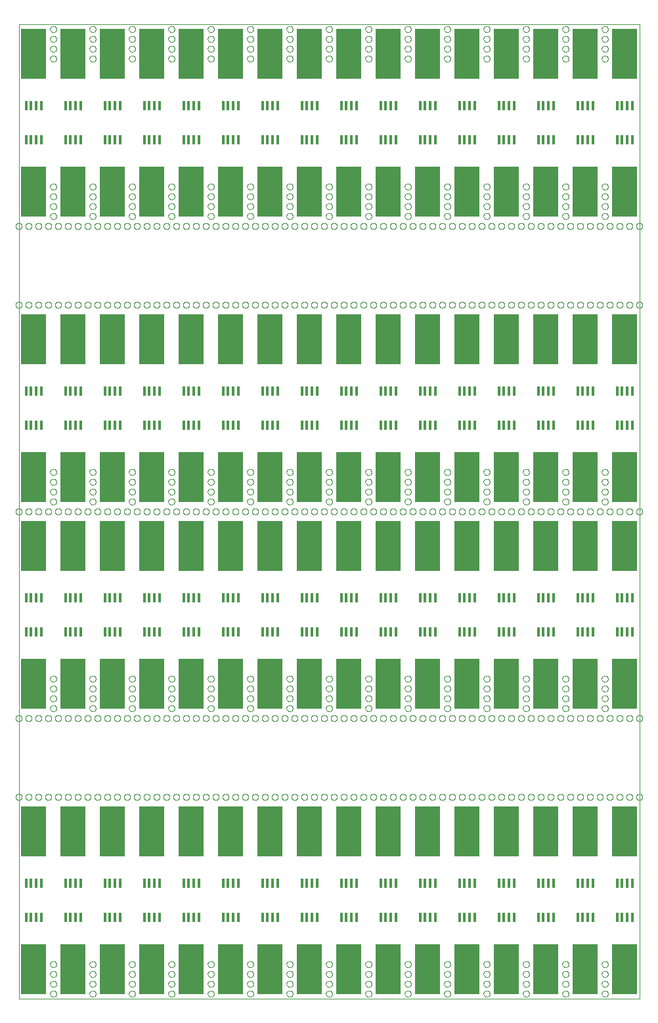
<source format=gtp>
G75*
%MOIN*%
%OFA0B0*%
%FSLAX25Y25*%
%IPPOS*%
%LPD*%
%AMOC8*
5,1,8,0,0,1.08239X$1,22.5*
%
%ADD10C,0.00000*%
%ADD11R,0.01772X0.04724*%
%ADD12R,0.12800X0.25400*%
D10*
X0005050Y0048933D02*
X0005050Y0543933D01*
X0320050Y0543933D01*
X0320050Y0048933D01*
X0005050Y0048933D01*
X0020975Y0051433D02*
X0020977Y0051512D01*
X0020983Y0051591D01*
X0020993Y0051670D01*
X0021007Y0051748D01*
X0021024Y0051825D01*
X0021046Y0051901D01*
X0021071Y0051976D01*
X0021101Y0052049D01*
X0021133Y0052121D01*
X0021170Y0052192D01*
X0021210Y0052260D01*
X0021253Y0052326D01*
X0021299Y0052390D01*
X0021349Y0052452D01*
X0021402Y0052511D01*
X0021457Y0052567D01*
X0021516Y0052621D01*
X0021577Y0052671D01*
X0021640Y0052719D01*
X0021706Y0052763D01*
X0021774Y0052804D01*
X0021844Y0052841D01*
X0021915Y0052875D01*
X0021989Y0052905D01*
X0022063Y0052931D01*
X0022139Y0052953D01*
X0022216Y0052972D01*
X0022294Y0052987D01*
X0022372Y0052998D01*
X0022451Y0053005D01*
X0022530Y0053008D01*
X0022609Y0053007D01*
X0022688Y0053002D01*
X0022767Y0052993D01*
X0022845Y0052980D01*
X0022922Y0052963D01*
X0022999Y0052943D01*
X0023074Y0052918D01*
X0023148Y0052890D01*
X0023221Y0052858D01*
X0023291Y0052823D01*
X0023360Y0052784D01*
X0023427Y0052741D01*
X0023492Y0052695D01*
X0023554Y0052647D01*
X0023614Y0052595D01*
X0023671Y0052540D01*
X0023725Y0052482D01*
X0023776Y0052422D01*
X0023824Y0052359D01*
X0023869Y0052294D01*
X0023911Y0052226D01*
X0023949Y0052157D01*
X0023983Y0052086D01*
X0024014Y0052013D01*
X0024042Y0051938D01*
X0024065Y0051863D01*
X0024085Y0051786D01*
X0024101Y0051709D01*
X0024113Y0051630D01*
X0024121Y0051552D01*
X0024125Y0051473D01*
X0024125Y0051393D01*
X0024121Y0051314D01*
X0024113Y0051236D01*
X0024101Y0051157D01*
X0024085Y0051080D01*
X0024065Y0051003D01*
X0024042Y0050928D01*
X0024014Y0050853D01*
X0023983Y0050780D01*
X0023949Y0050709D01*
X0023911Y0050640D01*
X0023869Y0050572D01*
X0023824Y0050507D01*
X0023776Y0050444D01*
X0023725Y0050384D01*
X0023671Y0050326D01*
X0023614Y0050271D01*
X0023554Y0050219D01*
X0023492Y0050171D01*
X0023427Y0050125D01*
X0023360Y0050082D01*
X0023291Y0050043D01*
X0023221Y0050008D01*
X0023148Y0049976D01*
X0023074Y0049948D01*
X0022999Y0049923D01*
X0022922Y0049903D01*
X0022845Y0049886D01*
X0022767Y0049873D01*
X0022688Y0049864D01*
X0022609Y0049859D01*
X0022530Y0049858D01*
X0022451Y0049861D01*
X0022372Y0049868D01*
X0022294Y0049879D01*
X0022216Y0049894D01*
X0022139Y0049913D01*
X0022063Y0049935D01*
X0021989Y0049961D01*
X0021915Y0049991D01*
X0021844Y0050025D01*
X0021774Y0050062D01*
X0021706Y0050103D01*
X0021640Y0050147D01*
X0021577Y0050195D01*
X0021516Y0050245D01*
X0021457Y0050299D01*
X0021402Y0050355D01*
X0021349Y0050414D01*
X0021299Y0050476D01*
X0021253Y0050540D01*
X0021210Y0050606D01*
X0021170Y0050674D01*
X0021133Y0050745D01*
X0021101Y0050817D01*
X0021071Y0050890D01*
X0021046Y0050965D01*
X0021024Y0051041D01*
X0021007Y0051118D01*
X0020993Y0051196D01*
X0020983Y0051275D01*
X0020977Y0051354D01*
X0020975Y0051433D01*
X0020975Y0056433D02*
X0020977Y0056512D01*
X0020983Y0056591D01*
X0020993Y0056670D01*
X0021007Y0056748D01*
X0021024Y0056825D01*
X0021046Y0056901D01*
X0021071Y0056976D01*
X0021101Y0057049D01*
X0021133Y0057121D01*
X0021170Y0057192D01*
X0021210Y0057260D01*
X0021253Y0057326D01*
X0021299Y0057390D01*
X0021349Y0057452D01*
X0021402Y0057511D01*
X0021457Y0057567D01*
X0021516Y0057621D01*
X0021577Y0057671D01*
X0021640Y0057719D01*
X0021706Y0057763D01*
X0021774Y0057804D01*
X0021844Y0057841D01*
X0021915Y0057875D01*
X0021989Y0057905D01*
X0022063Y0057931D01*
X0022139Y0057953D01*
X0022216Y0057972D01*
X0022294Y0057987D01*
X0022372Y0057998D01*
X0022451Y0058005D01*
X0022530Y0058008D01*
X0022609Y0058007D01*
X0022688Y0058002D01*
X0022767Y0057993D01*
X0022845Y0057980D01*
X0022922Y0057963D01*
X0022999Y0057943D01*
X0023074Y0057918D01*
X0023148Y0057890D01*
X0023221Y0057858D01*
X0023291Y0057823D01*
X0023360Y0057784D01*
X0023427Y0057741D01*
X0023492Y0057695D01*
X0023554Y0057647D01*
X0023614Y0057595D01*
X0023671Y0057540D01*
X0023725Y0057482D01*
X0023776Y0057422D01*
X0023824Y0057359D01*
X0023869Y0057294D01*
X0023911Y0057226D01*
X0023949Y0057157D01*
X0023983Y0057086D01*
X0024014Y0057013D01*
X0024042Y0056938D01*
X0024065Y0056863D01*
X0024085Y0056786D01*
X0024101Y0056709D01*
X0024113Y0056630D01*
X0024121Y0056552D01*
X0024125Y0056473D01*
X0024125Y0056393D01*
X0024121Y0056314D01*
X0024113Y0056236D01*
X0024101Y0056157D01*
X0024085Y0056080D01*
X0024065Y0056003D01*
X0024042Y0055928D01*
X0024014Y0055853D01*
X0023983Y0055780D01*
X0023949Y0055709D01*
X0023911Y0055640D01*
X0023869Y0055572D01*
X0023824Y0055507D01*
X0023776Y0055444D01*
X0023725Y0055384D01*
X0023671Y0055326D01*
X0023614Y0055271D01*
X0023554Y0055219D01*
X0023492Y0055171D01*
X0023427Y0055125D01*
X0023360Y0055082D01*
X0023291Y0055043D01*
X0023221Y0055008D01*
X0023148Y0054976D01*
X0023074Y0054948D01*
X0022999Y0054923D01*
X0022922Y0054903D01*
X0022845Y0054886D01*
X0022767Y0054873D01*
X0022688Y0054864D01*
X0022609Y0054859D01*
X0022530Y0054858D01*
X0022451Y0054861D01*
X0022372Y0054868D01*
X0022294Y0054879D01*
X0022216Y0054894D01*
X0022139Y0054913D01*
X0022063Y0054935D01*
X0021989Y0054961D01*
X0021915Y0054991D01*
X0021844Y0055025D01*
X0021774Y0055062D01*
X0021706Y0055103D01*
X0021640Y0055147D01*
X0021577Y0055195D01*
X0021516Y0055245D01*
X0021457Y0055299D01*
X0021402Y0055355D01*
X0021349Y0055414D01*
X0021299Y0055476D01*
X0021253Y0055540D01*
X0021210Y0055606D01*
X0021170Y0055674D01*
X0021133Y0055745D01*
X0021101Y0055817D01*
X0021071Y0055890D01*
X0021046Y0055965D01*
X0021024Y0056041D01*
X0021007Y0056118D01*
X0020993Y0056196D01*
X0020983Y0056275D01*
X0020977Y0056354D01*
X0020975Y0056433D01*
X0020975Y0061433D02*
X0020977Y0061512D01*
X0020983Y0061591D01*
X0020993Y0061670D01*
X0021007Y0061748D01*
X0021024Y0061825D01*
X0021046Y0061901D01*
X0021071Y0061976D01*
X0021101Y0062049D01*
X0021133Y0062121D01*
X0021170Y0062192D01*
X0021210Y0062260D01*
X0021253Y0062326D01*
X0021299Y0062390D01*
X0021349Y0062452D01*
X0021402Y0062511D01*
X0021457Y0062567D01*
X0021516Y0062621D01*
X0021577Y0062671D01*
X0021640Y0062719D01*
X0021706Y0062763D01*
X0021774Y0062804D01*
X0021844Y0062841D01*
X0021915Y0062875D01*
X0021989Y0062905D01*
X0022063Y0062931D01*
X0022139Y0062953D01*
X0022216Y0062972D01*
X0022294Y0062987D01*
X0022372Y0062998D01*
X0022451Y0063005D01*
X0022530Y0063008D01*
X0022609Y0063007D01*
X0022688Y0063002D01*
X0022767Y0062993D01*
X0022845Y0062980D01*
X0022922Y0062963D01*
X0022999Y0062943D01*
X0023074Y0062918D01*
X0023148Y0062890D01*
X0023221Y0062858D01*
X0023291Y0062823D01*
X0023360Y0062784D01*
X0023427Y0062741D01*
X0023492Y0062695D01*
X0023554Y0062647D01*
X0023614Y0062595D01*
X0023671Y0062540D01*
X0023725Y0062482D01*
X0023776Y0062422D01*
X0023824Y0062359D01*
X0023869Y0062294D01*
X0023911Y0062226D01*
X0023949Y0062157D01*
X0023983Y0062086D01*
X0024014Y0062013D01*
X0024042Y0061938D01*
X0024065Y0061863D01*
X0024085Y0061786D01*
X0024101Y0061709D01*
X0024113Y0061630D01*
X0024121Y0061552D01*
X0024125Y0061473D01*
X0024125Y0061393D01*
X0024121Y0061314D01*
X0024113Y0061236D01*
X0024101Y0061157D01*
X0024085Y0061080D01*
X0024065Y0061003D01*
X0024042Y0060928D01*
X0024014Y0060853D01*
X0023983Y0060780D01*
X0023949Y0060709D01*
X0023911Y0060640D01*
X0023869Y0060572D01*
X0023824Y0060507D01*
X0023776Y0060444D01*
X0023725Y0060384D01*
X0023671Y0060326D01*
X0023614Y0060271D01*
X0023554Y0060219D01*
X0023492Y0060171D01*
X0023427Y0060125D01*
X0023360Y0060082D01*
X0023291Y0060043D01*
X0023221Y0060008D01*
X0023148Y0059976D01*
X0023074Y0059948D01*
X0022999Y0059923D01*
X0022922Y0059903D01*
X0022845Y0059886D01*
X0022767Y0059873D01*
X0022688Y0059864D01*
X0022609Y0059859D01*
X0022530Y0059858D01*
X0022451Y0059861D01*
X0022372Y0059868D01*
X0022294Y0059879D01*
X0022216Y0059894D01*
X0022139Y0059913D01*
X0022063Y0059935D01*
X0021989Y0059961D01*
X0021915Y0059991D01*
X0021844Y0060025D01*
X0021774Y0060062D01*
X0021706Y0060103D01*
X0021640Y0060147D01*
X0021577Y0060195D01*
X0021516Y0060245D01*
X0021457Y0060299D01*
X0021402Y0060355D01*
X0021349Y0060414D01*
X0021299Y0060476D01*
X0021253Y0060540D01*
X0021210Y0060606D01*
X0021170Y0060674D01*
X0021133Y0060745D01*
X0021101Y0060817D01*
X0021071Y0060890D01*
X0021046Y0060965D01*
X0021024Y0061041D01*
X0021007Y0061118D01*
X0020993Y0061196D01*
X0020983Y0061275D01*
X0020977Y0061354D01*
X0020975Y0061433D01*
X0020975Y0066433D02*
X0020977Y0066512D01*
X0020983Y0066591D01*
X0020993Y0066670D01*
X0021007Y0066748D01*
X0021024Y0066825D01*
X0021046Y0066901D01*
X0021071Y0066976D01*
X0021101Y0067049D01*
X0021133Y0067121D01*
X0021170Y0067192D01*
X0021210Y0067260D01*
X0021253Y0067326D01*
X0021299Y0067390D01*
X0021349Y0067452D01*
X0021402Y0067511D01*
X0021457Y0067567D01*
X0021516Y0067621D01*
X0021577Y0067671D01*
X0021640Y0067719D01*
X0021706Y0067763D01*
X0021774Y0067804D01*
X0021844Y0067841D01*
X0021915Y0067875D01*
X0021989Y0067905D01*
X0022063Y0067931D01*
X0022139Y0067953D01*
X0022216Y0067972D01*
X0022294Y0067987D01*
X0022372Y0067998D01*
X0022451Y0068005D01*
X0022530Y0068008D01*
X0022609Y0068007D01*
X0022688Y0068002D01*
X0022767Y0067993D01*
X0022845Y0067980D01*
X0022922Y0067963D01*
X0022999Y0067943D01*
X0023074Y0067918D01*
X0023148Y0067890D01*
X0023221Y0067858D01*
X0023291Y0067823D01*
X0023360Y0067784D01*
X0023427Y0067741D01*
X0023492Y0067695D01*
X0023554Y0067647D01*
X0023614Y0067595D01*
X0023671Y0067540D01*
X0023725Y0067482D01*
X0023776Y0067422D01*
X0023824Y0067359D01*
X0023869Y0067294D01*
X0023911Y0067226D01*
X0023949Y0067157D01*
X0023983Y0067086D01*
X0024014Y0067013D01*
X0024042Y0066938D01*
X0024065Y0066863D01*
X0024085Y0066786D01*
X0024101Y0066709D01*
X0024113Y0066630D01*
X0024121Y0066552D01*
X0024125Y0066473D01*
X0024125Y0066393D01*
X0024121Y0066314D01*
X0024113Y0066236D01*
X0024101Y0066157D01*
X0024085Y0066080D01*
X0024065Y0066003D01*
X0024042Y0065928D01*
X0024014Y0065853D01*
X0023983Y0065780D01*
X0023949Y0065709D01*
X0023911Y0065640D01*
X0023869Y0065572D01*
X0023824Y0065507D01*
X0023776Y0065444D01*
X0023725Y0065384D01*
X0023671Y0065326D01*
X0023614Y0065271D01*
X0023554Y0065219D01*
X0023492Y0065171D01*
X0023427Y0065125D01*
X0023360Y0065082D01*
X0023291Y0065043D01*
X0023221Y0065008D01*
X0023148Y0064976D01*
X0023074Y0064948D01*
X0022999Y0064923D01*
X0022922Y0064903D01*
X0022845Y0064886D01*
X0022767Y0064873D01*
X0022688Y0064864D01*
X0022609Y0064859D01*
X0022530Y0064858D01*
X0022451Y0064861D01*
X0022372Y0064868D01*
X0022294Y0064879D01*
X0022216Y0064894D01*
X0022139Y0064913D01*
X0022063Y0064935D01*
X0021989Y0064961D01*
X0021915Y0064991D01*
X0021844Y0065025D01*
X0021774Y0065062D01*
X0021706Y0065103D01*
X0021640Y0065147D01*
X0021577Y0065195D01*
X0021516Y0065245D01*
X0021457Y0065299D01*
X0021402Y0065355D01*
X0021349Y0065414D01*
X0021299Y0065476D01*
X0021253Y0065540D01*
X0021210Y0065606D01*
X0021170Y0065674D01*
X0021133Y0065745D01*
X0021101Y0065817D01*
X0021071Y0065890D01*
X0021046Y0065965D01*
X0021024Y0066041D01*
X0021007Y0066118D01*
X0020993Y0066196D01*
X0020983Y0066275D01*
X0020977Y0066354D01*
X0020975Y0066433D01*
X0040975Y0066433D02*
X0040977Y0066512D01*
X0040983Y0066591D01*
X0040993Y0066670D01*
X0041007Y0066748D01*
X0041024Y0066825D01*
X0041046Y0066901D01*
X0041071Y0066976D01*
X0041101Y0067049D01*
X0041133Y0067121D01*
X0041170Y0067192D01*
X0041210Y0067260D01*
X0041253Y0067326D01*
X0041299Y0067390D01*
X0041349Y0067452D01*
X0041402Y0067511D01*
X0041457Y0067567D01*
X0041516Y0067621D01*
X0041577Y0067671D01*
X0041640Y0067719D01*
X0041706Y0067763D01*
X0041774Y0067804D01*
X0041844Y0067841D01*
X0041915Y0067875D01*
X0041989Y0067905D01*
X0042063Y0067931D01*
X0042139Y0067953D01*
X0042216Y0067972D01*
X0042294Y0067987D01*
X0042372Y0067998D01*
X0042451Y0068005D01*
X0042530Y0068008D01*
X0042609Y0068007D01*
X0042688Y0068002D01*
X0042767Y0067993D01*
X0042845Y0067980D01*
X0042922Y0067963D01*
X0042999Y0067943D01*
X0043074Y0067918D01*
X0043148Y0067890D01*
X0043221Y0067858D01*
X0043291Y0067823D01*
X0043360Y0067784D01*
X0043427Y0067741D01*
X0043492Y0067695D01*
X0043554Y0067647D01*
X0043614Y0067595D01*
X0043671Y0067540D01*
X0043725Y0067482D01*
X0043776Y0067422D01*
X0043824Y0067359D01*
X0043869Y0067294D01*
X0043911Y0067226D01*
X0043949Y0067157D01*
X0043983Y0067086D01*
X0044014Y0067013D01*
X0044042Y0066938D01*
X0044065Y0066863D01*
X0044085Y0066786D01*
X0044101Y0066709D01*
X0044113Y0066630D01*
X0044121Y0066552D01*
X0044125Y0066473D01*
X0044125Y0066393D01*
X0044121Y0066314D01*
X0044113Y0066236D01*
X0044101Y0066157D01*
X0044085Y0066080D01*
X0044065Y0066003D01*
X0044042Y0065928D01*
X0044014Y0065853D01*
X0043983Y0065780D01*
X0043949Y0065709D01*
X0043911Y0065640D01*
X0043869Y0065572D01*
X0043824Y0065507D01*
X0043776Y0065444D01*
X0043725Y0065384D01*
X0043671Y0065326D01*
X0043614Y0065271D01*
X0043554Y0065219D01*
X0043492Y0065171D01*
X0043427Y0065125D01*
X0043360Y0065082D01*
X0043291Y0065043D01*
X0043221Y0065008D01*
X0043148Y0064976D01*
X0043074Y0064948D01*
X0042999Y0064923D01*
X0042922Y0064903D01*
X0042845Y0064886D01*
X0042767Y0064873D01*
X0042688Y0064864D01*
X0042609Y0064859D01*
X0042530Y0064858D01*
X0042451Y0064861D01*
X0042372Y0064868D01*
X0042294Y0064879D01*
X0042216Y0064894D01*
X0042139Y0064913D01*
X0042063Y0064935D01*
X0041989Y0064961D01*
X0041915Y0064991D01*
X0041844Y0065025D01*
X0041774Y0065062D01*
X0041706Y0065103D01*
X0041640Y0065147D01*
X0041577Y0065195D01*
X0041516Y0065245D01*
X0041457Y0065299D01*
X0041402Y0065355D01*
X0041349Y0065414D01*
X0041299Y0065476D01*
X0041253Y0065540D01*
X0041210Y0065606D01*
X0041170Y0065674D01*
X0041133Y0065745D01*
X0041101Y0065817D01*
X0041071Y0065890D01*
X0041046Y0065965D01*
X0041024Y0066041D01*
X0041007Y0066118D01*
X0040993Y0066196D01*
X0040983Y0066275D01*
X0040977Y0066354D01*
X0040975Y0066433D01*
X0040975Y0061433D02*
X0040977Y0061512D01*
X0040983Y0061591D01*
X0040993Y0061670D01*
X0041007Y0061748D01*
X0041024Y0061825D01*
X0041046Y0061901D01*
X0041071Y0061976D01*
X0041101Y0062049D01*
X0041133Y0062121D01*
X0041170Y0062192D01*
X0041210Y0062260D01*
X0041253Y0062326D01*
X0041299Y0062390D01*
X0041349Y0062452D01*
X0041402Y0062511D01*
X0041457Y0062567D01*
X0041516Y0062621D01*
X0041577Y0062671D01*
X0041640Y0062719D01*
X0041706Y0062763D01*
X0041774Y0062804D01*
X0041844Y0062841D01*
X0041915Y0062875D01*
X0041989Y0062905D01*
X0042063Y0062931D01*
X0042139Y0062953D01*
X0042216Y0062972D01*
X0042294Y0062987D01*
X0042372Y0062998D01*
X0042451Y0063005D01*
X0042530Y0063008D01*
X0042609Y0063007D01*
X0042688Y0063002D01*
X0042767Y0062993D01*
X0042845Y0062980D01*
X0042922Y0062963D01*
X0042999Y0062943D01*
X0043074Y0062918D01*
X0043148Y0062890D01*
X0043221Y0062858D01*
X0043291Y0062823D01*
X0043360Y0062784D01*
X0043427Y0062741D01*
X0043492Y0062695D01*
X0043554Y0062647D01*
X0043614Y0062595D01*
X0043671Y0062540D01*
X0043725Y0062482D01*
X0043776Y0062422D01*
X0043824Y0062359D01*
X0043869Y0062294D01*
X0043911Y0062226D01*
X0043949Y0062157D01*
X0043983Y0062086D01*
X0044014Y0062013D01*
X0044042Y0061938D01*
X0044065Y0061863D01*
X0044085Y0061786D01*
X0044101Y0061709D01*
X0044113Y0061630D01*
X0044121Y0061552D01*
X0044125Y0061473D01*
X0044125Y0061393D01*
X0044121Y0061314D01*
X0044113Y0061236D01*
X0044101Y0061157D01*
X0044085Y0061080D01*
X0044065Y0061003D01*
X0044042Y0060928D01*
X0044014Y0060853D01*
X0043983Y0060780D01*
X0043949Y0060709D01*
X0043911Y0060640D01*
X0043869Y0060572D01*
X0043824Y0060507D01*
X0043776Y0060444D01*
X0043725Y0060384D01*
X0043671Y0060326D01*
X0043614Y0060271D01*
X0043554Y0060219D01*
X0043492Y0060171D01*
X0043427Y0060125D01*
X0043360Y0060082D01*
X0043291Y0060043D01*
X0043221Y0060008D01*
X0043148Y0059976D01*
X0043074Y0059948D01*
X0042999Y0059923D01*
X0042922Y0059903D01*
X0042845Y0059886D01*
X0042767Y0059873D01*
X0042688Y0059864D01*
X0042609Y0059859D01*
X0042530Y0059858D01*
X0042451Y0059861D01*
X0042372Y0059868D01*
X0042294Y0059879D01*
X0042216Y0059894D01*
X0042139Y0059913D01*
X0042063Y0059935D01*
X0041989Y0059961D01*
X0041915Y0059991D01*
X0041844Y0060025D01*
X0041774Y0060062D01*
X0041706Y0060103D01*
X0041640Y0060147D01*
X0041577Y0060195D01*
X0041516Y0060245D01*
X0041457Y0060299D01*
X0041402Y0060355D01*
X0041349Y0060414D01*
X0041299Y0060476D01*
X0041253Y0060540D01*
X0041210Y0060606D01*
X0041170Y0060674D01*
X0041133Y0060745D01*
X0041101Y0060817D01*
X0041071Y0060890D01*
X0041046Y0060965D01*
X0041024Y0061041D01*
X0041007Y0061118D01*
X0040993Y0061196D01*
X0040983Y0061275D01*
X0040977Y0061354D01*
X0040975Y0061433D01*
X0040975Y0056433D02*
X0040977Y0056512D01*
X0040983Y0056591D01*
X0040993Y0056670D01*
X0041007Y0056748D01*
X0041024Y0056825D01*
X0041046Y0056901D01*
X0041071Y0056976D01*
X0041101Y0057049D01*
X0041133Y0057121D01*
X0041170Y0057192D01*
X0041210Y0057260D01*
X0041253Y0057326D01*
X0041299Y0057390D01*
X0041349Y0057452D01*
X0041402Y0057511D01*
X0041457Y0057567D01*
X0041516Y0057621D01*
X0041577Y0057671D01*
X0041640Y0057719D01*
X0041706Y0057763D01*
X0041774Y0057804D01*
X0041844Y0057841D01*
X0041915Y0057875D01*
X0041989Y0057905D01*
X0042063Y0057931D01*
X0042139Y0057953D01*
X0042216Y0057972D01*
X0042294Y0057987D01*
X0042372Y0057998D01*
X0042451Y0058005D01*
X0042530Y0058008D01*
X0042609Y0058007D01*
X0042688Y0058002D01*
X0042767Y0057993D01*
X0042845Y0057980D01*
X0042922Y0057963D01*
X0042999Y0057943D01*
X0043074Y0057918D01*
X0043148Y0057890D01*
X0043221Y0057858D01*
X0043291Y0057823D01*
X0043360Y0057784D01*
X0043427Y0057741D01*
X0043492Y0057695D01*
X0043554Y0057647D01*
X0043614Y0057595D01*
X0043671Y0057540D01*
X0043725Y0057482D01*
X0043776Y0057422D01*
X0043824Y0057359D01*
X0043869Y0057294D01*
X0043911Y0057226D01*
X0043949Y0057157D01*
X0043983Y0057086D01*
X0044014Y0057013D01*
X0044042Y0056938D01*
X0044065Y0056863D01*
X0044085Y0056786D01*
X0044101Y0056709D01*
X0044113Y0056630D01*
X0044121Y0056552D01*
X0044125Y0056473D01*
X0044125Y0056393D01*
X0044121Y0056314D01*
X0044113Y0056236D01*
X0044101Y0056157D01*
X0044085Y0056080D01*
X0044065Y0056003D01*
X0044042Y0055928D01*
X0044014Y0055853D01*
X0043983Y0055780D01*
X0043949Y0055709D01*
X0043911Y0055640D01*
X0043869Y0055572D01*
X0043824Y0055507D01*
X0043776Y0055444D01*
X0043725Y0055384D01*
X0043671Y0055326D01*
X0043614Y0055271D01*
X0043554Y0055219D01*
X0043492Y0055171D01*
X0043427Y0055125D01*
X0043360Y0055082D01*
X0043291Y0055043D01*
X0043221Y0055008D01*
X0043148Y0054976D01*
X0043074Y0054948D01*
X0042999Y0054923D01*
X0042922Y0054903D01*
X0042845Y0054886D01*
X0042767Y0054873D01*
X0042688Y0054864D01*
X0042609Y0054859D01*
X0042530Y0054858D01*
X0042451Y0054861D01*
X0042372Y0054868D01*
X0042294Y0054879D01*
X0042216Y0054894D01*
X0042139Y0054913D01*
X0042063Y0054935D01*
X0041989Y0054961D01*
X0041915Y0054991D01*
X0041844Y0055025D01*
X0041774Y0055062D01*
X0041706Y0055103D01*
X0041640Y0055147D01*
X0041577Y0055195D01*
X0041516Y0055245D01*
X0041457Y0055299D01*
X0041402Y0055355D01*
X0041349Y0055414D01*
X0041299Y0055476D01*
X0041253Y0055540D01*
X0041210Y0055606D01*
X0041170Y0055674D01*
X0041133Y0055745D01*
X0041101Y0055817D01*
X0041071Y0055890D01*
X0041046Y0055965D01*
X0041024Y0056041D01*
X0041007Y0056118D01*
X0040993Y0056196D01*
X0040983Y0056275D01*
X0040977Y0056354D01*
X0040975Y0056433D01*
X0040975Y0051433D02*
X0040977Y0051512D01*
X0040983Y0051591D01*
X0040993Y0051670D01*
X0041007Y0051748D01*
X0041024Y0051825D01*
X0041046Y0051901D01*
X0041071Y0051976D01*
X0041101Y0052049D01*
X0041133Y0052121D01*
X0041170Y0052192D01*
X0041210Y0052260D01*
X0041253Y0052326D01*
X0041299Y0052390D01*
X0041349Y0052452D01*
X0041402Y0052511D01*
X0041457Y0052567D01*
X0041516Y0052621D01*
X0041577Y0052671D01*
X0041640Y0052719D01*
X0041706Y0052763D01*
X0041774Y0052804D01*
X0041844Y0052841D01*
X0041915Y0052875D01*
X0041989Y0052905D01*
X0042063Y0052931D01*
X0042139Y0052953D01*
X0042216Y0052972D01*
X0042294Y0052987D01*
X0042372Y0052998D01*
X0042451Y0053005D01*
X0042530Y0053008D01*
X0042609Y0053007D01*
X0042688Y0053002D01*
X0042767Y0052993D01*
X0042845Y0052980D01*
X0042922Y0052963D01*
X0042999Y0052943D01*
X0043074Y0052918D01*
X0043148Y0052890D01*
X0043221Y0052858D01*
X0043291Y0052823D01*
X0043360Y0052784D01*
X0043427Y0052741D01*
X0043492Y0052695D01*
X0043554Y0052647D01*
X0043614Y0052595D01*
X0043671Y0052540D01*
X0043725Y0052482D01*
X0043776Y0052422D01*
X0043824Y0052359D01*
X0043869Y0052294D01*
X0043911Y0052226D01*
X0043949Y0052157D01*
X0043983Y0052086D01*
X0044014Y0052013D01*
X0044042Y0051938D01*
X0044065Y0051863D01*
X0044085Y0051786D01*
X0044101Y0051709D01*
X0044113Y0051630D01*
X0044121Y0051552D01*
X0044125Y0051473D01*
X0044125Y0051393D01*
X0044121Y0051314D01*
X0044113Y0051236D01*
X0044101Y0051157D01*
X0044085Y0051080D01*
X0044065Y0051003D01*
X0044042Y0050928D01*
X0044014Y0050853D01*
X0043983Y0050780D01*
X0043949Y0050709D01*
X0043911Y0050640D01*
X0043869Y0050572D01*
X0043824Y0050507D01*
X0043776Y0050444D01*
X0043725Y0050384D01*
X0043671Y0050326D01*
X0043614Y0050271D01*
X0043554Y0050219D01*
X0043492Y0050171D01*
X0043427Y0050125D01*
X0043360Y0050082D01*
X0043291Y0050043D01*
X0043221Y0050008D01*
X0043148Y0049976D01*
X0043074Y0049948D01*
X0042999Y0049923D01*
X0042922Y0049903D01*
X0042845Y0049886D01*
X0042767Y0049873D01*
X0042688Y0049864D01*
X0042609Y0049859D01*
X0042530Y0049858D01*
X0042451Y0049861D01*
X0042372Y0049868D01*
X0042294Y0049879D01*
X0042216Y0049894D01*
X0042139Y0049913D01*
X0042063Y0049935D01*
X0041989Y0049961D01*
X0041915Y0049991D01*
X0041844Y0050025D01*
X0041774Y0050062D01*
X0041706Y0050103D01*
X0041640Y0050147D01*
X0041577Y0050195D01*
X0041516Y0050245D01*
X0041457Y0050299D01*
X0041402Y0050355D01*
X0041349Y0050414D01*
X0041299Y0050476D01*
X0041253Y0050540D01*
X0041210Y0050606D01*
X0041170Y0050674D01*
X0041133Y0050745D01*
X0041101Y0050817D01*
X0041071Y0050890D01*
X0041046Y0050965D01*
X0041024Y0051041D01*
X0041007Y0051118D01*
X0040993Y0051196D01*
X0040983Y0051275D01*
X0040977Y0051354D01*
X0040975Y0051433D01*
X0060975Y0051433D02*
X0060977Y0051512D01*
X0060983Y0051591D01*
X0060993Y0051670D01*
X0061007Y0051748D01*
X0061024Y0051825D01*
X0061046Y0051901D01*
X0061071Y0051976D01*
X0061101Y0052049D01*
X0061133Y0052121D01*
X0061170Y0052192D01*
X0061210Y0052260D01*
X0061253Y0052326D01*
X0061299Y0052390D01*
X0061349Y0052452D01*
X0061402Y0052511D01*
X0061457Y0052567D01*
X0061516Y0052621D01*
X0061577Y0052671D01*
X0061640Y0052719D01*
X0061706Y0052763D01*
X0061774Y0052804D01*
X0061844Y0052841D01*
X0061915Y0052875D01*
X0061989Y0052905D01*
X0062063Y0052931D01*
X0062139Y0052953D01*
X0062216Y0052972D01*
X0062294Y0052987D01*
X0062372Y0052998D01*
X0062451Y0053005D01*
X0062530Y0053008D01*
X0062609Y0053007D01*
X0062688Y0053002D01*
X0062767Y0052993D01*
X0062845Y0052980D01*
X0062922Y0052963D01*
X0062999Y0052943D01*
X0063074Y0052918D01*
X0063148Y0052890D01*
X0063221Y0052858D01*
X0063291Y0052823D01*
X0063360Y0052784D01*
X0063427Y0052741D01*
X0063492Y0052695D01*
X0063554Y0052647D01*
X0063614Y0052595D01*
X0063671Y0052540D01*
X0063725Y0052482D01*
X0063776Y0052422D01*
X0063824Y0052359D01*
X0063869Y0052294D01*
X0063911Y0052226D01*
X0063949Y0052157D01*
X0063983Y0052086D01*
X0064014Y0052013D01*
X0064042Y0051938D01*
X0064065Y0051863D01*
X0064085Y0051786D01*
X0064101Y0051709D01*
X0064113Y0051630D01*
X0064121Y0051552D01*
X0064125Y0051473D01*
X0064125Y0051393D01*
X0064121Y0051314D01*
X0064113Y0051236D01*
X0064101Y0051157D01*
X0064085Y0051080D01*
X0064065Y0051003D01*
X0064042Y0050928D01*
X0064014Y0050853D01*
X0063983Y0050780D01*
X0063949Y0050709D01*
X0063911Y0050640D01*
X0063869Y0050572D01*
X0063824Y0050507D01*
X0063776Y0050444D01*
X0063725Y0050384D01*
X0063671Y0050326D01*
X0063614Y0050271D01*
X0063554Y0050219D01*
X0063492Y0050171D01*
X0063427Y0050125D01*
X0063360Y0050082D01*
X0063291Y0050043D01*
X0063221Y0050008D01*
X0063148Y0049976D01*
X0063074Y0049948D01*
X0062999Y0049923D01*
X0062922Y0049903D01*
X0062845Y0049886D01*
X0062767Y0049873D01*
X0062688Y0049864D01*
X0062609Y0049859D01*
X0062530Y0049858D01*
X0062451Y0049861D01*
X0062372Y0049868D01*
X0062294Y0049879D01*
X0062216Y0049894D01*
X0062139Y0049913D01*
X0062063Y0049935D01*
X0061989Y0049961D01*
X0061915Y0049991D01*
X0061844Y0050025D01*
X0061774Y0050062D01*
X0061706Y0050103D01*
X0061640Y0050147D01*
X0061577Y0050195D01*
X0061516Y0050245D01*
X0061457Y0050299D01*
X0061402Y0050355D01*
X0061349Y0050414D01*
X0061299Y0050476D01*
X0061253Y0050540D01*
X0061210Y0050606D01*
X0061170Y0050674D01*
X0061133Y0050745D01*
X0061101Y0050817D01*
X0061071Y0050890D01*
X0061046Y0050965D01*
X0061024Y0051041D01*
X0061007Y0051118D01*
X0060993Y0051196D01*
X0060983Y0051275D01*
X0060977Y0051354D01*
X0060975Y0051433D01*
X0060975Y0056433D02*
X0060977Y0056512D01*
X0060983Y0056591D01*
X0060993Y0056670D01*
X0061007Y0056748D01*
X0061024Y0056825D01*
X0061046Y0056901D01*
X0061071Y0056976D01*
X0061101Y0057049D01*
X0061133Y0057121D01*
X0061170Y0057192D01*
X0061210Y0057260D01*
X0061253Y0057326D01*
X0061299Y0057390D01*
X0061349Y0057452D01*
X0061402Y0057511D01*
X0061457Y0057567D01*
X0061516Y0057621D01*
X0061577Y0057671D01*
X0061640Y0057719D01*
X0061706Y0057763D01*
X0061774Y0057804D01*
X0061844Y0057841D01*
X0061915Y0057875D01*
X0061989Y0057905D01*
X0062063Y0057931D01*
X0062139Y0057953D01*
X0062216Y0057972D01*
X0062294Y0057987D01*
X0062372Y0057998D01*
X0062451Y0058005D01*
X0062530Y0058008D01*
X0062609Y0058007D01*
X0062688Y0058002D01*
X0062767Y0057993D01*
X0062845Y0057980D01*
X0062922Y0057963D01*
X0062999Y0057943D01*
X0063074Y0057918D01*
X0063148Y0057890D01*
X0063221Y0057858D01*
X0063291Y0057823D01*
X0063360Y0057784D01*
X0063427Y0057741D01*
X0063492Y0057695D01*
X0063554Y0057647D01*
X0063614Y0057595D01*
X0063671Y0057540D01*
X0063725Y0057482D01*
X0063776Y0057422D01*
X0063824Y0057359D01*
X0063869Y0057294D01*
X0063911Y0057226D01*
X0063949Y0057157D01*
X0063983Y0057086D01*
X0064014Y0057013D01*
X0064042Y0056938D01*
X0064065Y0056863D01*
X0064085Y0056786D01*
X0064101Y0056709D01*
X0064113Y0056630D01*
X0064121Y0056552D01*
X0064125Y0056473D01*
X0064125Y0056393D01*
X0064121Y0056314D01*
X0064113Y0056236D01*
X0064101Y0056157D01*
X0064085Y0056080D01*
X0064065Y0056003D01*
X0064042Y0055928D01*
X0064014Y0055853D01*
X0063983Y0055780D01*
X0063949Y0055709D01*
X0063911Y0055640D01*
X0063869Y0055572D01*
X0063824Y0055507D01*
X0063776Y0055444D01*
X0063725Y0055384D01*
X0063671Y0055326D01*
X0063614Y0055271D01*
X0063554Y0055219D01*
X0063492Y0055171D01*
X0063427Y0055125D01*
X0063360Y0055082D01*
X0063291Y0055043D01*
X0063221Y0055008D01*
X0063148Y0054976D01*
X0063074Y0054948D01*
X0062999Y0054923D01*
X0062922Y0054903D01*
X0062845Y0054886D01*
X0062767Y0054873D01*
X0062688Y0054864D01*
X0062609Y0054859D01*
X0062530Y0054858D01*
X0062451Y0054861D01*
X0062372Y0054868D01*
X0062294Y0054879D01*
X0062216Y0054894D01*
X0062139Y0054913D01*
X0062063Y0054935D01*
X0061989Y0054961D01*
X0061915Y0054991D01*
X0061844Y0055025D01*
X0061774Y0055062D01*
X0061706Y0055103D01*
X0061640Y0055147D01*
X0061577Y0055195D01*
X0061516Y0055245D01*
X0061457Y0055299D01*
X0061402Y0055355D01*
X0061349Y0055414D01*
X0061299Y0055476D01*
X0061253Y0055540D01*
X0061210Y0055606D01*
X0061170Y0055674D01*
X0061133Y0055745D01*
X0061101Y0055817D01*
X0061071Y0055890D01*
X0061046Y0055965D01*
X0061024Y0056041D01*
X0061007Y0056118D01*
X0060993Y0056196D01*
X0060983Y0056275D01*
X0060977Y0056354D01*
X0060975Y0056433D01*
X0060975Y0061433D02*
X0060977Y0061512D01*
X0060983Y0061591D01*
X0060993Y0061670D01*
X0061007Y0061748D01*
X0061024Y0061825D01*
X0061046Y0061901D01*
X0061071Y0061976D01*
X0061101Y0062049D01*
X0061133Y0062121D01*
X0061170Y0062192D01*
X0061210Y0062260D01*
X0061253Y0062326D01*
X0061299Y0062390D01*
X0061349Y0062452D01*
X0061402Y0062511D01*
X0061457Y0062567D01*
X0061516Y0062621D01*
X0061577Y0062671D01*
X0061640Y0062719D01*
X0061706Y0062763D01*
X0061774Y0062804D01*
X0061844Y0062841D01*
X0061915Y0062875D01*
X0061989Y0062905D01*
X0062063Y0062931D01*
X0062139Y0062953D01*
X0062216Y0062972D01*
X0062294Y0062987D01*
X0062372Y0062998D01*
X0062451Y0063005D01*
X0062530Y0063008D01*
X0062609Y0063007D01*
X0062688Y0063002D01*
X0062767Y0062993D01*
X0062845Y0062980D01*
X0062922Y0062963D01*
X0062999Y0062943D01*
X0063074Y0062918D01*
X0063148Y0062890D01*
X0063221Y0062858D01*
X0063291Y0062823D01*
X0063360Y0062784D01*
X0063427Y0062741D01*
X0063492Y0062695D01*
X0063554Y0062647D01*
X0063614Y0062595D01*
X0063671Y0062540D01*
X0063725Y0062482D01*
X0063776Y0062422D01*
X0063824Y0062359D01*
X0063869Y0062294D01*
X0063911Y0062226D01*
X0063949Y0062157D01*
X0063983Y0062086D01*
X0064014Y0062013D01*
X0064042Y0061938D01*
X0064065Y0061863D01*
X0064085Y0061786D01*
X0064101Y0061709D01*
X0064113Y0061630D01*
X0064121Y0061552D01*
X0064125Y0061473D01*
X0064125Y0061393D01*
X0064121Y0061314D01*
X0064113Y0061236D01*
X0064101Y0061157D01*
X0064085Y0061080D01*
X0064065Y0061003D01*
X0064042Y0060928D01*
X0064014Y0060853D01*
X0063983Y0060780D01*
X0063949Y0060709D01*
X0063911Y0060640D01*
X0063869Y0060572D01*
X0063824Y0060507D01*
X0063776Y0060444D01*
X0063725Y0060384D01*
X0063671Y0060326D01*
X0063614Y0060271D01*
X0063554Y0060219D01*
X0063492Y0060171D01*
X0063427Y0060125D01*
X0063360Y0060082D01*
X0063291Y0060043D01*
X0063221Y0060008D01*
X0063148Y0059976D01*
X0063074Y0059948D01*
X0062999Y0059923D01*
X0062922Y0059903D01*
X0062845Y0059886D01*
X0062767Y0059873D01*
X0062688Y0059864D01*
X0062609Y0059859D01*
X0062530Y0059858D01*
X0062451Y0059861D01*
X0062372Y0059868D01*
X0062294Y0059879D01*
X0062216Y0059894D01*
X0062139Y0059913D01*
X0062063Y0059935D01*
X0061989Y0059961D01*
X0061915Y0059991D01*
X0061844Y0060025D01*
X0061774Y0060062D01*
X0061706Y0060103D01*
X0061640Y0060147D01*
X0061577Y0060195D01*
X0061516Y0060245D01*
X0061457Y0060299D01*
X0061402Y0060355D01*
X0061349Y0060414D01*
X0061299Y0060476D01*
X0061253Y0060540D01*
X0061210Y0060606D01*
X0061170Y0060674D01*
X0061133Y0060745D01*
X0061101Y0060817D01*
X0061071Y0060890D01*
X0061046Y0060965D01*
X0061024Y0061041D01*
X0061007Y0061118D01*
X0060993Y0061196D01*
X0060983Y0061275D01*
X0060977Y0061354D01*
X0060975Y0061433D01*
X0060975Y0066433D02*
X0060977Y0066512D01*
X0060983Y0066591D01*
X0060993Y0066670D01*
X0061007Y0066748D01*
X0061024Y0066825D01*
X0061046Y0066901D01*
X0061071Y0066976D01*
X0061101Y0067049D01*
X0061133Y0067121D01*
X0061170Y0067192D01*
X0061210Y0067260D01*
X0061253Y0067326D01*
X0061299Y0067390D01*
X0061349Y0067452D01*
X0061402Y0067511D01*
X0061457Y0067567D01*
X0061516Y0067621D01*
X0061577Y0067671D01*
X0061640Y0067719D01*
X0061706Y0067763D01*
X0061774Y0067804D01*
X0061844Y0067841D01*
X0061915Y0067875D01*
X0061989Y0067905D01*
X0062063Y0067931D01*
X0062139Y0067953D01*
X0062216Y0067972D01*
X0062294Y0067987D01*
X0062372Y0067998D01*
X0062451Y0068005D01*
X0062530Y0068008D01*
X0062609Y0068007D01*
X0062688Y0068002D01*
X0062767Y0067993D01*
X0062845Y0067980D01*
X0062922Y0067963D01*
X0062999Y0067943D01*
X0063074Y0067918D01*
X0063148Y0067890D01*
X0063221Y0067858D01*
X0063291Y0067823D01*
X0063360Y0067784D01*
X0063427Y0067741D01*
X0063492Y0067695D01*
X0063554Y0067647D01*
X0063614Y0067595D01*
X0063671Y0067540D01*
X0063725Y0067482D01*
X0063776Y0067422D01*
X0063824Y0067359D01*
X0063869Y0067294D01*
X0063911Y0067226D01*
X0063949Y0067157D01*
X0063983Y0067086D01*
X0064014Y0067013D01*
X0064042Y0066938D01*
X0064065Y0066863D01*
X0064085Y0066786D01*
X0064101Y0066709D01*
X0064113Y0066630D01*
X0064121Y0066552D01*
X0064125Y0066473D01*
X0064125Y0066393D01*
X0064121Y0066314D01*
X0064113Y0066236D01*
X0064101Y0066157D01*
X0064085Y0066080D01*
X0064065Y0066003D01*
X0064042Y0065928D01*
X0064014Y0065853D01*
X0063983Y0065780D01*
X0063949Y0065709D01*
X0063911Y0065640D01*
X0063869Y0065572D01*
X0063824Y0065507D01*
X0063776Y0065444D01*
X0063725Y0065384D01*
X0063671Y0065326D01*
X0063614Y0065271D01*
X0063554Y0065219D01*
X0063492Y0065171D01*
X0063427Y0065125D01*
X0063360Y0065082D01*
X0063291Y0065043D01*
X0063221Y0065008D01*
X0063148Y0064976D01*
X0063074Y0064948D01*
X0062999Y0064923D01*
X0062922Y0064903D01*
X0062845Y0064886D01*
X0062767Y0064873D01*
X0062688Y0064864D01*
X0062609Y0064859D01*
X0062530Y0064858D01*
X0062451Y0064861D01*
X0062372Y0064868D01*
X0062294Y0064879D01*
X0062216Y0064894D01*
X0062139Y0064913D01*
X0062063Y0064935D01*
X0061989Y0064961D01*
X0061915Y0064991D01*
X0061844Y0065025D01*
X0061774Y0065062D01*
X0061706Y0065103D01*
X0061640Y0065147D01*
X0061577Y0065195D01*
X0061516Y0065245D01*
X0061457Y0065299D01*
X0061402Y0065355D01*
X0061349Y0065414D01*
X0061299Y0065476D01*
X0061253Y0065540D01*
X0061210Y0065606D01*
X0061170Y0065674D01*
X0061133Y0065745D01*
X0061101Y0065817D01*
X0061071Y0065890D01*
X0061046Y0065965D01*
X0061024Y0066041D01*
X0061007Y0066118D01*
X0060993Y0066196D01*
X0060983Y0066275D01*
X0060977Y0066354D01*
X0060975Y0066433D01*
X0080975Y0066433D02*
X0080977Y0066512D01*
X0080983Y0066591D01*
X0080993Y0066670D01*
X0081007Y0066748D01*
X0081024Y0066825D01*
X0081046Y0066901D01*
X0081071Y0066976D01*
X0081101Y0067049D01*
X0081133Y0067121D01*
X0081170Y0067192D01*
X0081210Y0067260D01*
X0081253Y0067326D01*
X0081299Y0067390D01*
X0081349Y0067452D01*
X0081402Y0067511D01*
X0081457Y0067567D01*
X0081516Y0067621D01*
X0081577Y0067671D01*
X0081640Y0067719D01*
X0081706Y0067763D01*
X0081774Y0067804D01*
X0081844Y0067841D01*
X0081915Y0067875D01*
X0081989Y0067905D01*
X0082063Y0067931D01*
X0082139Y0067953D01*
X0082216Y0067972D01*
X0082294Y0067987D01*
X0082372Y0067998D01*
X0082451Y0068005D01*
X0082530Y0068008D01*
X0082609Y0068007D01*
X0082688Y0068002D01*
X0082767Y0067993D01*
X0082845Y0067980D01*
X0082922Y0067963D01*
X0082999Y0067943D01*
X0083074Y0067918D01*
X0083148Y0067890D01*
X0083221Y0067858D01*
X0083291Y0067823D01*
X0083360Y0067784D01*
X0083427Y0067741D01*
X0083492Y0067695D01*
X0083554Y0067647D01*
X0083614Y0067595D01*
X0083671Y0067540D01*
X0083725Y0067482D01*
X0083776Y0067422D01*
X0083824Y0067359D01*
X0083869Y0067294D01*
X0083911Y0067226D01*
X0083949Y0067157D01*
X0083983Y0067086D01*
X0084014Y0067013D01*
X0084042Y0066938D01*
X0084065Y0066863D01*
X0084085Y0066786D01*
X0084101Y0066709D01*
X0084113Y0066630D01*
X0084121Y0066552D01*
X0084125Y0066473D01*
X0084125Y0066393D01*
X0084121Y0066314D01*
X0084113Y0066236D01*
X0084101Y0066157D01*
X0084085Y0066080D01*
X0084065Y0066003D01*
X0084042Y0065928D01*
X0084014Y0065853D01*
X0083983Y0065780D01*
X0083949Y0065709D01*
X0083911Y0065640D01*
X0083869Y0065572D01*
X0083824Y0065507D01*
X0083776Y0065444D01*
X0083725Y0065384D01*
X0083671Y0065326D01*
X0083614Y0065271D01*
X0083554Y0065219D01*
X0083492Y0065171D01*
X0083427Y0065125D01*
X0083360Y0065082D01*
X0083291Y0065043D01*
X0083221Y0065008D01*
X0083148Y0064976D01*
X0083074Y0064948D01*
X0082999Y0064923D01*
X0082922Y0064903D01*
X0082845Y0064886D01*
X0082767Y0064873D01*
X0082688Y0064864D01*
X0082609Y0064859D01*
X0082530Y0064858D01*
X0082451Y0064861D01*
X0082372Y0064868D01*
X0082294Y0064879D01*
X0082216Y0064894D01*
X0082139Y0064913D01*
X0082063Y0064935D01*
X0081989Y0064961D01*
X0081915Y0064991D01*
X0081844Y0065025D01*
X0081774Y0065062D01*
X0081706Y0065103D01*
X0081640Y0065147D01*
X0081577Y0065195D01*
X0081516Y0065245D01*
X0081457Y0065299D01*
X0081402Y0065355D01*
X0081349Y0065414D01*
X0081299Y0065476D01*
X0081253Y0065540D01*
X0081210Y0065606D01*
X0081170Y0065674D01*
X0081133Y0065745D01*
X0081101Y0065817D01*
X0081071Y0065890D01*
X0081046Y0065965D01*
X0081024Y0066041D01*
X0081007Y0066118D01*
X0080993Y0066196D01*
X0080983Y0066275D01*
X0080977Y0066354D01*
X0080975Y0066433D01*
X0080975Y0061433D02*
X0080977Y0061512D01*
X0080983Y0061591D01*
X0080993Y0061670D01*
X0081007Y0061748D01*
X0081024Y0061825D01*
X0081046Y0061901D01*
X0081071Y0061976D01*
X0081101Y0062049D01*
X0081133Y0062121D01*
X0081170Y0062192D01*
X0081210Y0062260D01*
X0081253Y0062326D01*
X0081299Y0062390D01*
X0081349Y0062452D01*
X0081402Y0062511D01*
X0081457Y0062567D01*
X0081516Y0062621D01*
X0081577Y0062671D01*
X0081640Y0062719D01*
X0081706Y0062763D01*
X0081774Y0062804D01*
X0081844Y0062841D01*
X0081915Y0062875D01*
X0081989Y0062905D01*
X0082063Y0062931D01*
X0082139Y0062953D01*
X0082216Y0062972D01*
X0082294Y0062987D01*
X0082372Y0062998D01*
X0082451Y0063005D01*
X0082530Y0063008D01*
X0082609Y0063007D01*
X0082688Y0063002D01*
X0082767Y0062993D01*
X0082845Y0062980D01*
X0082922Y0062963D01*
X0082999Y0062943D01*
X0083074Y0062918D01*
X0083148Y0062890D01*
X0083221Y0062858D01*
X0083291Y0062823D01*
X0083360Y0062784D01*
X0083427Y0062741D01*
X0083492Y0062695D01*
X0083554Y0062647D01*
X0083614Y0062595D01*
X0083671Y0062540D01*
X0083725Y0062482D01*
X0083776Y0062422D01*
X0083824Y0062359D01*
X0083869Y0062294D01*
X0083911Y0062226D01*
X0083949Y0062157D01*
X0083983Y0062086D01*
X0084014Y0062013D01*
X0084042Y0061938D01*
X0084065Y0061863D01*
X0084085Y0061786D01*
X0084101Y0061709D01*
X0084113Y0061630D01*
X0084121Y0061552D01*
X0084125Y0061473D01*
X0084125Y0061393D01*
X0084121Y0061314D01*
X0084113Y0061236D01*
X0084101Y0061157D01*
X0084085Y0061080D01*
X0084065Y0061003D01*
X0084042Y0060928D01*
X0084014Y0060853D01*
X0083983Y0060780D01*
X0083949Y0060709D01*
X0083911Y0060640D01*
X0083869Y0060572D01*
X0083824Y0060507D01*
X0083776Y0060444D01*
X0083725Y0060384D01*
X0083671Y0060326D01*
X0083614Y0060271D01*
X0083554Y0060219D01*
X0083492Y0060171D01*
X0083427Y0060125D01*
X0083360Y0060082D01*
X0083291Y0060043D01*
X0083221Y0060008D01*
X0083148Y0059976D01*
X0083074Y0059948D01*
X0082999Y0059923D01*
X0082922Y0059903D01*
X0082845Y0059886D01*
X0082767Y0059873D01*
X0082688Y0059864D01*
X0082609Y0059859D01*
X0082530Y0059858D01*
X0082451Y0059861D01*
X0082372Y0059868D01*
X0082294Y0059879D01*
X0082216Y0059894D01*
X0082139Y0059913D01*
X0082063Y0059935D01*
X0081989Y0059961D01*
X0081915Y0059991D01*
X0081844Y0060025D01*
X0081774Y0060062D01*
X0081706Y0060103D01*
X0081640Y0060147D01*
X0081577Y0060195D01*
X0081516Y0060245D01*
X0081457Y0060299D01*
X0081402Y0060355D01*
X0081349Y0060414D01*
X0081299Y0060476D01*
X0081253Y0060540D01*
X0081210Y0060606D01*
X0081170Y0060674D01*
X0081133Y0060745D01*
X0081101Y0060817D01*
X0081071Y0060890D01*
X0081046Y0060965D01*
X0081024Y0061041D01*
X0081007Y0061118D01*
X0080993Y0061196D01*
X0080983Y0061275D01*
X0080977Y0061354D01*
X0080975Y0061433D01*
X0080975Y0056433D02*
X0080977Y0056512D01*
X0080983Y0056591D01*
X0080993Y0056670D01*
X0081007Y0056748D01*
X0081024Y0056825D01*
X0081046Y0056901D01*
X0081071Y0056976D01*
X0081101Y0057049D01*
X0081133Y0057121D01*
X0081170Y0057192D01*
X0081210Y0057260D01*
X0081253Y0057326D01*
X0081299Y0057390D01*
X0081349Y0057452D01*
X0081402Y0057511D01*
X0081457Y0057567D01*
X0081516Y0057621D01*
X0081577Y0057671D01*
X0081640Y0057719D01*
X0081706Y0057763D01*
X0081774Y0057804D01*
X0081844Y0057841D01*
X0081915Y0057875D01*
X0081989Y0057905D01*
X0082063Y0057931D01*
X0082139Y0057953D01*
X0082216Y0057972D01*
X0082294Y0057987D01*
X0082372Y0057998D01*
X0082451Y0058005D01*
X0082530Y0058008D01*
X0082609Y0058007D01*
X0082688Y0058002D01*
X0082767Y0057993D01*
X0082845Y0057980D01*
X0082922Y0057963D01*
X0082999Y0057943D01*
X0083074Y0057918D01*
X0083148Y0057890D01*
X0083221Y0057858D01*
X0083291Y0057823D01*
X0083360Y0057784D01*
X0083427Y0057741D01*
X0083492Y0057695D01*
X0083554Y0057647D01*
X0083614Y0057595D01*
X0083671Y0057540D01*
X0083725Y0057482D01*
X0083776Y0057422D01*
X0083824Y0057359D01*
X0083869Y0057294D01*
X0083911Y0057226D01*
X0083949Y0057157D01*
X0083983Y0057086D01*
X0084014Y0057013D01*
X0084042Y0056938D01*
X0084065Y0056863D01*
X0084085Y0056786D01*
X0084101Y0056709D01*
X0084113Y0056630D01*
X0084121Y0056552D01*
X0084125Y0056473D01*
X0084125Y0056393D01*
X0084121Y0056314D01*
X0084113Y0056236D01*
X0084101Y0056157D01*
X0084085Y0056080D01*
X0084065Y0056003D01*
X0084042Y0055928D01*
X0084014Y0055853D01*
X0083983Y0055780D01*
X0083949Y0055709D01*
X0083911Y0055640D01*
X0083869Y0055572D01*
X0083824Y0055507D01*
X0083776Y0055444D01*
X0083725Y0055384D01*
X0083671Y0055326D01*
X0083614Y0055271D01*
X0083554Y0055219D01*
X0083492Y0055171D01*
X0083427Y0055125D01*
X0083360Y0055082D01*
X0083291Y0055043D01*
X0083221Y0055008D01*
X0083148Y0054976D01*
X0083074Y0054948D01*
X0082999Y0054923D01*
X0082922Y0054903D01*
X0082845Y0054886D01*
X0082767Y0054873D01*
X0082688Y0054864D01*
X0082609Y0054859D01*
X0082530Y0054858D01*
X0082451Y0054861D01*
X0082372Y0054868D01*
X0082294Y0054879D01*
X0082216Y0054894D01*
X0082139Y0054913D01*
X0082063Y0054935D01*
X0081989Y0054961D01*
X0081915Y0054991D01*
X0081844Y0055025D01*
X0081774Y0055062D01*
X0081706Y0055103D01*
X0081640Y0055147D01*
X0081577Y0055195D01*
X0081516Y0055245D01*
X0081457Y0055299D01*
X0081402Y0055355D01*
X0081349Y0055414D01*
X0081299Y0055476D01*
X0081253Y0055540D01*
X0081210Y0055606D01*
X0081170Y0055674D01*
X0081133Y0055745D01*
X0081101Y0055817D01*
X0081071Y0055890D01*
X0081046Y0055965D01*
X0081024Y0056041D01*
X0081007Y0056118D01*
X0080993Y0056196D01*
X0080983Y0056275D01*
X0080977Y0056354D01*
X0080975Y0056433D01*
X0080975Y0051433D02*
X0080977Y0051512D01*
X0080983Y0051591D01*
X0080993Y0051670D01*
X0081007Y0051748D01*
X0081024Y0051825D01*
X0081046Y0051901D01*
X0081071Y0051976D01*
X0081101Y0052049D01*
X0081133Y0052121D01*
X0081170Y0052192D01*
X0081210Y0052260D01*
X0081253Y0052326D01*
X0081299Y0052390D01*
X0081349Y0052452D01*
X0081402Y0052511D01*
X0081457Y0052567D01*
X0081516Y0052621D01*
X0081577Y0052671D01*
X0081640Y0052719D01*
X0081706Y0052763D01*
X0081774Y0052804D01*
X0081844Y0052841D01*
X0081915Y0052875D01*
X0081989Y0052905D01*
X0082063Y0052931D01*
X0082139Y0052953D01*
X0082216Y0052972D01*
X0082294Y0052987D01*
X0082372Y0052998D01*
X0082451Y0053005D01*
X0082530Y0053008D01*
X0082609Y0053007D01*
X0082688Y0053002D01*
X0082767Y0052993D01*
X0082845Y0052980D01*
X0082922Y0052963D01*
X0082999Y0052943D01*
X0083074Y0052918D01*
X0083148Y0052890D01*
X0083221Y0052858D01*
X0083291Y0052823D01*
X0083360Y0052784D01*
X0083427Y0052741D01*
X0083492Y0052695D01*
X0083554Y0052647D01*
X0083614Y0052595D01*
X0083671Y0052540D01*
X0083725Y0052482D01*
X0083776Y0052422D01*
X0083824Y0052359D01*
X0083869Y0052294D01*
X0083911Y0052226D01*
X0083949Y0052157D01*
X0083983Y0052086D01*
X0084014Y0052013D01*
X0084042Y0051938D01*
X0084065Y0051863D01*
X0084085Y0051786D01*
X0084101Y0051709D01*
X0084113Y0051630D01*
X0084121Y0051552D01*
X0084125Y0051473D01*
X0084125Y0051393D01*
X0084121Y0051314D01*
X0084113Y0051236D01*
X0084101Y0051157D01*
X0084085Y0051080D01*
X0084065Y0051003D01*
X0084042Y0050928D01*
X0084014Y0050853D01*
X0083983Y0050780D01*
X0083949Y0050709D01*
X0083911Y0050640D01*
X0083869Y0050572D01*
X0083824Y0050507D01*
X0083776Y0050444D01*
X0083725Y0050384D01*
X0083671Y0050326D01*
X0083614Y0050271D01*
X0083554Y0050219D01*
X0083492Y0050171D01*
X0083427Y0050125D01*
X0083360Y0050082D01*
X0083291Y0050043D01*
X0083221Y0050008D01*
X0083148Y0049976D01*
X0083074Y0049948D01*
X0082999Y0049923D01*
X0082922Y0049903D01*
X0082845Y0049886D01*
X0082767Y0049873D01*
X0082688Y0049864D01*
X0082609Y0049859D01*
X0082530Y0049858D01*
X0082451Y0049861D01*
X0082372Y0049868D01*
X0082294Y0049879D01*
X0082216Y0049894D01*
X0082139Y0049913D01*
X0082063Y0049935D01*
X0081989Y0049961D01*
X0081915Y0049991D01*
X0081844Y0050025D01*
X0081774Y0050062D01*
X0081706Y0050103D01*
X0081640Y0050147D01*
X0081577Y0050195D01*
X0081516Y0050245D01*
X0081457Y0050299D01*
X0081402Y0050355D01*
X0081349Y0050414D01*
X0081299Y0050476D01*
X0081253Y0050540D01*
X0081210Y0050606D01*
X0081170Y0050674D01*
X0081133Y0050745D01*
X0081101Y0050817D01*
X0081071Y0050890D01*
X0081046Y0050965D01*
X0081024Y0051041D01*
X0081007Y0051118D01*
X0080993Y0051196D01*
X0080983Y0051275D01*
X0080977Y0051354D01*
X0080975Y0051433D01*
X0100975Y0051433D02*
X0100977Y0051512D01*
X0100983Y0051591D01*
X0100993Y0051670D01*
X0101007Y0051748D01*
X0101024Y0051825D01*
X0101046Y0051901D01*
X0101071Y0051976D01*
X0101101Y0052049D01*
X0101133Y0052121D01*
X0101170Y0052192D01*
X0101210Y0052260D01*
X0101253Y0052326D01*
X0101299Y0052390D01*
X0101349Y0052452D01*
X0101402Y0052511D01*
X0101457Y0052567D01*
X0101516Y0052621D01*
X0101577Y0052671D01*
X0101640Y0052719D01*
X0101706Y0052763D01*
X0101774Y0052804D01*
X0101844Y0052841D01*
X0101915Y0052875D01*
X0101989Y0052905D01*
X0102063Y0052931D01*
X0102139Y0052953D01*
X0102216Y0052972D01*
X0102294Y0052987D01*
X0102372Y0052998D01*
X0102451Y0053005D01*
X0102530Y0053008D01*
X0102609Y0053007D01*
X0102688Y0053002D01*
X0102767Y0052993D01*
X0102845Y0052980D01*
X0102922Y0052963D01*
X0102999Y0052943D01*
X0103074Y0052918D01*
X0103148Y0052890D01*
X0103221Y0052858D01*
X0103291Y0052823D01*
X0103360Y0052784D01*
X0103427Y0052741D01*
X0103492Y0052695D01*
X0103554Y0052647D01*
X0103614Y0052595D01*
X0103671Y0052540D01*
X0103725Y0052482D01*
X0103776Y0052422D01*
X0103824Y0052359D01*
X0103869Y0052294D01*
X0103911Y0052226D01*
X0103949Y0052157D01*
X0103983Y0052086D01*
X0104014Y0052013D01*
X0104042Y0051938D01*
X0104065Y0051863D01*
X0104085Y0051786D01*
X0104101Y0051709D01*
X0104113Y0051630D01*
X0104121Y0051552D01*
X0104125Y0051473D01*
X0104125Y0051393D01*
X0104121Y0051314D01*
X0104113Y0051236D01*
X0104101Y0051157D01*
X0104085Y0051080D01*
X0104065Y0051003D01*
X0104042Y0050928D01*
X0104014Y0050853D01*
X0103983Y0050780D01*
X0103949Y0050709D01*
X0103911Y0050640D01*
X0103869Y0050572D01*
X0103824Y0050507D01*
X0103776Y0050444D01*
X0103725Y0050384D01*
X0103671Y0050326D01*
X0103614Y0050271D01*
X0103554Y0050219D01*
X0103492Y0050171D01*
X0103427Y0050125D01*
X0103360Y0050082D01*
X0103291Y0050043D01*
X0103221Y0050008D01*
X0103148Y0049976D01*
X0103074Y0049948D01*
X0102999Y0049923D01*
X0102922Y0049903D01*
X0102845Y0049886D01*
X0102767Y0049873D01*
X0102688Y0049864D01*
X0102609Y0049859D01*
X0102530Y0049858D01*
X0102451Y0049861D01*
X0102372Y0049868D01*
X0102294Y0049879D01*
X0102216Y0049894D01*
X0102139Y0049913D01*
X0102063Y0049935D01*
X0101989Y0049961D01*
X0101915Y0049991D01*
X0101844Y0050025D01*
X0101774Y0050062D01*
X0101706Y0050103D01*
X0101640Y0050147D01*
X0101577Y0050195D01*
X0101516Y0050245D01*
X0101457Y0050299D01*
X0101402Y0050355D01*
X0101349Y0050414D01*
X0101299Y0050476D01*
X0101253Y0050540D01*
X0101210Y0050606D01*
X0101170Y0050674D01*
X0101133Y0050745D01*
X0101101Y0050817D01*
X0101071Y0050890D01*
X0101046Y0050965D01*
X0101024Y0051041D01*
X0101007Y0051118D01*
X0100993Y0051196D01*
X0100983Y0051275D01*
X0100977Y0051354D01*
X0100975Y0051433D01*
X0100975Y0056433D02*
X0100977Y0056512D01*
X0100983Y0056591D01*
X0100993Y0056670D01*
X0101007Y0056748D01*
X0101024Y0056825D01*
X0101046Y0056901D01*
X0101071Y0056976D01*
X0101101Y0057049D01*
X0101133Y0057121D01*
X0101170Y0057192D01*
X0101210Y0057260D01*
X0101253Y0057326D01*
X0101299Y0057390D01*
X0101349Y0057452D01*
X0101402Y0057511D01*
X0101457Y0057567D01*
X0101516Y0057621D01*
X0101577Y0057671D01*
X0101640Y0057719D01*
X0101706Y0057763D01*
X0101774Y0057804D01*
X0101844Y0057841D01*
X0101915Y0057875D01*
X0101989Y0057905D01*
X0102063Y0057931D01*
X0102139Y0057953D01*
X0102216Y0057972D01*
X0102294Y0057987D01*
X0102372Y0057998D01*
X0102451Y0058005D01*
X0102530Y0058008D01*
X0102609Y0058007D01*
X0102688Y0058002D01*
X0102767Y0057993D01*
X0102845Y0057980D01*
X0102922Y0057963D01*
X0102999Y0057943D01*
X0103074Y0057918D01*
X0103148Y0057890D01*
X0103221Y0057858D01*
X0103291Y0057823D01*
X0103360Y0057784D01*
X0103427Y0057741D01*
X0103492Y0057695D01*
X0103554Y0057647D01*
X0103614Y0057595D01*
X0103671Y0057540D01*
X0103725Y0057482D01*
X0103776Y0057422D01*
X0103824Y0057359D01*
X0103869Y0057294D01*
X0103911Y0057226D01*
X0103949Y0057157D01*
X0103983Y0057086D01*
X0104014Y0057013D01*
X0104042Y0056938D01*
X0104065Y0056863D01*
X0104085Y0056786D01*
X0104101Y0056709D01*
X0104113Y0056630D01*
X0104121Y0056552D01*
X0104125Y0056473D01*
X0104125Y0056393D01*
X0104121Y0056314D01*
X0104113Y0056236D01*
X0104101Y0056157D01*
X0104085Y0056080D01*
X0104065Y0056003D01*
X0104042Y0055928D01*
X0104014Y0055853D01*
X0103983Y0055780D01*
X0103949Y0055709D01*
X0103911Y0055640D01*
X0103869Y0055572D01*
X0103824Y0055507D01*
X0103776Y0055444D01*
X0103725Y0055384D01*
X0103671Y0055326D01*
X0103614Y0055271D01*
X0103554Y0055219D01*
X0103492Y0055171D01*
X0103427Y0055125D01*
X0103360Y0055082D01*
X0103291Y0055043D01*
X0103221Y0055008D01*
X0103148Y0054976D01*
X0103074Y0054948D01*
X0102999Y0054923D01*
X0102922Y0054903D01*
X0102845Y0054886D01*
X0102767Y0054873D01*
X0102688Y0054864D01*
X0102609Y0054859D01*
X0102530Y0054858D01*
X0102451Y0054861D01*
X0102372Y0054868D01*
X0102294Y0054879D01*
X0102216Y0054894D01*
X0102139Y0054913D01*
X0102063Y0054935D01*
X0101989Y0054961D01*
X0101915Y0054991D01*
X0101844Y0055025D01*
X0101774Y0055062D01*
X0101706Y0055103D01*
X0101640Y0055147D01*
X0101577Y0055195D01*
X0101516Y0055245D01*
X0101457Y0055299D01*
X0101402Y0055355D01*
X0101349Y0055414D01*
X0101299Y0055476D01*
X0101253Y0055540D01*
X0101210Y0055606D01*
X0101170Y0055674D01*
X0101133Y0055745D01*
X0101101Y0055817D01*
X0101071Y0055890D01*
X0101046Y0055965D01*
X0101024Y0056041D01*
X0101007Y0056118D01*
X0100993Y0056196D01*
X0100983Y0056275D01*
X0100977Y0056354D01*
X0100975Y0056433D01*
X0100975Y0061433D02*
X0100977Y0061512D01*
X0100983Y0061591D01*
X0100993Y0061670D01*
X0101007Y0061748D01*
X0101024Y0061825D01*
X0101046Y0061901D01*
X0101071Y0061976D01*
X0101101Y0062049D01*
X0101133Y0062121D01*
X0101170Y0062192D01*
X0101210Y0062260D01*
X0101253Y0062326D01*
X0101299Y0062390D01*
X0101349Y0062452D01*
X0101402Y0062511D01*
X0101457Y0062567D01*
X0101516Y0062621D01*
X0101577Y0062671D01*
X0101640Y0062719D01*
X0101706Y0062763D01*
X0101774Y0062804D01*
X0101844Y0062841D01*
X0101915Y0062875D01*
X0101989Y0062905D01*
X0102063Y0062931D01*
X0102139Y0062953D01*
X0102216Y0062972D01*
X0102294Y0062987D01*
X0102372Y0062998D01*
X0102451Y0063005D01*
X0102530Y0063008D01*
X0102609Y0063007D01*
X0102688Y0063002D01*
X0102767Y0062993D01*
X0102845Y0062980D01*
X0102922Y0062963D01*
X0102999Y0062943D01*
X0103074Y0062918D01*
X0103148Y0062890D01*
X0103221Y0062858D01*
X0103291Y0062823D01*
X0103360Y0062784D01*
X0103427Y0062741D01*
X0103492Y0062695D01*
X0103554Y0062647D01*
X0103614Y0062595D01*
X0103671Y0062540D01*
X0103725Y0062482D01*
X0103776Y0062422D01*
X0103824Y0062359D01*
X0103869Y0062294D01*
X0103911Y0062226D01*
X0103949Y0062157D01*
X0103983Y0062086D01*
X0104014Y0062013D01*
X0104042Y0061938D01*
X0104065Y0061863D01*
X0104085Y0061786D01*
X0104101Y0061709D01*
X0104113Y0061630D01*
X0104121Y0061552D01*
X0104125Y0061473D01*
X0104125Y0061393D01*
X0104121Y0061314D01*
X0104113Y0061236D01*
X0104101Y0061157D01*
X0104085Y0061080D01*
X0104065Y0061003D01*
X0104042Y0060928D01*
X0104014Y0060853D01*
X0103983Y0060780D01*
X0103949Y0060709D01*
X0103911Y0060640D01*
X0103869Y0060572D01*
X0103824Y0060507D01*
X0103776Y0060444D01*
X0103725Y0060384D01*
X0103671Y0060326D01*
X0103614Y0060271D01*
X0103554Y0060219D01*
X0103492Y0060171D01*
X0103427Y0060125D01*
X0103360Y0060082D01*
X0103291Y0060043D01*
X0103221Y0060008D01*
X0103148Y0059976D01*
X0103074Y0059948D01*
X0102999Y0059923D01*
X0102922Y0059903D01*
X0102845Y0059886D01*
X0102767Y0059873D01*
X0102688Y0059864D01*
X0102609Y0059859D01*
X0102530Y0059858D01*
X0102451Y0059861D01*
X0102372Y0059868D01*
X0102294Y0059879D01*
X0102216Y0059894D01*
X0102139Y0059913D01*
X0102063Y0059935D01*
X0101989Y0059961D01*
X0101915Y0059991D01*
X0101844Y0060025D01*
X0101774Y0060062D01*
X0101706Y0060103D01*
X0101640Y0060147D01*
X0101577Y0060195D01*
X0101516Y0060245D01*
X0101457Y0060299D01*
X0101402Y0060355D01*
X0101349Y0060414D01*
X0101299Y0060476D01*
X0101253Y0060540D01*
X0101210Y0060606D01*
X0101170Y0060674D01*
X0101133Y0060745D01*
X0101101Y0060817D01*
X0101071Y0060890D01*
X0101046Y0060965D01*
X0101024Y0061041D01*
X0101007Y0061118D01*
X0100993Y0061196D01*
X0100983Y0061275D01*
X0100977Y0061354D01*
X0100975Y0061433D01*
X0100975Y0066433D02*
X0100977Y0066512D01*
X0100983Y0066591D01*
X0100993Y0066670D01*
X0101007Y0066748D01*
X0101024Y0066825D01*
X0101046Y0066901D01*
X0101071Y0066976D01*
X0101101Y0067049D01*
X0101133Y0067121D01*
X0101170Y0067192D01*
X0101210Y0067260D01*
X0101253Y0067326D01*
X0101299Y0067390D01*
X0101349Y0067452D01*
X0101402Y0067511D01*
X0101457Y0067567D01*
X0101516Y0067621D01*
X0101577Y0067671D01*
X0101640Y0067719D01*
X0101706Y0067763D01*
X0101774Y0067804D01*
X0101844Y0067841D01*
X0101915Y0067875D01*
X0101989Y0067905D01*
X0102063Y0067931D01*
X0102139Y0067953D01*
X0102216Y0067972D01*
X0102294Y0067987D01*
X0102372Y0067998D01*
X0102451Y0068005D01*
X0102530Y0068008D01*
X0102609Y0068007D01*
X0102688Y0068002D01*
X0102767Y0067993D01*
X0102845Y0067980D01*
X0102922Y0067963D01*
X0102999Y0067943D01*
X0103074Y0067918D01*
X0103148Y0067890D01*
X0103221Y0067858D01*
X0103291Y0067823D01*
X0103360Y0067784D01*
X0103427Y0067741D01*
X0103492Y0067695D01*
X0103554Y0067647D01*
X0103614Y0067595D01*
X0103671Y0067540D01*
X0103725Y0067482D01*
X0103776Y0067422D01*
X0103824Y0067359D01*
X0103869Y0067294D01*
X0103911Y0067226D01*
X0103949Y0067157D01*
X0103983Y0067086D01*
X0104014Y0067013D01*
X0104042Y0066938D01*
X0104065Y0066863D01*
X0104085Y0066786D01*
X0104101Y0066709D01*
X0104113Y0066630D01*
X0104121Y0066552D01*
X0104125Y0066473D01*
X0104125Y0066393D01*
X0104121Y0066314D01*
X0104113Y0066236D01*
X0104101Y0066157D01*
X0104085Y0066080D01*
X0104065Y0066003D01*
X0104042Y0065928D01*
X0104014Y0065853D01*
X0103983Y0065780D01*
X0103949Y0065709D01*
X0103911Y0065640D01*
X0103869Y0065572D01*
X0103824Y0065507D01*
X0103776Y0065444D01*
X0103725Y0065384D01*
X0103671Y0065326D01*
X0103614Y0065271D01*
X0103554Y0065219D01*
X0103492Y0065171D01*
X0103427Y0065125D01*
X0103360Y0065082D01*
X0103291Y0065043D01*
X0103221Y0065008D01*
X0103148Y0064976D01*
X0103074Y0064948D01*
X0102999Y0064923D01*
X0102922Y0064903D01*
X0102845Y0064886D01*
X0102767Y0064873D01*
X0102688Y0064864D01*
X0102609Y0064859D01*
X0102530Y0064858D01*
X0102451Y0064861D01*
X0102372Y0064868D01*
X0102294Y0064879D01*
X0102216Y0064894D01*
X0102139Y0064913D01*
X0102063Y0064935D01*
X0101989Y0064961D01*
X0101915Y0064991D01*
X0101844Y0065025D01*
X0101774Y0065062D01*
X0101706Y0065103D01*
X0101640Y0065147D01*
X0101577Y0065195D01*
X0101516Y0065245D01*
X0101457Y0065299D01*
X0101402Y0065355D01*
X0101349Y0065414D01*
X0101299Y0065476D01*
X0101253Y0065540D01*
X0101210Y0065606D01*
X0101170Y0065674D01*
X0101133Y0065745D01*
X0101101Y0065817D01*
X0101071Y0065890D01*
X0101046Y0065965D01*
X0101024Y0066041D01*
X0101007Y0066118D01*
X0100993Y0066196D01*
X0100983Y0066275D01*
X0100977Y0066354D01*
X0100975Y0066433D01*
X0120975Y0066433D02*
X0120977Y0066512D01*
X0120983Y0066591D01*
X0120993Y0066670D01*
X0121007Y0066748D01*
X0121024Y0066825D01*
X0121046Y0066901D01*
X0121071Y0066976D01*
X0121101Y0067049D01*
X0121133Y0067121D01*
X0121170Y0067192D01*
X0121210Y0067260D01*
X0121253Y0067326D01*
X0121299Y0067390D01*
X0121349Y0067452D01*
X0121402Y0067511D01*
X0121457Y0067567D01*
X0121516Y0067621D01*
X0121577Y0067671D01*
X0121640Y0067719D01*
X0121706Y0067763D01*
X0121774Y0067804D01*
X0121844Y0067841D01*
X0121915Y0067875D01*
X0121989Y0067905D01*
X0122063Y0067931D01*
X0122139Y0067953D01*
X0122216Y0067972D01*
X0122294Y0067987D01*
X0122372Y0067998D01*
X0122451Y0068005D01*
X0122530Y0068008D01*
X0122609Y0068007D01*
X0122688Y0068002D01*
X0122767Y0067993D01*
X0122845Y0067980D01*
X0122922Y0067963D01*
X0122999Y0067943D01*
X0123074Y0067918D01*
X0123148Y0067890D01*
X0123221Y0067858D01*
X0123291Y0067823D01*
X0123360Y0067784D01*
X0123427Y0067741D01*
X0123492Y0067695D01*
X0123554Y0067647D01*
X0123614Y0067595D01*
X0123671Y0067540D01*
X0123725Y0067482D01*
X0123776Y0067422D01*
X0123824Y0067359D01*
X0123869Y0067294D01*
X0123911Y0067226D01*
X0123949Y0067157D01*
X0123983Y0067086D01*
X0124014Y0067013D01*
X0124042Y0066938D01*
X0124065Y0066863D01*
X0124085Y0066786D01*
X0124101Y0066709D01*
X0124113Y0066630D01*
X0124121Y0066552D01*
X0124125Y0066473D01*
X0124125Y0066393D01*
X0124121Y0066314D01*
X0124113Y0066236D01*
X0124101Y0066157D01*
X0124085Y0066080D01*
X0124065Y0066003D01*
X0124042Y0065928D01*
X0124014Y0065853D01*
X0123983Y0065780D01*
X0123949Y0065709D01*
X0123911Y0065640D01*
X0123869Y0065572D01*
X0123824Y0065507D01*
X0123776Y0065444D01*
X0123725Y0065384D01*
X0123671Y0065326D01*
X0123614Y0065271D01*
X0123554Y0065219D01*
X0123492Y0065171D01*
X0123427Y0065125D01*
X0123360Y0065082D01*
X0123291Y0065043D01*
X0123221Y0065008D01*
X0123148Y0064976D01*
X0123074Y0064948D01*
X0122999Y0064923D01*
X0122922Y0064903D01*
X0122845Y0064886D01*
X0122767Y0064873D01*
X0122688Y0064864D01*
X0122609Y0064859D01*
X0122530Y0064858D01*
X0122451Y0064861D01*
X0122372Y0064868D01*
X0122294Y0064879D01*
X0122216Y0064894D01*
X0122139Y0064913D01*
X0122063Y0064935D01*
X0121989Y0064961D01*
X0121915Y0064991D01*
X0121844Y0065025D01*
X0121774Y0065062D01*
X0121706Y0065103D01*
X0121640Y0065147D01*
X0121577Y0065195D01*
X0121516Y0065245D01*
X0121457Y0065299D01*
X0121402Y0065355D01*
X0121349Y0065414D01*
X0121299Y0065476D01*
X0121253Y0065540D01*
X0121210Y0065606D01*
X0121170Y0065674D01*
X0121133Y0065745D01*
X0121101Y0065817D01*
X0121071Y0065890D01*
X0121046Y0065965D01*
X0121024Y0066041D01*
X0121007Y0066118D01*
X0120993Y0066196D01*
X0120983Y0066275D01*
X0120977Y0066354D01*
X0120975Y0066433D01*
X0120975Y0061433D02*
X0120977Y0061512D01*
X0120983Y0061591D01*
X0120993Y0061670D01*
X0121007Y0061748D01*
X0121024Y0061825D01*
X0121046Y0061901D01*
X0121071Y0061976D01*
X0121101Y0062049D01*
X0121133Y0062121D01*
X0121170Y0062192D01*
X0121210Y0062260D01*
X0121253Y0062326D01*
X0121299Y0062390D01*
X0121349Y0062452D01*
X0121402Y0062511D01*
X0121457Y0062567D01*
X0121516Y0062621D01*
X0121577Y0062671D01*
X0121640Y0062719D01*
X0121706Y0062763D01*
X0121774Y0062804D01*
X0121844Y0062841D01*
X0121915Y0062875D01*
X0121989Y0062905D01*
X0122063Y0062931D01*
X0122139Y0062953D01*
X0122216Y0062972D01*
X0122294Y0062987D01*
X0122372Y0062998D01*
X0122451Y0063005D01*
X0122530Y0063008D01*
X0122609Y0063007D01*
X0122688Y0063002D01*
X0122767Y0062993D01*
X0122845Y0062980D01*
X0122922Y0062963D01*
X0122999Y0062943D01*
X0123074Y0062918D01*
X0123148Y0062890D01*
X0123221Y0062858D01*
X0123291Y0062823D01*
X0123360Y0062784D01*
X0123427Y0062741D01*
X0123492Y0062695D01*
X0123554Y0062647D01*
X0123614Y0062595D01*
X0123671Y0062540D01*
X0123725Y0062482D01*
X0123776Y0062422D01*
X0123824Y0062359D01*
X0123869Y0062294D01*
X0123911Y0062226D01*
X0123949Y0062157D01*
X0123983Y0062086D01*
X0124014Y0062013D01*
X0124042Y0061938D01*
X0124065Y0061863D01*
X0124085Y0061786D01*
X0124101Y0061709D01*
X0124113Y0061630D01*
X0124121Y0061552D01*
X0124125Y0061473D01*
X0124125Y0061393D01*
X0124121Y0061314D01*
X0124113Y0061236D01*
X0124101Y0061157D01*
X0124085Y0061080D01*
X0124065Y0061003D01*
X0124042Y0060928D01*
X0124014Y0060853D01*
X0123983Y0060780D01*
X0123949Y0060709D01*
X0123911Y0060640D01*
X0123869Y0060572D01*
X0123824Y0060507D01*
X0123776Y0060444D01*
X0123725Y0060384D01*
X0123671Y0060326D01*
X0123614Y0060271D01*
X0123554Y0060219D01*
X0123492Y0060171D01*
X0123427Y0060125D01*
X0123360Y0060082D01*
X0123291Y0060043D01*
X0123221Y0060008D01*
X0123148Y0059976D01*
X0123074Y0059948D01*
X0122999Y0059923D01*
X0122922Y0059903D01*
X0122845Y0059886D01*
X0122767Y0059873D01*
X0122688Y0059864D01*
X0122609Y0059859D01*
X0122530Y0059858D01*
X0122451Y0059861D01*
X0122372Y0059868D01*
X0122294Y0059879D01*
X0122216Y0059894D01*
X0122139Y0059913D01*
X0122063Y0059935D01*
X0121989Y0059961D01*
X0121915Y0059991D01*
X0121844Y0060025D01*
X0121774Y0060062D01*
X0121706Y0060103D01*
X0121640Y0060147D01*
X0121577Y0060195D01*
X0121516Y0060245D01*
X0121457Y0060299D01*
X0121402Y0060355D01*
X0121349Y0060414D01*
X0121299Y0060476D01*
X0121253Y0060540D01*
X0121210Y0060606D01*
X0121170Y0060674D01*
X0121133Y0060745D01*
X0121101Y0060817D01*
X0121071Y0060890D01*
X0121046Y0060965D01*
X0121024Y0061041D01*
X0121007Y0061118D01*
X0120993Y0061196D01*
X0120983Y0061275D01*
X0120977Y0061354D01*
X0120975Y0061433D01*
X0120975Y0056433D02*
X0120977Y0056512D01*
X0120983Y0056591D01*
X0120993Y0056670D01*
X0121007Y0056748D01*
X0121024Y0056825D01*
X0121046Y0056901D01*
X0121071Y0056976D01*
X0121101Y0057049D01*
X0121133Y0057121D01*
X0121170Y0057192D01*
X0121210Y0057260D01*
X0121253Y0057326D01*
X0121299Y0057390D01*
X0121349Y0057452D01*
X0121402Y0057511D01*
X0121457Y0057567D01*
X0121516Y0057621D01*
X0121577Y0057671D01*
X0121640Y0057719D01*
X0121706Y0057763D01*
X0121774Y0057804D01*
X0121844Y0057841D01*
X0121915Y0057875D01*
X0121989Y0057905D01*
X0122063Y0057931D01*
X0122139Y0057953D01*
X0122216Y0057972D01*
X0122294Y0057987D01*
X0122372Y0057998D01*
X0122451Y0058005D01*
X0122530Y0058008D01*
X0122609Y0058007D01*
X0122688Y0058002D01*
X0122767Y0057993D01*
X0122845Y0057980D01*
X0122922Y0057963D01*
X0122999Y0057943D01*
X0123074Y0057918D01*
X0123148Y0057890D01*
X0123221Y0057858D01*
X0123291Y0057823D01*
X0123360Y0057784D01*
X0123427Y0057741D01*
X0123492Y0057695D01*
X0123554Y0057647D01*
X0123614Y0057595D01*
X0123671Y0057540D01*
X0123725Y0057482D01*
X0123776Y0057422D01*
X0123824Y0057359D01*
X0123869Y0057294D01*
X0123911Y0057226D01*
X0123949Y0057157D01*
X0123983Y0057086D01*
X0124014Y0057013D01*
X0124042Y0056938D01*
X0124065Y0056863D01*
X0124085Y0056786D01*
X0124101Y0056709D01*
X0124113Y0056630D01*
X0124121Y0056552D01*
X0124125Y0056473D01*
X0124125Y0056393D01*
X0124121Y0056314D01*
X0124113Y0056236D01*
X0124101Y0056157D01*
X0124085Y0056080D01*
X0124065Y0056003D01*
X0124042Y0055928D01*
X0124014Y0055853D01*
X0123983Y0055780D01*
X0123949Y0055709D01*
X0123911Y0055640D01*
X0123869Y0055572D01*
X0123824Y0055507D01*
X0123776Y0055444D01*
X0123725Y0055384D01*
X0123671Y0055326D01*
X0123614Y0055271D01*
X0123554Y0055219D01*
X0123492Y0055171D01*
X0123427Y0055125D01*
X0123360Y0055082D01*
X0123291Y0055043D01*
X0123221Y0055008D01*
X0123148Y0054976D01*
X0123074Y0054948D01*
X0122999Y0054923D01*
X0122922Y0054903D01*
X0122845Y0054886D01*
X0122767Y0054873D01*
X0122688Y0054864D01*
X0122609Y0054859D01*
X0122530Y0054858D01*
X0122451Y0054861D01*
X0122372Y0054868D01*
X0122294Y0054879D01*
X0122216Y0054894D01*
X0122139Y0054913D01*
X0122063Y0054935D01*
X0121989Y0054961D01*
X0121915Y0054991D01*
X0121844Y0055025D01*
X0121774Y0055062D01*
X0121706Y0055103D01*
X0121640Y0055147D01*
X0121577Y0055195D01*
X0121516Y0055245D01*
X0121457Y0055299D01*
X0121402Y0055355D01*
X0121349Y0055414D01*
X0121299Y0055476D01*
X0121253Y0055540D01*
X0121210Y0055606D01*
X0121170Y0055674D01*
X0121133Y0055745D01*
X0121101Y0055817D01*
X0121071Y0055890D01*
X0121046Y0055965D01*
X0121024Y0056041D01*
X0121007Y0056118D01*
X0120993Y0056196D01*
X0120983Y0056275D01*
X0120977Y0056354D01*
X0120975Y0056433D01*
X0120975Y0051433D02*
X0120977Y0051512D01*
X0120983Y0051591D01*
X0120993Y0051670D01*
X0121007Y0051748D01*
X0121024Y0051825D01*
X0121046Y0051901D01*
X0121071Y0051976D01*
X0121101Y0052049D01*
X0121133Y0052121D01*
X0121170Y0052192D01*
X0121210Y0052260D01*
X0121253Y0052326D01*
X0121299Y0052390D01*
X0121349Y0052452D01*
X0121402Y0052511D01*
X0121457Y0052567D01*
X0121516Y0052621D01*
X0121577Y0052671D01*
X0121640Y0052719D01*
X0121706Y0052763D01*
X0121774Y0052804D01*
X0121844Y0052841D01*
X0121915Y0052875D01*
X0121989Y0052905D01*
X0122063Y0052931D01*
X0122139Y0052953D01*
X0122216Y0052972D01*
X0122294Y0052987D01*
X0122372Y0052998D01*
X0122451Y0053005D01*
X0122530Y0053008D01*
X0122609Y0053007D01*
X0122688Y0053002D01*
X0122767Y0052993D01*
X0122845Y0052980D01*
X0122922Y0052963D01*
X0122999Y0052943D01*
X0123074Y0052918D01*
X0123148Y0052890D01*
X0123221Y0052858D01*
X0123291Y0052823D01*
X0123360Y0052784D01*
X0123427Y0052741D01*
X0123492Y0052695D01*
X0123554Y0052647D01*
X0123614Y0052595D01*
X0123671Y0052540D01*
X0123725Y0052482D01*
X0123776Y0052422D01*
X0123824Y0052359D01*
X0123869Y0052294D01*
X0123911Y0052226D01*
X0123949Y0052157D01*
X0123983Y0052086D01*
X0124014Y0052013D01*
X0124042Y0051938D01*
X0124065Y0051863D01*
X0124085Y0051786D01*
X0124101Y0051709D01*
X0124113Y0051630D01*
X0124121Y0051552D01*
X0124125Y0051473D01*
X0124125Y0051393D01*
X0124121Y0051314D01*
X0124113Y0051236D01*
X0124101Y0051157D01*
X0124085Y0051080D01*
X0124065Y0051003D01*
X0124042Y0050928D01*
X0124014Y0050853D01*
X0123983Y0050780D01*
X0123949Y0050709D01*
X0123911Y0050640D01*
X0123869Y0050572D01*
X0123824Y0050507D01*
X0123776Y0050444D01*
X0123725Y0050384D01*
X0123671Y0050326D01*
X0123614Y0050271D01*
X0123554Y0050219D01*
X0123492Y0050171D01*
X0123427Y0050125D01*
X0123360Y0050082D01*
X0123291Y0050043D01*
X0123221Y0050008D01*
X0123148Y0049976D01*
X0123074Y0049948D01*
X0122999Y0049923D01*
X0122922Y0049903D01*
X0122845Y0049886D01*
X0122767Y0049873D01*
X0122688Y0049864D01*
X0122609Y0049859D01*
X0122530Y0049858D01*
X0122451Y0049861D01*
X0122372Y0049868D01*
X0122294Y0049879D01*
X0122216Y0049894D01*
X0122139Y0049913D01*
X0122063Y0049935D01*
X0121989Y0049961D01*
X0121915Y0049991D01*
X0121844Y0050025D01*
X0121774Y0050062D01*
X0121706Y0050103D01*
X0121640Y0050147D01*
X0121577Y0050195D01*
X0121516Y0050245D01*
X0121457Y0050299D01*
X0121402Y0050355D01*
X0121349Y0050414D01*
X0121299Y0050476D01*
X0121253Y0050540D01*
X0121210Y0050606D01*
X0121170Y0050674D01*
X0121133Y0050745D01*
X0121101Y0050817D01*
X0121071Y0050890D01*
X0121046Y0050965D01*
X0121024Y0051041D01*
X0121007Y0051118D01*
X0120993Y0051196D01*
X0120983Y0051275D01*
X0120977Y0051354D01*
X0120975Y0051433D01*
X0140975Y0051433D02*
X0140977Y0051512D01*
X0140983Y0051591D01*
X0140993Y0051670D01*
X0141007Y0051748D01*
X0141024Y0051825D01*
X0141046Y0051901D01*
X0141071Y0051976D01*
X0141101Y0052049D01*
X0141133Y0052121D01*
X0141170Y0052192D01*
X0141210Y0052260D01*
X0141253Y0052326D01*
X0141299Y0052390D01*
X0141349Y0052452D01*
X0141402Y0052511D01*
X0141457Y0052567D01*
X0141516Y0052621D01*
X0141577Y0052671D01*
X0141640Y0052719D01*
X0141706Y0052763D01*
X0141774Y0052804D01*
X0141844Y0052841D01*
X0141915Y0052875D01*
X0141989Y0052905D01*
X0142063Y0052931D01*
X0142139Y0052953D01*
X0142216Y0052972D01*
X0142294Y0052987D01*
X0142372Y0052998D01*
X0142451Y0053005D01*
X0142530Y0053008D01*
X0142609Y0053007D01*
X0142688Y0053002D01*
X0142767Y0052993D01*
X0142845Y0052980D01*
X0142922Y0052963D01*
X0142999Y0052943D01*
X0143074Y0052918D01*
X0143148Y0052890D01*
X0143221Y0052858D01*
X0143291Y0052823D01*
X0143360Y0052784D01*
X0143427Y0052741D01*
X0143492Y0052695D01*
X0143554Y0052647D01*
X0143614Y0052595D01*
X0143671Y0052540D01*
X0143725Y0052482D01*
X0143776Y0052422D01*
X0143824Y0052359D01*
X0143869Y0052294D01*
X0143911Y0052226D01*
X0143949Y0052157D01*
X0143983Y0052086D01*
X0144014Y0052013D01*
X0144042Y0051938D01*
X0144065Y0051863D01*
X0144085Y0051786D01*
X0144101Y0051709D01*
X0144113Y0051630D01*
X0144121Y0051552D01*
X0144125Y0051473D01*
X0144125Y0051393D01*
X0144121Y0051314D01*
X0144113Y0051236D01*
X0144101Y0051157D01*
X0144085Y0051080D01*
X0144065Y0051003D01*
X0144042Y0050928D01*
X0144014Y0050853D01*
X0143983Y0050780D01*
X0143949Y0050709D01*
X0143911Y0050640D01*
X0143869Y0050572D01*
X0143824Y0050507D01*
X0143776Y0050444D01*
X0143725Y0050384D01*
X0143671Y0050326D01*
X0143614Y0050271D01*
X0143554Y0050219D01*
X0143492Y0050171D01*
X0143427Y0050125D01*
X0143360Y0050082D01*
X0143291Y0050043D01*
X0143221Y0050008D01*
X0143148Y0049976D01*
X0143074Y0049948D01*
X0142999Y0049923D01*
X0142922Y0049903D01*
X0142845Y0049886D01*
X0142767Y0049873D01*
X0142688Y0049864D01*
X0142609Y0049859D01*
X0142530Y0049858D01*
X0142451Y0049861D01*
X0142372Y0049868D01*
X0142294Y0049879D01*
X0142216Y0049894D01*
X0142139Y0049913D01*
X0142063Y0049935D01*
X0141989Y0049961D01*
X0141915Y0049991D01*
X0141844Y0050025D01*
X0141774Y0050062D01*
X0141706Y0050103D01*
X0141640Y0050147D01*
X0141577Y0050195D01*
X0141516Y0050245D01*
X0141457Y0050299D01*
X0141402Y0050355D01*
X0141349Y0050414D01*
X0141299Y0050476D01*
X0141253Y0050540D01*
X0141210Y0050606D01*
X0141170Y0050674D01*
X0141133Y0050745D01*
X0141101Y0050817D01*
X0141071Y0050890D01*
X0141046Y0050965D01*
X0141024Y0051041D01*
X0141007Y0051118D01*
X0140993Y0051196D01*
X0140983Y0051275D01*
X0140977Y0051354D01*
X0140975Y0051433D01*
X0140975Y0056433D02*
X0140977Y0056512D01*
X0140983Y0056591D01*
X0140993Y0056670D01*
X0141007Y0056748D01*
X0141024Y0056825D01*
X0141046Y0056901D01*
X0141071Y0056976D01*
X0141101Y0057049D01*
X0141133Y0057121D01*
X0141170Y0057192D01*
X0141210Y0057260D01*
X0141253Y0057326D01*
X0141299Y0057390D01*
X0141349Y0057452D01*
X0141402Y0057511D01*
X0141457Y0057567D01*
X0141516Y0057621D01*
X0141577Y0057671D01*
X0141640Y0057719D01*
X0141706Y0057763D01*
X0141774Y0057804D01*
X0141844Y0057841D01*
X0141915Y0057875D01*
X0141989Y0057905D01*
X0142063Y0057931D01*
X0142139Y0057953D01*
X0142216Y0057972D01*
X0142294Y0057987D01*
X0142372Y0057998D01*
X0142451Y0058005D01*
X0142530Y0058008D01*
X0142609Y0058007D01*
X0142688Y0058002D01*
X0142767Y0057993D01*
X0142845Y0057980D01*
X0142922Y0057963D01*
X0142999Y0057943D01*
X0143074Y0057918D01*
X0143148Y0057890D01*
X0143221Y0057858D01*
X0143291Y0057823D01*
X0143360Y0057784D01*
X0143427Y0057741D01*
X0143492Y0057695D01*
X0143554Y0057647D01*
X0143614Y0057595D01*
X0143671Y0057540D01*
X0143725Y0057482D01*
X0143776Y0057422D01*
X0143824Y0057359D01*
X0143869Y0057294D01*
X0143911Y0057226D01*
X0143949Y0057157D01*
X0143983Y0057086D01*
X0144014Y0057013D01*
X0144042Y0056938D01*
X0144065Y0056863D01*
X0144085Y0056786D01*
X0144101Y0056709D01*
X0144113Y0056630D01*
X0144121Y0056552D01*
X0144125Y0056473D01*
X0144125Y0056393D01*
X0144121Y0056314D01*
X0144113Y0056236D01*
X0144101Y0056157D01*
X0144085Y0056080D01*
X0144065Y0056003D01*
X0144042Y0055928D01*
X0144014Y0055853D01*
X0143983Y0055780D01*
X0143949Y0055709D01*
X0143911Y0055640D01*
X0143869Y0055572D01*
X0143824Y0055507D01*
X0143776Y0055444D01*
X0143725Y0055384D01*
X0143671Y0055326D01*
X0143614Y0055271D01*
X0143554Y0055219D01*
X0143492Y0055171D01*
X0143427Y0055125D01*
X0143360Y0055082D01*
X0143291Y0055043D01*
X0143221Y0055008D01*
X0143148Y0054976D01*
X0143074Y0054948D01*
X0142999Y0054923D01*
X0142922Y0054903D01*
X0142845Y0054886D01*
X0142767Y0054873D01*
X0142688Y0054864D01*
X0142609Y0054859D01*
X0142530Y0054858D01*
X0142451Y0054861D01*
X0142372Y0054868D01*
X0142294Y0054879D01*
X0142216Y0054894D01*
X0142139Y0054913D01*
X0142063Y0054935D01*
X0141989Y0054961D01*
X0141915Y0054991D01*
X0141844Y0055025D01*
X0141774Y0055062D01*
X0141706Y0055103D01*
X0141640Y0055147D01*
X0141577Y0055195D01*
X0141516Y0055245D01*
X0141457Y0055299D01*
X0141402Y0055355D01*
X0141349Y0055414D01*
X0141299Y0055476D01*
X0141253Y0055540D01*
X0141210Y0055606D01*
X0141170Y0055674D01*
X0141133Y0055745D01*
X0141101Y0055817D01*
X0141071Y0055890D01*
X0141046Y0055965D01*
X0141024Y0056041D01*
X0141007Y0056118D01*
X0140993Y0056196D01*
X0140983Y0056275D01*
X0140977Y0056354D01*
X0140975Y0056433D01*
X0140975Y0061433D02*
X0140977Y0061512D01*
X0140983Y0061591D01*
X0140993Y0061670D01*
X0141007Y0061748D01*
X0141024Y0061825D01*
X0141046Y0061901D01*
X0141071Y0061976D01*
X0141101Y0062049D01*
X0141133Y0062121D01*
X0141170Y0062192D01*
X0141210Y0062260D01*
X0141253Y0062326D01*
X0141299Y0062390D01*
X0141349Y0062452D01*
X0141402Y0062511D01*
X0141457Y0062567D01*
X0141516Y0062621D01*
X0141577Y0062671D01*
X0141640Y0062719D01*
X0141706Y0062763D01*
X0141774Y0062804D01*
X0141844Y0062841D01*
X0141915Y0062875D01*
X0141989Y0062905D01*
X0142063Y0062931D01*
X0142139Y0062953D01*
X0142216Y0062972D01*
X0142294Y0062987D01*
X0142372Y0062998D01*
X0142451Y0063005D01*
X0142530Y0063008D01*
X0142609Y0063007D01*
X0142688Y0063002D01*
X0142767Y0062993D01*
X0142845Y0062980D01*
X0142922Y0062963D01*
X0142999Y0062943D01*
X0143074Y0062918D01*
X0143148Y0062890D01*
X0143221Y0062858D01*
X0143291Y0062823D01*
X0143360Y0062784D01*
X0143427Y0062741D01*
X0143492Y0062695D01*
X0143554Y0062647D01*
X0143614Y0062595D01*
X0143671Y0062540D01*
X0143725Y0062482D01*
X0143776Y0062422D01*
X0143824Y0062359D01*
X0143869Y0062294D01*
X0143911Y0062226D01*
X0143949Y0062157D01*
X0143983Y0062086D01*
X0144014Y0062013D01*
X0144042Y0061938D01*
X0144065Y0061863D01*
X0144085Y0061786D01*
X0144101Y0061709D01*
X0144113Y0061630D01*
X0144121Y0061552D01*
X0144125Y0061473D01*
X0144125Y0061393D01*
X0144121Y0061314D01*
X0144113Y0061236D01*
X0144101Y0061157D01*
X0144085Y0061080D01*
X0144065Y0061003D01*
X0144042Y0060928D01*
X0144014Y0060853D01*
X0143983Y0060780D01*
X0143949Y0060709D01*
X0143911Y0060640D01*
X0143869Y0060572D01*
X0143824Y0060507D01*
X0143776Y0060444D01*
X0143725Y0060384D01*
X0143671Y0060326D01*
X0143614Y0060271D01*
X0143554Y0060219D01*
X0143492Y0060171D01*
X0143427Y0060125D01*
X0143360Y0060082D01*
X0143291Y0060043D01*
X0143221Y0060008D01*
X0143148Y0059976D01*
X0143074Y0059948D01*
X0142999Y0059923D01*
X0142922Y0059903D01*
X0142845Y0059886D01*
X0142767Y0059873D01*
X0142688Y0059864D01*
X0142609Y0059859D01*
X0142530Y0059858D01*
X0142451Y0059861D01*
X0142372Y0059868D01*
X0142294Y0059879D01*
X0142216Y0059894D01*
X0142139Y0059913D01*
X0142063Y0059935D01*
X0141989Y0059961D01*
X0141915Y0059991D01*
X0141844Y0060025D01*
X0141774Y0060062D01*
X0141706Y0060103D01*
X0141640Y0060147D01*
X0141577Y0060195D01*
X0141516Y0060245D01*
X0141457Y0060299D01*
X0141402Y0060355D01*
X0141349Y0060414D01*
X0141299Y0060476D01*
X0141253Y0060540D01*
X0141210Y0060606D01*
X0141170Y0060674D01*
X0141133Y0060745D01*
X0141101Y0060817D01*
X0141071Y0060890D01*
X0141046Y0060965D01*
X0141024Y0061041D01*
X0141007Y0061118D01*
X0140993Y0061196D01*
X0140983Y0061275D01*
X0140977Y0061354D01*
X0140975Y0061433D01*
X0140975Y0066433D02*
X0140977Y0066512D01*
X0140983Y0066591D01*
X0140993Y0066670D01*
X0141007Y0066748D01*
X0141024Y0066825D01*
X0141046Y0066901D01*
X0141071Y0066976D01*
X0141101Y0067049D01*
X0141133Y0067121D01*
X0141170Y0067192D01*
X0141210Y0067260D01*
X0141253Y0067326D01*
X0141299Y0067390D01*
X0141349Y0067452D01*
X0141402Y0067511D01*
X0141457Y0067567D01*
X0141516Y0067621D01*
X0141577Y0067671D01*
X0141640Y0067719D01*
X0141706Y0067763D01*
X0141774Y0067804D01*
X0141844Y0067841D01*
X0141915Y0067875D01*
X0141989Y0067905D01*
X0142063Y0067931D01*
X0142139Y0067953D01*
X0142216Y0067972D01*
X0142294Y0067987D01*
X0142372Y0067998D01*
X0142451Y0068005D01*
X0142530Y0068008D01*
X0142609Y0068007D01*
X0142688Y0068002D01*
X0142767Y0067993D01*
X0142845Y0067980D01*
X0142922Y0067963D01*
X0142999Y0067943D01*
X0143074Y0067918D01*
X0143148Y0067890D01*
X0143221Y0067858D01*
X0143291Y0067823D01*
X0143360Y0067784D01*
X0143427Y0067741D01*
X0143492Y0067695D01*
X0143554Y0067647D01*
X0143614Y0067595D01*
X0143671Y0067540D01*
X0143725Y0067482D01*
X0143776Y0067422D01*
X0143824Y0067359D01*
X0143869Y0067294D01*
X0143911Y0067226D01*
X0143949Y0067157D01*
X0143983Y0067086D01*
X0144014Y0067013D01*
X0144042Y0066938D01*
X0144065Y0066863D01*
X0144085Y0066786D01*
X0144101Y0066709D01*
X0144113Y0066630D01*
X0144121Y0066552D01*
X0144125Y0066473D01*
X0144125Y0066393D01*
X0144121Y0066314D01*
X0144113Y0066236D01*
X0144101Y0066157D01*
X0144085Y0066080D01*
X0144065Y0066003D01*
X0144042Y0065928D01*
X0144014Y0065853D01*
X0143983Y0065780D01*
X0143949Y0065709D01*
X0143911Y0065640D01*
X0143869Y0065572D01*
X0143824Y0065507D01*
X0143776Y0065444D01*
X0143725Y0065384D01*
X0143671Y0065326D01*
X0143614Y0065271D01*
X0143554Y0065219D01*
X0143492Y0065171D01*
X0143427Y0065125D01*
X0143360Y0065082D01*
X0143291Y0065043D01*
X0143221Y0065008D01*
X0143148Y0064976D01*
X0143074Y0064948D01*
X0142999Y0064923D01*
X0142922Y0064903D01*
X0142845Y0064886D01*
X0142767Y0064873D01*
X0142688Y0064864D01*
X0142609Y0064859D01*
X0142530Y0064858D01*
X0142451Y0064861D01*
X0142372Y0064868D01*
X0142294Y0064879D01*
X0142216Y0064894D01*
X0142139Y0064913D01*
X0142063Y0064935D01*
X0141989Y0064961D01*
X0141915Y0064991D01*
X0141844Y0065025D01*
X0141774Y0065062D01*
X0141706Y0065103D01*
X0141640Y0065147D01*
X0141577Y0065195D01*
X0141516Y0065245D01*
X0141457Y0065299D01*
X0141402Y0065355D01*
X0141349Y0065414D01*
X0141299Y0065476D01*
X0141253Y0065540D01*
X0141210Y0065606D01*
X0141170Y0065674D01*
X0141133Y0065745D01*
X0141101Y0065817D01*
X0141071Y0065890D01*
X0141046Y0065965D01*
X0141024Y0066041D01*
X0141007Y0066118D01*
X0140993Y0066196D01*
X0140983Y0066275D01*
X0140977Y0066354D01*
X0140975Y0066433D01*
X0160975Y0066433D02*
X0160977Y0066512D01*
X0160983Y0066591D01*
X0160993Y0066670D01*
X0161007Y0066748D01*
X0161024Y0066825D01*
X0161046Y0066901D01*
X0161071Y0066976D01*
X0161101Y0067049D01*
X0161133Y0067121D01*
X0161170Y0067192D01*
X0161210Y0067260D01*
X0161253Y0067326D01*
X0161299Y0067390D01*
X0161349Y0067452D01*
X0161402Y0067511D01*
X0161457Y0067567D01*
X0161516Y0067621D01*
X0161577Y0067671D01*
X0161640Y0067719D01*
X0161706Y0067763D01*
X0161774Y0067804D01*
X0161844Y0067841D01*
X0161915Y0067875D01*
X0161989Y0067905D01*
X0162063Y0067931D01*
X0162139Y0067953D01*
X0162216Y0067972D01*
X0162294Y0067987D01*
X0162372Y0067998D01*
X0162451Y0068005D01*
X0162530Y0068008D01*
X0162609Y0068007D01*
X0162688Y0068002D01*
X0162767Y0067993D01*
X0162845Y0067980D01*
X0162922Y0067963D01*
X0162999Y0067943D01*
X0163074Y0067918D01*
X0163148Y0067890D01*
X0163221Y0067858D01*
X0163291Y0067823D01*
X0163360Y0067784D01*
X0163427Y0067741D01*
X0163492Y0067695D01*
X0163554Y0067647D01*
X0163614Y0067595D01*
X0163671Y0067540D01*
X0163725Y0067482D01*
X0163776Y0067422D01*
X0163824Y0067359D01*
X0163869Y0067294D01*
X0163911Y0067226D01*
X0163949Y0067157D01*
X0163983Y0067086D01*
X0164014Y0067013D01*
X0164042Y0066938D01*
X0164065Y0066863D01*
X0164085Y0066786D01*
X0164101Y0066709D01*
X0164113Y0066630D01*
X0164121Y0066552D01*
X0164125Y0066473D01*
X0164125Y0066393D01*
X0164121Y0066314D01*
X0164113Y0066236D01*
X0164101Y0066157D01*
X0164085Y0066080D01*
X0164065Y0066003D01*
X0164042Y0065928D01*
X0164014Y0065853D01*
X0163983Y0065780D01*
X0163949Y0065709D01*
X0163911Y0065640D01*
X0163869Y0065572D01*
X0163824Y0065507D01*
X0163776Y0065444D01*
X0163725Y0065384D01*
X0163671Y0065326D01*
X0163614Y0065271D01*
X0163554Y0065219D01*
X0163492Y0065171D01*
X0163427Y0065125D01*
X0163360Y0065082D01*
X0163291Y0065043D01*
X0163221Y0065008D01*
X0163148Y0064976D01*
X0163074Y0064948D01*
X0162999Y0064923D01*
X0162922Y0064903D01*
X0162845Y0064886D01*
X0162767Y0064873D01*
X0162688Y0064864D01*
X0162609Y0064859D01*
X0162530Y0064858D01*
X0162451Y0064861D01*
X0162372Y0064868D01*
X0162294Y0064879D01*
X0162216Y0064894D01*
X0162139Y0064913D01*
X0162063Y0064935D01*
X0161989Y0064961D01*
X0161915Y0064991D01*
X0161844Y0065025D01*
X0161774Y0065062D01*
X0161706Y0065103D01*
X0161640Y0065147D01*
X0161577Y0065195D01*
X0161516Y0065245D01*
X0161457Y0065299D01*
X0161402Y0065355D01*
X0161349Y0065414D01*
X0161299Y0065476D01*
X0161253Y0065540D01*
X0161210Y0065606D01*
X0161170Y0065674D01*
X0161133Y0065745D01*
X0161101Y0065817D01*
X0161071Y0065890D01*
X0161046Y0065965D01*
X0161024Y0066041D01*
X0161007Y0066118D01*
X0160993Y0066196D01*
X0160983Y0066275D01*
X0160977Y0066354D01*
X0160975Y0066433D01*
X0160975Y0061433D02*
X0160977Y0061512D01*
X0160983Y0061591D01*
X0160993Y0061670D01*
X0161007Y0061748D01*
X0161024Y0061825D01*
X0161046Y0061901D01*
X0161071Y0061976D01*
X0161101Y0062049D01*
X0161133Y0062121D01*
X0161170Y0062192D01*
X0161210Y0062260D01*
X0161253Y0062326D01*
X0161299Y0062390D01*
X0161349Y0062452D01*
X0161402Y0062511D01*
X0161457Y0062567D01*
X0161516Y0062621D01*
X0161577Y0062671D01*
X0161640Y0062719D01*
X0161706Y0062763D01*
X0161774Y0062804D01*
X0161844Y0062841D01*
X0161915Y0062875D01*
X0161989Y0062905D01*
X0162063Y0062931D01*
X0162139Y0062953D01*
X0162216Y0062972D01*
X0162294Y0062987D01*
X0162372Y0062998D01*
X0162451Y0063005D01*
X0162530Y0063008D01*
X0162609Y0063007D01*
X0162688Y0063002D01*
X0162767Y0062993D01*
X0162845Y0062980D01*
X0162922Y0062963D01*
X0162999Y0062943D01*
X0163074Y0062918D01*
X0163148Y0062890D01*
X0163221Y0062858D01*
X0163291Y0062823D01*
X0163360Y0062784D01*
X0163427Y0062741D01*
X0163492Y0062695D01*
X0163554Y0062647D01*
X0163614Y0062595D01*
X0163671Y0062540D01*
X0163725Y0062482D01*
X0163776Y0062422D01*
X0163824Y0062359D01*
X0163869Y0062294D01*
X0163911Y0062226D01*
X0163949Y0062157D01*
X0163983Y0062086D01*
X0164014Y0062013D01*
X0164042Y0061938D01*
X0164065Y0061863D01*
X0164085Y0061786D01*
X0164101Y0061709D01*
X0164113Y0061630D01*
X0164121Y0061552D01*
X0164125Y0061473D01*
X0164125Y0061393D01*
X0164121Y0061314D01*
X0164113Y0061236D01*
X0164101Y0061157D01*
X0164085Y0061080D01*
X0164065Y0061003D01*
X0164042Y0060928D01*
X0164014Y0060853D01*
X0163983Y0060780D01*
X0163949Y0060709D01*
X0163911Y0060640D01*
X0163869Y0060572D01*
X0163824Y0060507D01*
X0163776Y0060444D01*
X0163725Y0060384D01*
X0163671Y0060326D01*
X0163614Y0060271D01*
X0163554Y0060219D01*
X0163492Y0060171D01*
X0163427Y0060125D01*
X0163360Y0060082D01*
X0163291Y0060043D01*
X0163221Y0060008D01*
X0163148Y0059976D01*
X0163074Y0059948D01*
X0162999Y0059923D01*
X0162922Y0059903D01*
X0162845Y0059886D01*
X0162767Y0059873D01*
X0162688Y0059864D01*
X0162609Y0059859D01*
X0162530Y0059858D01*
X0162451Y0059861D01*
X0162372Y0059868D01*
X0162294Y0059879D01*
X0162216Y0059894D01*
X0162139Y0059913D01*
X0162063Y0059935D01*
X0161989Y0059961D01*
X0161915Y0059991D01*
X0161844Y0060025D01*
X0161774Y0060062D01*
X0161706Y0060103D01*
X0161640Y0060147D01*
X0161577Y0060195D01*
X0161516Y0060245D01*
X0161457Y0060299D01*
X0161402Y0060355D01*
X0161349Y0060414D01*
X0161299Y0060476D01*
X0161253Y0060540D01*
X0161210Y0060606D01*
X0161170Y0060674D01*
X0161133Y0060745D01*
X0161101Y0060817D01*
X0161071Y0060890D01*
X0161046Y0060965D01*
X0161024Y0061041D01*
X0161007Y0061118D01*
X0160993Y0061196D01*
X0160983Y0061275D01*
X0160977Y0061354D01*
X0160975Y0061433D01*
X0160975Y0056433D02*
X0160977Y0056512D01*
X0160983Y0056591D01*
X0160993Y0056670D01*
X0161007Y0056748D01*
X0161024Y0056825D01*
X0161046Y0056901D01*
X0161071Y0056976D01*
X0161101Y0057049D01*
X0161133Y0057121D01*
X0161170Y0057192D01*
X0161210Y0057260D01*
X0161253Y0057326D01*
X0161299Y0057390D01*
X0161349Y0057452D01*
X0161402Y0057511D01*
X0161457Y0057567D01*
X0161516Y0057621D01*
X0161577Y0057671D01*
X0161640Y0057719D01*
X0161706Y0057763D01*
X0161774Y0057804D01*
X0161844Y0057841D01*
X0161915Y0057875D01*
X0161989Y0057905D01*
X0162063Y0057931D01*
X0162139Y0057953D01*
X0162216Y0057972D01*
X0162294Y0057987D01*
X0162372Y0057998D01*
X0162451Y0058005D01*
X0162530Y0058008D01*
X0162609Y0058007D01*
X0162688Y0058002D01*
X0162767Y0057993D01*
X0162845Y0057980D01*
X0162922Y0057963D01*
X0162999Y0057943D01*
X0163074Y0057918D01*
X0163148Y0057890D01*
X0163221Y0057858D01*
X0163291Y0057823D01*
X0163360Y0057784D01*
X0163427Y0057741D01*
X0163492Y0057695D01*
X0163554Y0057647D01*
X0163614Y0057595D01*
X0163671Y0057540D01*
X0163725Y0057482D01*
X0163776Y0057422D01*
X0163824Y0057359D01*
X0163869Y0057294D01*
X0163911Y0057226D01*
X0163949Y0057157D01*
X0163983Y0057086D01*
X0164014Y0057013D01*
X0164042Y0056938D01*
X0164065Y0056863D01*
X0164085Y0056786D01*
X0164101Y0056709D01*
X0164113Y0056630D01*
X0164121Y0056552D01*
X0164125Y0056473D01*
X0164125Y0056393D01*
X0164121Y0056314D01*
X0164113Y0056236D01*
X0164101Y0056157D01*
X0164085Y0056080D01*
X0164065Y0056003D01*
X0164042Y0055928D01*
X0164014Y0055853D01*
X0163983Y0055780D01*
X0163949Y0055709D01*
X0163911Y0055640D01*
X0163869Y0055572D01*
X0163824Y0055507D01*
X0163776Y0055444D01*
X0163725Y0055384D01*
X0163671Y0055326D01*
X0163614Y0055271D01*
X0163554Y0055219D01*
X0163492Y0055171D01*
X0163427Y0055125D01*
X0163360Y0055082D01*
X0163291Y0055043D01*
X0163221Y0055008D01*
X0163148Y0054976D01*
X0163074Y0054948D01*
X0162999Y0054923D01*
X0162922Y0054903D01*
X0162845Y0054886D01*
X0162767Y0054873D01*
X0162688Y0054864D01*
X0162609Y0054859D01*
X0162530Y0054858D01*
X0162451Y0054861D01*
X0162372Y0054868D01*
X0162294Y0054879D01*
X0162216Y0054894D01*
X0162139Y0054913D01*
X0162063Y0054935D01*
X0161989Y0054961D01*
X0161915Y0054991D01*
X0161844Y0055025D01*
X0161774Y0055062D01*
X0161706Y0055103D01*
X0161640Y0055147D01*
X0161577Y0055195D01*
X0161516Y0055245D01*
X0161457Y0055299D01*
X0161402Y0055355D01*
X0161349Y0055414D01*
X0161299Y0055476D01*
X0161253Y0055540D01*
X0161210Y0055606D01*
X0161170Y0055674D01*
X0161133Y0055745D01*
X0161101Y0055817D01*
X0161071Y0055890D01*
X0161046Y0055965D01*
X0161024Y0056041D01*
X0161007Y0056118D01*
X0160993Y0056196D01*
X0160983Y0056275D01*
X0160977Y0056354D01*
X0160975Y0056433D01*
X0160975Y0051433D02*
X0160977Y0051512D01*
X0160983Y0051591D01*
X0160993Y0051670D01*
X0161007Y0051748D01*
X0161024Y0051825D01*
X0161046Y0051901D01*
X0161071Y0051976D01*
X0161101Y0052049D01*
X0161133Y0052121D01*
X0161170Y0052192D01*
X0161210Y0052260D01*
X0161253Y0052326D01*
X0161299Y0052390D01*
X0161349Y0052452D01*
X0161402Y0052511D01*
X0161457Y0052567D01*
X0161516Y0052621D01*
X0161577Y0052671D01*
X0161640Y0052719D01*
X0161706Y0052763D01*
X0161774Y0052804D01*
X0161844Y0052841D01*
X0161915Y0052875D01*
X0161989Y0052905D01*
X0162063Y0052931D01*
X0162139Y0052953D01*
X0162216Y0052972D01*
X0162294Y0052987D01*
X0162372Y0052998D01*
X0162451Y0053005D01*
X0162530Y0053008D01*
X0162609Y0053007D01*
X0162688Y0053002D01*
X0162767Y0052993D01*
X0162845Y0052980D01*
X0162922Y0052963D01*
X0162999Y0052943D01*
X0163074Y0052918D01*
X0163148Y0052890D01*
X0163221Y0052858D01*
X0163291Y0052823D01*
X0163360Y0052784D01*
X0163427Y0052741D01*
X0163492Y0052695D01*
X0163554Y0052647D01*
X0163614Y0052595D01*
X0163671Y0052540D01*
X0163725Y0052482D01*
X0163776Y0052422D01*
X0163824Y0052359D01*
X0163869Y0052294D01*
X0163911Y0052226D01*
X0163949Y0052157D01*
X0163983Y0052086D01*
X0164014Y0052013D01*
X0164042Y0051938D01*
X0164065Y0051863D01*
X0164085Y0051786D01*
X0164101Y0051709D01*
X0164113Y0051630D01*
X0164121Y0051552D01*
X0164125Y0051473D01*
X0164125Y0051393D01*
X0164121Y0051314D01*
X0164113Y0051236D01*
X0164101Y0051157D01*
X0164085Y0051080D01*
X0164065Y0051003D01*
X0164042Y0050928D01*
X0164014Y0050853D01*
X0163983Y0050780D01*
X0163949Y0050709D01*
X0163911Y0050640D01*
X0163869Y0050572D01*
X0163824Y0050507D01*
X0163776Y0050444D01*
X0163725Y0050384D01*
X0163671Y0050326D01*
X0163614Y0050271D01*
X0163554Y0050219D01*
X0163492Y0050171D01*
X0163427Y0050125D01*
X0163360Y0050082D01*
X0163291Y0050043D01*
X0163221Y0050008D01*
X0163148Y0049976D01*
X0163074Y0049948D01*
X0162999Y0049923D01*
X0162922Y0049903D01*
X0162845Y0049886D01*
X0162767Y0049873D01*
X0162688Y0049864D01*
X0162609Y0049859D01*
X0162530Y0049858D01*
X0162451Y0049861D01*
X0162372Y0049868D01*
X0162294Y0049879D01*
X0162216Y0049894D01*
X0162139Y0049913D01*
X0162063Y0049935D01*
X0161989Y0049961D01*
X0161915Y0049991D01*
X0161844Y0050025D01*
X0161774Y0050062D01*
X0161706Y0050103D01*
X0161640Y0050147D01*
X0161577Y0050195D01*
X0161516Y0050245D01*
X0161457Y0050299D01*
X0161402Y0050355D01*
X0161349Y0050414D01*
X0161299Y0050476D01*
X0161253Y0050540D01*
X0161210Y0050606D01*
X0161170Y0050674D01*
X0161133Y0050745D01*
X0161101Y0050817D01*
X0161071Y0050890D01*
X0161046Y0050965D01*
X0161024Y0051041D01*
X0161007Y0051118D01*
X0160993Y0051196D01*
X0160983Y0051275D01*
X0160977Y0051354D01*
X0160975Y0051433D01*
X0180975Y0051433D02*
X0180977Y0051512D01*
X0180983Y0051591D01*
X0180993Y0051670D01*
X0181007Y0051748D01*
X0181024Y0051825D01*
X0181046Y0051901D01*
X0181071Y0051976D01*
X0181101Y0052049D01*
X0181133Y0052121D01*
X0181170Y0052192D01*
X0181210Y0052260D01*
X0181253Y0052326D01*
X0181299Y0052390D01*
X0181349Y0052452D01*
X0181402Y0052511D01*
X0181457Y0052567D01*
X0181516Y0052621D01*
X0181577Y0052671D01*
X0181640Y0052719D01*
X0181706Y0052763D01*
X0181774Y0052804D01*
X0181844Y0052841D01*
X0181915Y0052875D01*
X0181989Y0052905D01*
X0182063Y0052931D01*
X0182139Y0052953D01*
X0182216Y0052972D01*
X0182294Y0052987D01*
X0182372Y0052998D01*
X0182451Y0053005D01*
X0182530Y0053008D01*
X0182609Y0053007D01*
X0182688Y0053002D01*
X0182767Y0052993D01*
X0182845Y0052980D01*
X0182922Y0052963D01*
X0182999Y0052943D01*
X0183074Y0052918D01*
X0183148Y0052890D01*
X0183221Y0052858D01*
X0183291Y0052823D01*
X0183360Y0052784D01*
X0183427Y0052741D01*
X0183492Y0052695D01*
X0183554Y0052647D01*
X0183614Y0052595D01*
X0183671Y0052540D01*
X0183725Y0052482D01*
X0183776Y0052422D01*
X0183824Y0052359D01*
X0183869Y0052294D01*
X0183911Y0052226D01*
X0183949Y0052157D01*
X0183983Y0052086D01*
X0184014Y0052013D01*
X0184042Y0051938D01*
X0184065Y0051863D01*
X0184085Y0051786D01*
X0184101Y0051709D01*
X0184113Y0051630D01*
X0184121Y0051552D01*
X0184125Y0051473D01*
X0184125Y0051393D01*
X0184121Y0051314D01*
X0184113Y0051236D01*
X0184101Y0051157D01*
X0184085Y0051080D01*
X0184065Y0051003D01*
X0184042Y0050928D01*
X0184014Y0050853D01*
X0183983Y0050780D01*
X0183949Y0050709D01*
X0183911Y0050640D01*
X0183869Y0050572D01*
X0183824Y0050507D01*
X0183776Y0050444D01*
X0183725Y0050384D01*
X0183671Y0050326D01*
X0183614Y0050271D01*
X0183554Y0050219D01*
X0183492Y0050171D01*
X0183427Y0050125D01*
X0183360Y0050082D01*
X0183291Y0050043D01*
X0183221Y0050008D01*
X0183148Y0049976D01*
X0183074Y0049948D01*
X0182999Y0049923D01*
X0182922Y0049903D01*
X0182845Y0049886D01*
X0182767Y0049873D01*
X0182688Y0049864D01*
X0182609Y0049859D01*
X0182530Y0049858D01*
X0182451Y0049861D01*
X0182372Y0049868D01*
X0182294Y0049879D01*
X0182216Y0049894D01*
X0182139Y0049913D01*
X0182063Y0049935D01*
X0181989Y0049961D01*
X0181915Y0049991D01*
X0181844Y0050025D01*
X0181774Y0050062D01*
X0181706Y0050103D01*
X0181640Y0050147D01*
X0181577Y0050195D01*
X0181516Y0050245D01*
X0181457Y0050299D01*
X0181402Y0050355D01*
X0181349Y0050414D01*
X0181299Y0050476D01*
X0181253Y0050540D01*
X0181210Y0050606D01*
X0181170Y0050674D01*
X0181133Y0050745D01*
X0181101Y0050817D01*
X0181071Y0050890D01*
X0181046Y0050965D01*
X0181024Y0051041D01*
X0181007Y0051118D01*
X0180993Y0051196D01*
X0180983Y0051275D01*
X0180977Y0051354D01*
X0180975Y0051433D01*
X0180975Y0056433D02*
X0180977Y0056512D01*
X0180983Y0056591D01*
X0180993Y0056670D01*
X0181007Y0056748D01*
X0181024Y0056825D01*
X0181046Y0056901D01*
X0181071Y0056976D01*
X0181101Y0057049D01*
X0181133Y0057121D01*
X0181170Y0057192D01*
X0181210Y0057260D01*
X0181253Y0057326D01*
X0181299Y0057390D01*
X0181349Y0057452D01*
X0181402Y0057511D01*
X0181457Y0057567D01*
X0181516Y0057621D01*
X0181577Y0057671D01*
X0181640Y0057719D01*
X0181706Y0057763D01*
X0181774Y0057804D01*
X0181844Y0057841D01*
X0181915Y0057875D01*
X0181989Y0057905D01*
X0182063Y0057931D01*
X0182139Y0057953D01*
X0182216Y0057972D01*
X0182294Y0057987D01*
X0182372Y0057998D01*
X0182451Y0058005D01*
X0182530Y0058008D01*
X0182609Y0058007D01*
X0182688Y0058002D01*
X0182767Y0057993D01*
X0182845Y0057980D01*
X0182922Y0057963D01*
X0182999Y0057943D01*
X0183074Y0057918D01*
X0183148Y0057890D01*
X0183221Y0057858D01*
X0183291Y0057823D01*
X0183360Y0057784D01*
X0183427Y0057741D01*
X0183492Y0057695D01*
X0183554Y0057647D01*
X0183614Y0057595D01*
X0183671Y0057540D01*
X0183725Y0057482D01*
X0183776Y0057422D01*
X0183824Y0057359D01*
X0183869Y0057294D01*
X0183911Y0057226D01*
X0183949Y0057157D01*
X0183983Y0057086D01*
X0184014Y0057013D01*
X0184042Y0056938D01*
X0184065Y0056863D01*
X0184085Y0056786D01*
X0184101Y0056709D01*
X0184113Y0056630D01*
X0184121Y0056552D01*
X0184125Y0056473D01*
X0184125Y0056393D01*
X0184121Y0056314D01*
X0184113Y0056236D01*
X0184101Y0056157D01*
X0184085Y0056080D01*
X0184065Y0056003D01*
X0184042Y0055928D01*
X0184014Y0055853D01*
X0183983Y0055780D01*
X0183949Y0055709D01*
X0183911Y0055640D01*
X0183869Y0055572D01*
X0183824Y0055507D01*
X0183776Y0055444D01*
X0183725Y0055384D01*
X0183671Y0055326D01*
X0183614Y0055271D01*
X0183554Y0055219D01*
X0183492Y0055171D01*
X0183427Y0055125D01*
X0183360Y0055082D01*
X0183291Y0055043D01*
X0183221Y0055008D01*
X0183148Y0054976D01*
X0183074Y0054948D01*
X0182999Y0054923D01*
X0182922Y0054903D01*
X0182845Y0054886D01*
X0182767Y0054873D01*
X0182688Y0054864D01*
X0182609Y0054859D01*
X0182530Y0054858D01*
X0182451Y0054861D01*
X0182372Y0054868D01*
X0182294Y0054879D01*
X0182216Y0054894D01*
X0182139Y0054913D01*
X0182063Y0054935D01*
X0181989Y0054961D01*
X0181915Y0054991D01*
X0181844Y0055025D01*
X0181774Y0055062D01*
X0181706Y0055103D01*
X0181640Y0055147D01*
X0181577Y0055195D01*
X0181516Y0055245D01*
X0181457Y0055299D01*
X0181402Y0055355D01*
X0181349Y0055414D01*
X0181299Y0055476D01*
X0181253Y0055540D01*
X0181210Y0055606D01*
X0181170Y0055674D01*
X0181133Y0055745D01*
X0181101Y0055817D01*
X0181071Y0055890D01*
X0181046Y0055965D01*
X0181024Y0056041D01*
X0181007Y0056118D01*
X0180993Y0056196D01*
X0180983Y0056275D01*
X0180977Y0056354D01*
X0180975Y0056433D01*
X0180975Y0061433D02*
X0180977Y0061512D01*
X0180983Y0061591D01*
X0180993Y0061670D01*
X0181007Y0061748D01*
X0181024Y0061825D01*
X0181046Y0061901D01*
X0181071Y0061976D01*
X0181101Y0062049D01*
X0181133Y0062121D01*
X0181170Y0062192D01*
X0181210Y0062260D01*
X0181253Y0062326D01*
X0181299Y0062390D01*
X0181349Y0062452D01*
X0181402Y0062511D01*
X0181457Y0062567D01*
X0181516Y0062621D01*
X0181577Y0062671D01*
X0181640Y0062719D01*
X0181706Y0062763D01*
X0181774Y0062804D01*
X0181844Y0062841D01*
X0181915Y0062875D01*
X0181989Y0062905D01*
X0182063Y0062931D01*
X0182139Y0062953D01*
X0182216Y0062972D01*
X0182294Y0062987D01*
X0182372Y0062998D01*
X0182451Y0063005D01*
X0182530Y0063008D01*
X0182609Y0063007D01*
X0182688Y0063002D01*
X0182767Y0062993D01*
X0182845Y0062980D01*
X0182922Y0062963D01*
X0182999Y0062943D01*
X0183074Y0062918D01*
X0183148Y0062890D01*
X0183221Y0062858D01*
X0183291Y0062823D01*
X0183360Y0062784D01*
X0183427Y0062741D01*
X0183492Y0062695D01*
X0183554Y0062647D01*
X0183614Y0062595D01*
X0183671Y0062540D01*
X0183725Y0062482D01*
X0183776Y0062422D01*
X0183824Y0062359D01*
X0183869Y0062294D01*
X0183911Y0062226D01*
X0183949Y0062157D01*
X0183983Y0062086D01*
X0184014Y0062013D01*
X0184042Y0061938D01*
X0184065Y0061863D01*
X0184085Y0061786D01*
X0184101Y0061709D01*
X0184113Y0061630D01*
X0184121Y0061552D01*
X0184125Y0061473D01*
X0184125Y0061393D01*
X0184121Y0061314D01*
X0184113Y0061236D01*
X0184101Y0061157D01*
X0184085Y0061080D01*
X0184065Y0061003D01*
X0184042Y0060928D01*
X0184014Y0060853D01*
X0183983Y0060780D01*
X0183949Y0060709D01*
X0183911Y0060640D01*
X0183869Y0060572D01*
X0183824Y0060507D01*
X0183776Y0060444D01*
X0183725Y0060384D01*
X0183671Y0060326D01*
X0183614Y0060271D01*
X0183554Y0060219D01*
X0183492Y0060171D01*
X0183427Y0060125D01*
X0183360Y0060082D01*
X0183291Y0060043D01*
X0183221Y0060008D01*
X0183148Y0059976D01*
X0183074Y0059948D01*
X0182999Y0059923D01*
X0182922Y0059903D01*
X0182845Y0059886D01*
X0182767Y0059873D01*
X0182688Y0059864D01*
X0182609Y0059859D01*
X0182530Y0059858D01*
X0182451Y0059861D01*
X0182372Y0059868D01*
X0182294Y0059879D01*
X0182216Y0059894D01*
X0182139Y0059913D01*
X0182063Y0059935D01*
X0181989Y0059961D01*
X0181915Y0059991D01*
X0181844Y0060025D01*
X0181774Y0060062D01*
X0181706Y0060103D01*
X0181640Y0060147D01*
X0181577Y0060195D01*
X0181516Y0060245D01*
X0181457Y0060299D01*
X0181402Y0060355D01*
X0181349Y0060414D01*
X0181299Y0060476D01*
X0181253Y0060540D01*
X0181210Y0060606D01*
X0181170Y0060674D01*
X0181133Y0060745D01*
X0181101Y0060817D01*
X0181071Y0060890D01*
X0181046Y0060965D01*
X0181024Y0061041D01*
X0181007Y0061118D01*
X0180993Y0061196D01*
X0180983Y0061275D01*
X0180977Y0061354D01*
X0180975Y0061433D01*
X0180975Y0066433D02*
X0180977Y0066512D01*
X0180983Y0066591D01*
X0180993Y0066670D01*
X0181007Y0066748D01*
X0181024Y0066825D01*
X0181046Y0066901D01*
X0181071Y0066976D01*
X0181101Y0067049D01*
X0181133Y0067121D01*
X0181170Y0067192D01*
X0181210Y0067260D01*
X0181253Y0067326D01*
X0181299Y0067390D01*
X0181349Y0067452D01*
X0181402Y0067511D01*
X0181457Y0067567D01*
X0181516Y0067621D01*
X0181577Y0067671D01*
X0181640Y0067719D01*
X0181706Y0067763D01*
X0181774Y0067804D01*
X0181844Y0067841D01*
X0181915Y0067875D01*
X0181989Y0067905D01*
X0182063Y0067931D01*
X0182139Y0067953D01*
X0182216Y0067972D01*
X0182294Y0067987D01*
X0182372Y0067998D01*
X0182451Y0068005D01*
X0182530Y0068008D01*
X0182609Y0068007D01*
X0182688Y0068002D01*
X0182767Y0067993D01*
X0182845Y0067980D01*
X0182922Y0067963D01*
X0182999Y0067943D01*
X0183074Y0067918D01*
X0183148Y0067890D01*
X0183221Y0067858D01*
X0183291Y0067823D01*
X0183360Y0067784D01*
X0183427Y0067741D01*
X0183492Y0067695D01*
X0183554Y0067647D01*
X0183614Y0067595D01*
X0183671Y0067540D01*
X0183725Y0067482D01*
X0183776Y0067422D01*
X0183824Y0067359D01*
X0183869Y0067294D01*
X0183911Y0067226D01*
X0183949Y0067157D01*
X0183983Y0067086D01*
X0184014Y0067013D01*
X0184042Y0066938D01*
X0184065Y0066863D01*
X0184085Y0066786D01*
X0184101Y0066709D01*
X0184113Y0066630D01*
X0184121Y0066552D01*
X0184125Y0066473D01*
X0184125Y0066393D01*
X0184121Y0066314D01*
X0184113Y0066236D01*
X0184101Y0066157D01*
X0184085Y0066080D01*
X0184065Y0066003D01*
X0184042Y0065928D01*
X0184014Y0065853D01*
X0183983Y0065780D01*
X0183949Y0065709D01*
X0183911Y0065640D01*
X0183869Y0065572D01*
X0183824Y0065507D01*
X0183776Y0065444D01*
X0183725Y0065384D01*
X0183671Y0065326D01*
X0183614Y0065271D01*
X0183554Y0065219D01*
X0183492Y0065171D01*
X0183427Y0065125D01*
X0183360Y0065082D01*
X0183291Y0065043D01*
X0183221Y0065008D01*
X0183148Y0064976D01*
X0183074Y0064948D01*
X0182999Y0064923D01*
X0182922Y0064903D01*
X0182845Y0064886D01*
X0182767Y0064873D01*
X0182688Y0064864D01*
X0182609Y0064859D01*
X0182530Y0064858D01*
X0182451Y0064861D01*
X0182372Y0064868D01*
X0182294Y0064879D01*
X0182216Y0064894D01*
X0182139Y0064913D01*
X0182063Y0064935D01*
X0181989Y0064961D01*
X0181915Y0064991D01*
X0181844Y0065025D01*
X0181774Y0065062D01*
X0181706Y0065103D01*
X0181640Y0065147D01*
X0181577Y0065195D01*
X0181516Y0065245D01*
X0181457Y0065299D01*
X0181402Y0065355D01*
X0181349Y0065414D01*
X0181299Y0065476D01*
X0181253Y0065540D01*
X0181210Y0065606D01*
X0181170Y0065674D01*
X0181133Y0065745D01*
X0181101Y0065817D01*
X0181071Y0065890D01*
X0181046Y0065965D01*
X0181024Y0066041D01*
X0181007Y0066118D01*
X0180993Y0066196D01*
X0180983Y0066275D01*
X0180977Y0066354D01*
X0180975Y0066433D01*
X0200975Y0066433D02*
X0200977Y0066512D01*
X0200983Y0066591D01*
X0200993Y0066670D01*
X0201007Y0066748D01*
X0201024Y0066825D01*
X0201046Y0066901D01*
X0201071Y0066976D01*
X0201101Y0067049D01*
X0201133Y0067121D01*
X0201170Y0067192D01*
X0201210Y0067260D01*
X0201253Y0067326D01*
X0201299Y0067390D01*
X0201349Y0067452D01*
X0201402Y0067511D01*
X0201457Y0067567D01*
X0201516Y0067621D01*
X0201577Y0067671D01*
X0201640Y0067719D01*
X0201706Y0067763D01*
X0201774Y0067804D01*
X0201844Y0067841D01*
X0201915Y0067875D01*
X0201989Y0067905D01*
X0202063Y0067931D01*
X0202139Y0067953D01*
X0202216Y0067972D01*
X0202294Y0067987D01*
X0202372Y0067998D01*
X0202451Y0068005D01*
X0202530Y0068008D01*
X0202609Y0068007D01*
X0202688Y0068002D01*
X0202767Y0067993D01*
X0202845Y0067980D01*
X0202922Y0067963D01*
X0202999Y0067943D01*
X0203074Y0067918D01*
X0203148Y0067890D01*
X0203221Y0067858D01*
X0203291Y0067823D01*
X0203360Y0067784D01*
X0203427Y0067741D01*
X0203492Y0067695D01*
X0203554Y0067647D01*
X0203614Y0067595D01*
X0203671Y0067540D01*
X0203725Y0067482D01*
X0203776Y0067422D01*
X0203824Y0067359D01*
X0203869Y0067294D01*
X0203911Y0067226D01*
X0203949Y0067157D01*
X0203983Y0067086D01*
X0204014Y0067013D01*
X0204042Y0066938D01*
X0204065Y0066863D01*
X0204085Y0066786D01*
X0204101Y0066709D01*
X0204113Y0066630D01*
X0204121Y0066552D01*
X0204125Y0066473D01*
X0204125Y0066393D01*
X0204121Y0066314D01*
X0204113Y0066236D01*
X0204101Y0066157D01*
X0204085Y0066080D01*
X0204065Y0066003D01*
X0204042Y0065928D01*
X0204014Y0065853D01*
X0203983Y0065780D01*
X0203949Y0065709D01*
X0203911Y0065640D01*
X0203869Y0065572D01*
X0203824Y0065507D01*
X0203776Y0065444D01*
X0203725Y0065384D01*
X0203671Y0065326D01*
X0203614Y0065271D01*
X0203554Y0065219D01*
X0203492Y0065171D01*
X0203427Y0065125D01*
X0203360Y0065082D01*
X0203291Y0065043D01*
X0203221Y0065008D01*
X0203148Y0064976D01*
X0203074Y0064948D01*
X0202999Y0064923D01*
X0202922Y0064903D01*
X0202845Y0064886D01*
X0202767Y0064873D01*
X0202688Y0064864D01*
X0202609Y0064859D01*
X0202530Y0064858D01*
X0202451Y0064861D01*
X0202372Y0064868D01*
X0202294Y0064879D01*
X0202216Y0064894D01*
X0202139Y0064913D01*
X0202063Y0064935D01*
X0201989Y0064961D01*
X0201915Y0064991D01*
X0201844Y0065025D01*
X0201774Y0065062D01*
X0201706Y0065103D01*
X0201640Y0065147D01*
X0201577Y0065195D01*
X0201516Y0065245D01*
X0201457Y0065299D01*
X0201402Y0065355D01*
X0201349Y0065414D01*
X0201299Y0065476D01*
X0201253Y0065540D01*
X0201210Y0065606D01*
X0201170Y0065674D01*
X0201133Y0065745D01*
X0201101Y0065817D01*
X0201071Y0065890D01*
X0201046Y0065965D01*
X0201024Y0066041D01*
X0201007Y0066118D01*
X0200993Y0066196D01*
X0200983Y0066275D01*
X0200977Y0066354D01*
X0200975Y0066433D01*
X0200975Y0061433D02*
X0200977Y0061512D01*
X0200983Y0061591D01*
X0200993Y0061670D01*
X0201007Y0061748D01*
X0201024Y0061825D01*
X0201046Y0061901D01*
X0201071Y0061976D01*
X0201101Y0062049D01*
X0201133Y0062121D01*
X0201170Y0062192D01*
X0201210Y0062260D01*
X0201253Y0062326D01*
X0201299Y0062390D01*
X0201349Y0062452D01*
X0201402Y0062511D01*
X0201457Y0062567D01*
X0201516Y0062621D01*
X0201577Y0062671D01*
X0201640Y0062719D01*
X0201706Y0062763D01*
X0201774Y0062804D01*
X0201844Y0062841D01*
X0201915Y0062875D01*
X0201989Y0062905D01*
X0202063Y0062931D01*
X0202139Y0062953D01*
X0202216Y0062972D01*
X0202294Y0062987D01*
X0202372Y0062998D01*
X0202451Y0063005D01*
X0202530Y0063008D01*
X0202609Y0063007D01*
X0202688Y0063002D01*
X0202767Y0062993D01*
X0202845Y0062980D01*
X0202922Y0062963D01*
X0202999Y0062943D01*
X0203074Y0062918D01*
X0203148Y0062890D01*
X0203221Y0062858D01*
X0203291Y0062823D01*
X0203360Y0062784D01*
X0203427Y0062741D01*
X0203492Y0062695D01*
X0203554Y0062647D01*
X0203614Y0062595D01*
X0203671Y0062540D01*
X0203725Y0062482D01*
X0203776Y0062422D01*
X0203824Y0062359D01*
X0203869Y0062294D01*
X0203911Y0062226D01*
X0203949Y0062157D01*
X0203983Y0062086D01*
X0204014Y0062013D01*
X0204042Y0061938D01*
X0204065Y0061863D01*
X0204085Y0061786D01*
X0204101Y0061709D01*
X0204113Y0061630D01*
X0204121Y0061552D01*
X0204125Y0061473D01*
X0204125Y0061393D01*
X0204121Y0061314D01*
X0204113Y0061236D01*
X0204101Y0061157D01*
X0204085Y0061080D01*
X0204065Y0061003D01*
X0204042Y0060928D01*
X0204014Y0060853D01*
X0203983Y0060780D01*
X0203949Y0060709D01*
X0203911Y0060640D01*
X0203869Y0060572D01*
X0203824Y0060507D01*
X0203776Y0060444D01*
X0203725Y0060384D01*
X0203671Y0060326D01*
X0203614Y0060271D01*
X0203554Y0060219D01*
X0203492Y0060171D01*
X0203427Y0060125D01*
X0203360Y0060082D01*
X0203291Y0060043D01*
X0203221Y0060008D01*
X0203148Y0059976D01*
X0203074Y0059948D01*
X0202999Y0059923D01*
X0202922Y0059903D01*
X0202845Y0059886D01*
X0202767Y0059873D01*
X0202688Y0059864D01*
X0202609Y0059859D01*
X0202530Y0059858D01*
X0202451Y0059861D01*
X0202372Y0059868D01*
X0202294Y0059879D01*
X0202216Y0059894D01*
X0202139Y0059913D01*
X0202063Y0059935D01*
X0201989Y0059961D01*
X0201915Y0059991D01*
X0201844Y0060025D01*
X0201774Y0060062D01*
X0201706Y0060103D01*
X0201640Y0060147D01*
X0201577Y0060195D01*
X0201516Y0060245D01*
X0201457Y0060299D01*
X0201402Y0060355D01*
X0201349Y0060414D01*
X0201299Y0060476D01*
X0201253Y0060540D01*
X0201210Y0060606D01*
X0201170Y0060674D01*
X0201133Y0060745D01*
X0201101Y0060817D01*
X0201071Y0060890D01*
X0201046Y0060965D01*
X0201024Y0061041D01*
X0201007Y0061118D01*
X0200993Y0061196D01*
X0200983Y0061275D01*
X0200977Y0061354D01*
X0200975Y0061433D01*
X0200975Y0056433D02*
X0200977Y0056512D01*
X0200983Y0056591D01*
X0200993Y0056670D01*
X0201007Y0056748D01*
X0201024Y0056825D01*
X0201046Y0056901D01*
X0201071Y0056976D01*
X0201101Y0057049D01*
X0201133Y0057121D01*
X0201170Y0057192D01*
X0201210Y0057260D01*
X0201253Y0057326D01*
X0201299Y0057390D01*
X0201349Y0057452D01*
X0201402Y0057511D01*
X0201457Y0057567D01*
X0201516Y0057621D01*
X0201577Y0057671D01*
X0201640Y0057719D01*
X0201706Y0057763D01*
X0201774Y0057804D01*
X0201844Y0057841D01*
X0201915Y0057875D01*
X0201989Y0057905D01*
X0202063Y0057931D01*
X0202139Y0057953D01*
X0202216Y0057972D01*
X0202294Y0057987D01*
X0202372Y0057998D01*
X0202451Y0058005D01*
X0202530Y0058008D01*
X0202609Y0058007D01*
X0202688Y0058002D01*
X0202767Y0057993D01*
X0202845Y0057980D01*
X0202922Y0057963D01*
X0202999Y0057943D01*
X0203074Y0057918D01*
X0203148Y0057890D01*
X0203221Y0057858D01*
X0203291Y0057823D01*
X0203360Y0057784D01*
X0203427Y0057741D01*
X0203492Y0057695D01*
X0203554Y0057647D01*
X0203614Y0057595D01*
X0203671Y0057540D01*
X0203725Y0057482D01*
X0203776Y0057422D01*
X0203824Y0057359D01*
X0203869Y0057294D01*
X0203911Y0057226D01*
X0203949Y0057157D01*
X0203983Y0057086D01*
X0204014Y0057013D01*
X0204042Y0056938D01*
X0204065Y0056863D01*
X0204085Y0056786D01*
X0204101Y0056709D01*
X0204113Y0056630D01*
X0204121Y0056552D01*
X0204125Y0056473D01*
X0204125Y0056393D01*
X0204121Y0056314D01*
X0204113Y0056236D01*
X0204101Y0056157D01*
X0204085Y0056080D01*
X0204065Y0056003D01*
X0204042Y0055928D01*
X0204014Y0055853D01*
X0203983Y0055780D01*
X0203949Y0055709D01*
X0203911Y0055640D01*
X0203869Y0055572D01*
X0203824Y0055507D01*
X0203776Y0055444D01*
X0203725Y0055384D01*
X0203671Y0055326D01*
X0203614Y0055271D01*
X0203554Y0055219D01*
X0203492Y0055171D01*
X0203427Y0055125D01*
X0203360Y0055082D01*
X0203291Y0055043D01*
X0203221Y0055008D01*
X0203148Y0054976D01*
X0203074Y0054948D01*
X0202999Y0054923D01*
X0202922Y0054903D01*
X0202845Y0054886D01*
X0202767Y0054873D01*
X0202688Y0054864D01*
X0202609Y0054859D01*
X0202530Y0054858D01*
X0202451Y0054861D01*
X0202372Y0054868D01*
X0202294Y0054879D01*
X0202216Y0054894D01*
X0202139Y0054913D01*
X0202063Y0054935D01*
X0201989Y0054961D01*
X0201915Y0054991D01*
X0201844Y0055025D01*
X0201774Y0055062D01*
X0201706Y0055103D01*
X0201640Y0055147D01*
X0201577Y0055195D01*
X0201516Y0055245D01*
X0201457Y0055299D01*
X0201402Y0055355D01*
X0201349Y0055414D01*
X0201299Y0055476D01*
X0201253Y0055540D01*
X0201210Y0055606D01*
X0201170Y0055674D01*
X0201133Y0055745D01*
X0201101Y0055817D01*
X0201071Y0055890D01*
X0201046Y0055965D01*
X0201024Y0056041D01*
X0201007Y0056118D01*
X0200993Y0056196D01*
X0200983Y0056275D01*
X0200977Y0056354D01*
X0200975Y0056433D01*
X0200975Y0051433D02*
X0200977Y0051512D01*
X0200983Y0051591D01*
X0200993Y0051670D01*
X0201007Y0051748D01*
X0201024Y0051825D01*
X0201046Y0051901D01*
X0201071Y0051976D01*
X0201101Y0052049D01*
X0201133Y0052121D01*
X0201170Y0052192D01*
X0201210Y0052260D01*
X0201253Y0052326D01*
X0201299Y0052390D01*
X0201349Y0052452D01*
X0201402Y0052511D01*
X0201457Y0052567D01*
X0201516Y0052621D01*
X0201577Y0052671D01*
X0201640Y0052719D01*
X0201706Y0052763D01*
X0201774Y0052804D01*
X0201844Y0052841D01*
X0201915Y0052875D01*
X0201989Y0052905D01*
X0202063Y0052931D01*
X0202139Y0052953D01*
X0202216Y0052972D01*
X0202294Y0052987D01*
X0202372Y0052998D01*
X0202451Y0053005D01*
X0202530Y0053008D01*
X0202609Y0053007D01*
X0202688Y0053002D01*
X0202767Y0052993D01*
X0202845Y0052980D01*
X0202922Y0052963D01*
X0202999Y0052943D01*
X0203074Y0052918D01*
X0203148Y0052890D01*
X0203221Y0052858D01*
X0203291Y0052823D01*
X0203360Y0052784D01*
X0203427Y0052741D01*
X0203492Y0052695D01*
X0203554Y0052647D01*
X0203614Y0052595D01*
X0203671Y0052540D01*
X0203725Y0052482D01*
X0203776Y0052422D01*
X0203824Y0052359D01*
X0203869Y0052294D01*
X0203911Y0052226D01*
X0203949Y0052157D01*
X0203983Y0052086D01*
X0204014Y0052013D01*
X0204042Y0051938D01*
X0204065Y0051863D01*
X0204085Y0051786D01*
X0204101Y0051709D01*
X0204113Y0051630D01*
X0204121Y0051552D01*
X0204125Y0051473D01*
X0204125Y0051393D01*
X0204121Y0051314D01*
X0204113Y0051236D01*
X0204101Y0051157D01*
X0204085Y0051080D01*
X0204065Y0051003D01*
X0204042Y0050928D01*
X0204014Y0050853D01*
X0203983Y0050780D01*
X0203949Y0050709D01*
X0203911Y0050640D01*
X0203869Y0050572D01*
X0203824Y0050507D01*
X0203776Y0050444D01*
X0203725Y0050384D01*
X0203671Y0050326D01*
X0203614Y0050271D01*
X0203554Y0050219D01*
X0203492Y0050171D01*
X0203427Y0050125D01*
X0203360Y0050082D01*
X0203291Y0050043D01*
X0203221Y0050008D01*
X0203148Y0049976D01*
X0203074Y0049948D01*
X0202999Y0049923D01*
X0202922Y0049903D01*
X0202845Y0049886D01*
X0202767Y0049873D01*
X0202688Y0049864D01*
X0202609Y0049859D01*
X0202530Y0049858D01*
X0202451Y0049861D01*
X0202372Y0049868D01*
X0202294Y0049879D01*
X0202216Y0049894D01*
X0202139Y0049913D01*
X0202063Y0049935D01*
X0201989Y0049961D01*
X0201915Y0049991D01*
X0201844Y0050025D01*
X0201774Y0050062D01*
X0201706Y0050103D01*
X0201640Y0050147D01*
X0201577Y0050195D01*
X0201516Y0050245D01*
X0201457Y0050299D01*
X0201402Y0050355D01*
X0201349Y0050414D01*
X0201299Y0050476D01*
X0201253Y0050540D01*
X0201210Y0050606D01*
X0201170Y0050674D01*
X0201133Y0050745D01*
X0201101Y0050817D01*
X0201071Y0050890D01*
X0201046Y0050965D01*
X0201024Y0051041D01*
X0201007Y0051118D01*
X0200993Y0051196D01*
X0200983Y0051275D01*
X0200977Y0051354D01*
X0200975Y0051433D01*
X0220975Y0051433D02*
X0220977Y0051512D01*
X0220983Y0051591D01*
X0220993Y0051670D01*
X0221007Y0051748D01*
X0221024Y0051825D01*
X0221046Y0051901D01*
X0221071Y0051976D01*
X0221101Y0052049D01*
X0221133Y0052121D01*
X0221170Y0052192D01*
X0221210Y0052260D01*
X0221253Y0052326D01*
X0221299Y0052390D01*
X0221349Y0052452D01*
X0221402Y0052511D01*
X0221457Y0052567D01*
X0221516Y0052621D01*
X0221577Y0052671D01*
X0221640Y0052719D01*
X0221706Y0052763D01*
X0221774Y0052804D01*
X0221844Y0052841D01*
X0221915Y0052875D01*
X0221989Y0052905D01*
X0222063Y0052931D01*
X0222139Y0052953D01*
X0222216Y0052972D01*
X0222294Y0052987D01*
X0222372Y0052998D01*
X0222451Y0053005D01*
X0222530Y0053008D01*
X0222609Y0053007D01*
X0222688Y0053002D01*
X0222767Y0052993D01*
X0222845Y0052980D01*
X0222922Y0052963D01*
X0222999Y0052943D01*
X0223074Y0052918D01*
X0223148Y0052890D01*
X0223221Y0052858D01*
X0223291Y0052823D01*
X0223360Y0052784D01*
X0223427Y0052741D01*
X0223492Y0052695D01*
X0223554Y0052647D01*
X0223614Y0052595D01*
X0223671Y0052540D01*
X0223725Y0052482D01*
X0223776Y0052422D01*
X0223824Y0052359D01*
X0223869Y0052294D01*
X0223911Y0052226D01*
X0223949Y0052157D01*
X0223983Y0052086D01*
X0224014Y0052013D01*
X0224042Y0051938D01*
X0224065Y0051863D01*
X0224085Y0051786D01*
X0224101Y0051709D01*
X0224113Y0051630D01*
X0224121Y0051552D01*
X0224125Y0051473D01*
X0224125Y0051393D01*
X0224121Y0051314D01*
X0224113Y0051236D01*
X0224101Y0051157D01*
X0224085Y0051080D01*
X0224065Y0051003D01*
X0224042Y0050928D01*
X0224014Y0050853D01*
X0223983Y0050780D01*
X0223949Y0050709D01*
X0223911Y0050640D01*
X0223869Y0050572D01*
X0223824Y0050507D01*
X0223776Y0050444D01*
X0223725Y0050384D01*
X0223671Y0050326D01*
X0223614Y0050271D01*
X0223554Y0050219D01*
X0223492Y0050171D01*
X0223427Y0050125D01*
X0223360Y0050082D01*
X0223291Y0050043D01*
X0223221Y0050008D01*
X0223148Y0049976D01*
X0223074Y0049948D01*
X0222999Y0049923D01*
X0222922Y0049903D01*
X0222845Y0049886D01*
X0222767Y0049873D01*
X0222688Y0049864D01*
X0222609Y0049859D01*
X0222530Y0049858D01*
X0222451Y0049861D01*
X0222372Y0049868D01*
X0222294Y0049879D01*
X0222216Y0049894D01*
X0222139Y0049913D01*
X0222063Y0049935D01*
X0221989Y0049961D01*
X0221915Y0049991D01*
X0221844Y0050025D01*
X0221774Y0050062D01*
X0221706Y0050103D01*
X0221640Y0050147D01*
X0221577Y0050195D01*
X0221516Y0050245D01*
X0221457Y0050299D01*
X0221402Y0050355D01*
X0221349Y0050414D01*
X0221299Y0050476D01*
X0221253Y0050540D01*
X0221210Y0050606D01*
X0221170Y0050674D01*
X0221133Y0050745D01*
X0221101Y0050817D01*
X0221071Y0050890D01*
X0221046Y0050965D01*
X0221024Y0051041D01*
X0221007Y0051118D01*
X0220993Y0051196D01*
X0220983Y0051275D01*
X0220977Y0051354D01*
X0220975Y0051433D01*
X0220975Y0056433D02*
X0220977Y0056512D01*
X0220983Y0056591D01*
X0220993Y0056670D01*
X0221007Y0056748D01*
X0221024Y0056825D01*
X0221046Y0056901D01*
X0221071Y0056976D01*
X0221101Y0057049D01*
X0221133Y0057121D01*
X0221170Y0057192D01*
X0221210Y0057260D01*
X0221253Y0057326D01*
X0221299Y0057390D01*
X0221349Y0057452D01*
X0221402Y0057511D01*
X0221457Y0057567D01*
X0221516Y0057621D01*
X0221577Y0057671D01*
X0221640Y0057719D01*
X0221706Y0057763D01*
X0221774Y0057804D01*
X0221844Y0057841D01*
X0221915Y0057875D01*
X0221989Y0057905D01*
X0222063Y0057931D01*
X0222139Y0057953D01*
X0222216Y0057972D01*
X0222294Y0057987D01*
X0222372Y0057998D01*
X0222451Y0058005D01*
X0222530Y0058008D01*
X0222609Y0058007D01*
X0222688Y0058002D01*
X0222767Y0057993D01*
X0222845Y0057980D01*
X0222922Y0057963D01*
X0222999Y0057943D01*
X0223074Y0057918D01*
X0223148Y0057890D01*
X0223221Y0057858D01*
X0223291Y0057823D01*
X0223360Y0057784D01*
X0223427Y0057741D01*
X0223492Y0057695D01*
X0223554Y0057647D01*
X0223614Y0057595D01*
X0223671Y0057540D01*
X0223725Y0057482D01*
X0223776Y0057422D01*
X0223824Y0057359D01*
X0223869Y0057294D01*
X0223911Y0057226D01*
X0223949Y0057157D01*
X0223983Y0057086D01*
X0224014Y0057013D01*
X0224042Y0056938D01*
X0224065Y0056863D01*
X0224085Y0056786D01*
X0224101Y0056709D01*
X0224113Y0056630D01*
X0224121Y0056552D01*
X0224125Y0056473D01*
X0224125Y0056393D01*
X0224121Y0056314D01*
X0224113Y0056236D01*
X0224101Y0056157D01*
X0224085Y0056080D01*
X0224065Y0056003D01*
X0224042Y0055928D01*
X0224014Y0055853D01*
X0223983Y0055780D01*
X0223949Y0055709D01*
X0223911Y0055640D01*
X0223869Y0055572D01*
X0223824Y0055507D01*
X0223776Y0055444D01*
X0223725Y0055384D01*
X0223671Y0055326D01*
X0223614Y0055271D01*
X0223554Y0055219D01*
X0223492Y0055171D01*
X0223427Y0055125D01*
X0223360Y0055082D01*
X0223291Y0055043D01*
X0223221Y0055008D01*
X0223148Y0054976D01*
X0223074Y0054948D01*
X0222999Y0054923D01*
X0222922Y0054903D01*
X0222845Y0054886D01*
X0222767Y0054873D01*
X0222688Y0054864D01*
X0222609Y0054859D01*
X0222530Y0054858D01*
X0222451Y0054861D01*
X0222372Y0054868D01*
X0222294Y0054879D01*
X0222216Y0054894D01*
X0222139Y0054913D01*
X0222063Y0054935D01*
X0221989Y0054961D01*
X0221915Y0054991D01*
X0221844Y0055025D01*
X0221774Y0055062D01*
X0221706Y0055103D01*
X0221640Y0055147D01*
X0221577Y0055195D01*
X0221516Y0055245D01*
X0221457Y0055299D01*
X0221402Y0055355D01*
X0221349Y0055414D01*
X0221299Y0055476D01*
X0221253Y0055540D01*
X0221210Y0055606D01*
X0221170Y0055674D01*
X0221133Y0055745D01*
X0221101Y0055817D01*
X0221071Y0055890D01*
X0221046Y0055965D01*
X0221024Y0056041D01*
X0221007Y0056118D01*
X0220993Y0056196D01*
X0220983Y0056275D01*
X0220977Y0056354D01*
X0220975Y0056433D01*
X0220975Y0061433D02*
X0220977Y0061512D01*
X0220983Y0061591D01*
X0220993Y0061670D01*
X0221007Y0061748D01*
X0221024Y0061825D01*
X0221046Y0061901D01*
X0221071Y0061976D01*
X0221101Y0062049D01*
X0221133Y0062121D01*
X0221170Y0062192D01*
X0221210Y0062260D01*
X0221253Y0062326D01*
X0221299Y0062390D01*
X0221349Y0062452D01*
X0221402Y0062511D01*
X0221457Y0062567D01*
X0221516Y0062621D01*
X0221577Y0062671D01*
X0221640Y0062719D01*
X0221706Y0062763D01*
X0221774Y0062804D01*
X0221844Y0062841D01*
X0221915Y0062875D01*
X0221989Y0062905D01*
X0222063Y0062931D01*
X0222139Y0062953D01*
X0222216Y0062972D01*
X0222294Y0062987D01*
X0222372Y0062998D01*
X0222451Y0063005D01*
X0222530Y0063008D01*
X0222609Y0063007D01*
X0222688Y0063002D01*
X0222767Y0062993D01*
X0222845Y0062980D01*
X0222922Y0062963D01*
X0222999Y0062943D01*
X0223074Y0062918D01*
X0223148Y0062890D01*
X0223221Y0062858D01*
X0223291Y0062823D01*
X0223360Y0062784D01*
X0223427Y0062741D01*
X0223492Y0062695D01*
X0223554Y0062647D01*
X0223614Y0062595D01*
X0223671Y0062540D01*
X0223725Y0062482D01*
X0223776Y0062422D01*
X0223824Y0062359D01*
X0223869Y0062294D01*
X0223911Y0062226D01*
X0223949Y0062157D01*
X0223983Y0062086D01*
X0224014Y0062013D01*
X0224042Y0061938D01*
X0224065Y0061863D01*
X0224085Y0061786D01*
X0224101Y0061709D01*
X0224113Y0061630D01*
X0224121Y0061552D01*
X0224125Y0061473D01*
X0224125Y0061393D01*
X0224121Y0061314D01*
X0224113Y0061236D01*
X0224101Y0061157D01*
X0224085Y0061080D01*
X0224065Y0061003D01*
X0224042Y0060928D01*
X0224014Y0060853D01*
X0223983Y0060780D01*
X0223949Y0060709D01*
X0223911Y0060640D01*
X0223869Y0060572D01*
X0223824Y0060507D01*
X0223776Y0060444D01*
X0223725Y0060384D01*
X0223671Y0060326D01*
X0223614Y0060271D01*
X0223554Y0060219D01*
X0223492Y0060171D01*
X0223427Y0060125D01*
X0223360Y0060082D01*
X0223291Y0060043D01*
X0223221Y0060008D01*
X0223148Y0059976D01*
X0223074Y0059948D01*
X0222999Y0059923D01*
X0222922Y0059903D01*
X0222845Y0059886D01*
X0222767Y0059873D01*
X0222688Y0059864D01*
X0222609Y0059859D01*
X0222530Y0059858D01*
X0222451Y0059861D01*
X0222372Y0059868D01*
X0222294Y0059879D01*
X0222216Y0059894D01*
X0222139Y0059913D01*
X0222063Y0059935D01*
X0221989Y0059961D01*
X0221915Y0059991D01*
X0221844Y0060025D01*
X0221774Y0060062D01*
X0221706Y0060103D01*
X0221640Y0060147D01*
X0221577Y0060195D01*
X0221516Y0060245D01*
X0221457Y0060299D01*
X0221402Y0060355D01*
X0221349Y0060414D01*
X0221299Y0060476D01*
X0221253Y0060540D01*
X0221210Y0060606D01*
X0221170Y0060674D01*
X0221133Y0060745D01*
X0221101Y0060817D01*
X0221071Y0060890D01*
X0221046Y0060965D01*
X0221024Y0061041D01*
X0221007Y0061118D01*
X0220993Y0061196D01*
X0220983Y0061275D01*
X0220977Y0061354D01*
X0220975Y0061433D01*
X0220975Y0066433D02*
X0220977Y0066512D01*
X0220983Y0066591D01*
X0220993Y0066670D01*
X0221007Y0066748D01*
X0221024Y0066825D01*
X0221046Y0066901D01*
X0221071Y0066976D01*
X0221101Y0067049D01*
X0221133Y0067121D01*
X0221170Y0067192D01*
X0221210Y0067260D01*
X0221253Y0067326D01*
X0221299Y0067390D01*
X0221349Y0067452D01*
X0221402Y0067511D01*
X0221457Y0067567D01*
X0221516Y0067621D01*
X0221577Y0067671D01*
X0221640Y0067719D01*
X0221706Y0067763D01*
X0221774Y0067804D01*
X0221844Y0067841D01*
X0221915Y0067875D01*
X0221989Y0067905D01*
X0222063Y0067931D01*
X0222139Y0067953D01*
X0222216Y0067972D01*
X0222294Y0067987D01*
X0222372Y0067998D01*
X0222451Y0068005D01*
X0222530Y0068008D01*
X0222609Y0068007D01*
X0222688Y0068002D01*
X0222767Y0067993D01*
X0222845Y0067980D01*
X0222922Y0067963D01*
X0222999Y0067943D01*
X0223074Y0067918D01*
X0223148Y0067890D01*
X0223221Y0067858D01*
X0223291Y0067823D01*
X0223360Y0067784D01*
X0223427Y0067741D01*
X0223492Y0067695D01*
X0223554Y0067647D01*
X0223614Y0067595D01*
X0223671Y0067540D01*
X0223725Y0067482D01*
X0223776Y0067422D01*
X0223824Y0067359D01*
X0223869Y0067294D01*
X0223911Y0067226D01*
X0223949Y0067157D01*
X0223983Y0067086D01*
X0224014Y0067013D01*
X0224042Y0066938D01*
X0224065Y0066863D01*
X0224085Y0066786D01*
X0224101Y0066709D01*
X0224113Y0066630D01*
X0224121Y0066552D01*
X0224125Y0066473D01*
X0224125Y0066393D01*
X0224121Y0066314D01*
X0224113Y0066236D01*
X0224101Y0066157D01*
X0224085Y0066080D01*
X0224065Y0066003D01*
X0224042Y0065928D01*
X0224014Y0065853D01*
X0223983Y0065780D01*
X0223949Y0065709D01*
X0223911Y0065640D01*
X0223869Y0065572D01*
X0223824Y0065507D01*
X0223776Y0065444D01*
X0223725Y0065384D01*
X0223671Y0065326D01*
X0223614Y0065271D01*
X0223554Y0065219D01*
X0223492Y0065171D01*
X0223427Y0065125D01*
X0223360Y0065082D01*
X0223291Y0065043D01*
X0223221Y0065008D01*
X0223148Y0064976D01*
X0223074Y0064948D01*
X0222999Y0064923D01*
X0222922Y0064903D01*
X0222845Y0064886D01*
X0222767Y0064873D01*
X0222688Y0064864D01*
X0222609Y0064859D01*
X0222530Y0064858D01*
X0222451Y0064861D01*
X0222372Y0064868D01*
X0222294Y0064879D01*
X0222216Y0064894D01*
X0222139Y0064913D01*
X0222063Y0064935D01*
X0221989Y0064961D01*
X0221915Y0064991D01*
X0221844Y0065025D01*
X0221774Y0065062D01*
X0221706Y0065103D01*
X0221640Y0065147D01*
X0221577Y0065195D01*
X0221516Y0065245D01*
X0221457Y0065299D01*
X0221402Y0065355D01*
X0221349Y0065414D01*
X0221299Y0065476D01*
X0221253Y0065540D01*
X0221210Y0065606D01*
X0221170Y0065674D01*
X0221133Y0065745D01*
X0221101Y0065817D01*
X0221071Y0065890D01*
X0221046Y0065965D01*
X0221024Y0066041D01*
X0221007Y0066118D01*
X0220993Y0066196D01*
X0220983Y0066275D01*
X0220977Y0066354D01*
X0220975Y0066433D01*
X0240975Y0066433D02*
X0240977Y0066512D01*
X0240983Y0066591D01*
X0240993Y0066670D01*
X0241007Y0066748D01*
X0241024Y0066825D01*
X0241046Y0066901D01*
X0241071Y0066976D01*
X0241101Y0067049D01*
X0241133Y0067121D01*
X0241170Y0067192D01*
X0241210Y0067260D01*
X0241253Y0067326D01*
X0241299Y0067390D01*
X0241349Y0067452D01*
X0241402Y0067511D01*
X0241457Y0067567D01*
X0241516Y0067621D01*
X0241577Y0067671D01*
X0241640Y0067719D01*
X0241706Y0067763D01*
X0241774Y0067804D01*
X0241844Y0067841D01*
X0241915Y0067875D01*
X0241989Y0067905D01*
X0242063Y0067931D01*
X0242139Y0067953D01*
X0242216Y0067972D01*
X0242294Y0067987D01*
X0242372Y0067998D01*
X0242451Y0068005D01*
X0242530Y0068008D01*
X0242609Y0068007D01*
X0242688Y0068002D01*
X0242767Y0067993D01*
X0242845Y0067980D01*
X0242922Y0067963D01*
X0242999Y0067943D01*
X0243074Y0067918D01*
X0243148Y0067890D01*
X0243221Y0067858D01*
X0243291Y0067823D01*
X0243360Y0067784D01*
X0243427Y0067741D01*
X0243492Y0067695D01*
X0243554Y0067647D01*
X0243614Y0067595D01*
X0243671Y0067540D01*
X0243725Y0067482D01*
X0243776Y0067422D01*
X0243824Y0067359D01*
X0243869Y0067294D01*
X0243911Y0067226D01*
X0243949Y0067157D01*
X0243983Y0067086D01*
X0244014Y0067013D01*
X0244042Y0066938D01*
X0244065Y0066863D01*
X0244085Y0066786D01*
X0244101Y0066709D01*
X0244113Y0066630D01*
X0244121Y0066552D01*
X0244125Y0066473D01*
X0244125Y0066393D01*
X0244121Y0066314D01*
X0244113Y0066236D01*
X0244101Y0066157D01*
X0244085Y0066080D01*
X0244065Y0066003D01*
X0244042Y0065928D01*
X0244014Y0065853D01*
X0243983Y0065780D01*
X0243949Y0065709D01*
X0243911Y0065640D01*
X0243869Y0065572D01*
X0243824Y0065507D01*
X0243776Y0065444D01*
X0243725Y0065384D01*
X0243671Y0065326D01*
X0243614Y0065271D01*
X0243554Y0065219D01*
X0243492Y0065171D01*
X0243427Y0065125D01*
X0243360Y0065082D01*
X0243291Y0065043D01*
X0243221Y0065008D01*
X0243148Y0064976D01*
X0243074Y0064948D01*
X0242999Y0064923D01*
X0242922Y0064903D01*
X0242845Y0064886D01*
X0242767Y0064873D01*
X0242688Y0064864D01*
X0242609Y0064859D01*
X0242530Y0064858D01*
X0242451Y0064861D01*
X0242372Y0064868D01*
X0242294Y0064879D01*
X0242216Y0064894D01*
X0242139Y0064913D01*
X0242063Y0064935D01*
X0241989Y0064961D01*
X0241915Y0064991D01*
X0241844Y0065025D01*
X0241774Y0065062D01*
X0241706Y0065103D01*
X0241640Y0065147D01*
X0241577Y0065195D01*
X0241516Y0065245D01*
X0241457Y0065299D01*
X0241402Y0065355D01*
X0241349Y0065414D01*
X0241299Y0065476D01*
X0241253Y0065540D01*
X0241210Y0065606D01*
X0241170Y0065674D01*
X0241133Y0065745D01*
X0241101Y0065817D01*
X0241071Y0065890D01*
X0241046Y0065965D01*
X0241024Y0066041D01*
X0241007Y0066118D01*
X0240993Y0066196D01*
X0240983Y0066275D01*
X0240977Y0066354D01*
X0240975Y0066433D01*
X0240975Y0061433D02*
X0240977Y0061512D01*
X0240983Y0061591D01*
X0240993Y0061670D01*
X0241007Y0061748D01*
X0241024Y0061825D01*
X0241046Y0061901D01*
X0241071Y0061976D01*
X0241101Y0062049D01*
X0241133Y0062121D01*
X0241170Y0062192D01*
X0241210Y0062260D01*
X0241253Y0062326D01*
X0241299Y0062390D01*
X0241349Y0062452D01*
X0241402Y0062511D01*
X0241457Y0062567D01*
X0241516Y0062621D01*
X0241577Y0062671D01*
X0241640Y0062719D01*
X0241706Y0062763D01*
X0241774Y0062804D01*
X0241844Y0062841D01*
X0241915Y0062875D01*
X0241989Y0062905D01*
X0242063Y0062931D01*
X0242139Y0062953D01*
X0242216Y0062972D01*
X0242294Y0062987D01*
X0242372Y0062998D01*
X0242451Y0063005D01*
X0242530Y0063008D01*
X0242609Y0063007D01*
X0242688Y0063002D01*
X0242767Y0062993D01*
X0242845Y0062980D01*
X0242922Y0062963D01*
X0242999Y0062943D01*
X0243074Y0062918D01*
X0243148Y0062890D01*
X0243221Y0062858D01*
X0243291Y0062823D01*
X0243360Y0062784D01*
X0243427Y0062741D01*
X0243492Y0062695D01*
X0243554Y0062647D01*
X0243614Y0062595D01*
X0243671Y0062540D01*
X0243725Y0062482D01*
X0243776Y0062422D01*
X0243824Y0062359D01*
X0243869Y0062294D01*
X0243911Y0062226D01*
X0243949Y0062157D01*
X0243983Y0062086D01*
X0244014Y0062013D01*
X0244042Y0061938D01*
X0244065Y0061863D01*
X0244085Y0061786D01*
X0244101Y0061709D01*
X0244113Y0061630D01*
X0244121Y0061552D01*
X0244125Y0061473D01*
X0244125Y0061393D01*
X0244121Y0061314D01*
X0244113Y0061236D01*
X0244101Y0061157D01*
X0244085Y0061080D01*
X0244065Y0061003D01*
X0244042Y0060928D01*
X0244014Y0060853D01*
X0243983Y0060780D01*
X0243949Y0060709D01*
X0243911Y0060640D01*
X0243869Y0060572D01*
X0243824Y0060507D01*
X0243776Y0060444D01*
X0243725Y0060384D01*
X0243671Y0060326D01*
X0243614Y0060271D01*
X0243554Y0060219D01*
X0243492Y0060171D01*
X0243427Y0060125D01*
X0243360Y0060082D01*
X0243291Y0060043D01*
X0243221Y0060008D01*
X0243148Y0059976D01*
X0243074Y0059948D01*
X0242999Y0059923D01*
X0242922Y0059903D01*
X0242845Y0059886D01*
X0242767Y0059873D01*
X0242688Y0059864D01*
X0242609Y0059859D01*
X0242530Y0059858D01*
X0242451Y0059861D01*
X0242372Y0059868D01*
X0242294Y0059879D01*
X0242216Y0059894D01*
X0242139Y0059913D01*
X0242063Y0059935D01*
X0241989Y0059961D01*
X0241915Y0059991D01*
X0241844Y0060025D01*
X0241774Y0060062D01*
X0241706Y0060103D01*
X0241640Y0060147D01*
X0241577Y0060195D01*
X0241516Y0060245D01*
X0241457Y0060299D01*
X0241402Y0060355D01*
X0241349Y0060414D01*
X0241299Y0060476D01*
X0241253Y0060540D01*
X0241210Y0060606D01*
X0241170Y0060674D01*
X0241133Y0060745D01*
X0241101Y0060817D01*
X0241071Y0060890D01*
X0241046Y0060965D01*
X0241024Y0061041D01*
X0241007Y0061118D01*
X0240993Y0061196D01*
X0240983Y0061275D01*
X0240977Y0061354D01*
X0240975Y0061433D01*
X0240975Y0056433D02*
X0240977Y0056512D01*
X0240983Y0056591D01*
X0240993Y0056670D01*
X0241007Y0056748D01*
X0241024Y0056825D01*
X0241046Y0056901D01*
X0241071Y0056976D01*
X0241101Y0057049D01*
X0241133Y0057121D01*
X0241170Y0057192D01*
X0241210Y0057260D01*
X0241253Y0057326D01*
X0241299Y0057390D01*
X0241349Y0057452D01*
X0241402Y0057511D01*
X0241457Y0057567D01*
X0241516Y0057621D01*
X0241577Y0057671D01*
X0241640Y0057719D01*
X0241706Y0057763D01*
X0241774Y0057804D01*
X0241844Y0057841D01*
X0241915Y0057875D01*
X0241989Y0057905D01*
X0242063Y0057931D01*
X0242139Y0057953D01*
X0242216Y0057972D01*
X0242294Y0057987D01*
X0242372Y0057998D01*
X0242451Y0058005D01*
X0242530Y0058008D01*
X0242609Y0058007D01*
X0242688Y0058002D01*
X0242767Y0057993D01*
X0242845Y0057980D01*
X0242922Y0057963D01*
X0242999Y0057943D01*
X0243074Y0057918D01*
X0243148Y0057890D01*
X0243221Y0057858D01*
X0243291Y0057823D01*
X0243360Y0057784D01*
X0243427Y0057741D01*
X0243492Y0057695D01*
X0243554Y0057647D01*
X0243614Y0057595D01*
X0243671Y0057540D01*
X0243725Y0057482D01*
X0243776Y0057422D01*
X0243824Y0057359D01*
X0243869Y0057294D01*
X0243911Y0057226D01*
X0243949Y0057157D01*
X0243983Y0057086D01*
X0244014Y0057013D01*
X0244042Y0056938D01*
X0244065Y0056863D01*
X0244085Y0056786D01*
X0244101Y0056709D01*
X0244113Y0056630D01*
X0244121Y0056552D01*
X0244125Y0056473D01*
X0244125Y0056393D01*
X0244121Y0056314D01*
X0244113Y0056236D01*
X0244101Y0056157D01*
X0244085Y0056080D01*
X0244065Y0056003D01*
X0244042Y0055928D01*
X0244014Y0055853D01*
X0243983Y0055780D01*
X0243949Y0055709D01*
X0243911Y0055640D01*
X0243869Y0055572D01*
X0243824Y0055507D01*
X0243776Y0055444D01*
X0243725Y0055384D01*
X0243671Y0055326D01*
X0243614Y0055271D01*
X0243554Y0055219D01*
X0243492Y0055171D01*
X0243427Y0055125D01*
X0243360Y0055082D01*
X0243291Y0055043D01*
X0243221Y0055008D01*
X0243148Y0054976D01*
X0243074Y0054948D01*
X0242999Y0054923D01*
X0242922Y0054903D01*
X0242845Y0054886D01*
X0242767Y0054873D01*
X0242688Y0054864D01*
X0242609Y0054859D01*
X0242530Y0054858D01*
X0242451Y0054861D01*
X0242372Y0054868D01*
X0242294Y0054879D01*
X0242216Y0054894D01*
X0242139Y0054913D01*
X0242063Y0054935D01*
X0241989Y0054961D01*
X0241915Y0054991D01*
X0241844Y0055025D01*
X0241774Y0055062D01*
X0241706Y0055103D01*
X0241640Y0055147D01*
X0241577Y0055195D01*
X0241516Y0055245D01*
X0241457Y0055299D01*
X0241402Y0055355D01*
X0241349Y0055414D01*
X0241299Y0055476D01*
X0241253Y0055540D01*
X0241210Y0055606D01*
X0241170Y0055674D01*
X0241133Y0055745D01*
X0241101Y0055817D01*
X0241071Y0055890D01*
X0241046Y0055965D01*
X0241024Y0056041D01*
X0241007Y0056118D01*
X0240993Y0056196D01*
X0240983Y0056275D01*
X0240977Y0056354D01*
X0240975Y0056433D01*
X0240975Y0051433D02*
X0240977Y0051512D01*
X0240983Y0051591D01*
X0240993Y0051670D01*
X0241007Y0051748D01*
X0241024Y0051825D01*
X0241046Y0051901D01*
X0241071Y0051976D01*
X0241101Y0052049D01*
X0241133Y0052121D01*
X0241170Y0052192D01*
X0241210Y0052260D01*
X0241253Y0052326D01*
X0241299Y0052390D01*
X0241349Y0052452D01*
X0241402Y0052511D01*
X0241457Y0052567D01*
X0241516Y0052621D01*
X0241577Y0052671D01*
X0241640Y0052719D01*
X0241706Y0052763D01*
X0241774Y0052804D01*
X0241844Y0052841D01*
X0241915Y0052875D01*
X0241989Y0052905D01*
X0242063Y0052931D01*
X0242139Y0052953D01*
X0242216Y0052972D01*
X0242294Y0052987D01*
X0242372Y0052998D01*
X0242451Y0053005D01*
X0242530Y0053008D01*
X0242609Y0053007D01*
X0242688Y0053002D01*
X0242767Y0052993D01*
X0242845Y0052980D01*
X0242922Y0052963D01*
X0242999Y0052943D01*
X0243074Y0052918D01*
X0243148Y0052890D01*
X0243221Y0052858D01*
X0243291Y0052823D01*
X0243360Y0052784D01*
X0243427Y0052741D01*
X0243492Y0052695D01*
X0243554Y0052647D01*
X0243614Y0052595D01*
X0243671Y0052540D01*
X0243725Y0052482D01*
X0243776Y0052422D01*
X0243824Y0052359D01*
X0243869Y0052294D01*
X0243911Y0052226D01*
X0243949Y0052157D01*
X0243983Y0052086D01*
X0244014Y0052013D01*
X0244042Y0051938D01*
X0244065Y0051863D01*
X0244085Y0051786D01*
X0244101Y0051709D01*
X0244113Y0051630D01*
X0244121Y0051552D01*
X0244125Y0051473D01*
X0244125Y0051393D01*
X0244121Y0051314D01*
X0244113Y0051236D01*
X0244101Y0051157D01*
X0244085Y0051080D01*
X0244065Y0051003D01*
X0244042Y0050928D01*
X0244014Y0050853D01*
X0243983Y0050780D01*
X0243949Y0050709D01*
X0243911Y0050640D01*
X0243869Y0050572D01*
X0243824Y0050507D01*
X0243776Y0050444D01*
X0243725Y0050384D01*
X0243671Y0050326D01*
X0243614Y0050271D01*
X0243554Y0050219D01*
X0243492Y0050171D01*
X0243427Y0050125D01*
X0243360Y0050082D01*
X0243291Y0050043D01*
X0243221Y0050008D01*
X0243148Y0049976D01*
X0243074Y0049948D01*
X0242999Y0049923D01*
X0242922Y0049903D01*
X0242845Y0049886D01*
X0242767Y0049873D01*
X0242688Y0049864D01*
X0242609Y0049859D01*
X0242530Y0049858D01*
X0242451Y0049861D01*
X0242372Y0049868D01*
X0242294Y0049879D01*
X0242216Y0049894D01*
X0242139Y0049913D01*
X0242063Y0049935D01*
X0241989Y0049961D01*
X0241915Y0049991D01*
X0241844Y0050025D01*
X0241774Y0050062D01*
X0241706Y0050103D01*
X0241640Y0050147D01*
X0241577Y0050195D01*
X0241516Y0050245D01*
X0241457Y0050299D01*
X0241402Y0050355D01*
X0241349Y0050414D01*
X0241299Y0050476D01*
X0241253Y0050540D01*
X0241210Y0050606D01*
X0241170Y0050674D01*
X0241133Y0050745D01*
X0241101Y0050817D01*
X0241071Y0050890D01*
X0241046Y0050965D01*
X0241024Y0051041D01*
X0241007Y0051118D01*
X0240993Y0051196D01*
X0240983Y0051275D01*
X0240977Y0051354D01*
X0240975Y0051433D01*
X0260975Y0051433D02*
X0260977Y0051512D01*
X0260983Y0051591D01*
X0260993Y0051670D01*
X0261007Y0051748D01*
X0261024Y0051825D01*
X0261046Y0051901D01*
X0261071Y0051976D01*
X0261101Y0052049D01*
X0261133Y0052121D01*
X0261170Y0052192D01*
X0261210Y0052260D01*
X0261253Y0052326D01*
X0261299Y0052390D01*
X0261349Y0052452D01*
X0261402Y0052511D01*
X0261457Y0052567D01*
X0261516Y0052621D01*
X0261577Y0052671D01*
X0261640Y0052719D01*
X0261706Y0052763D01*
X0261774Y0052804D01*
X0261844Y0052841D01*
X0261915Y0052875D01*
X0261989Y0052905D01*
X0262063Y0052931D01*
X0262139Y0052953D01*
X0262216Y0052972D01*
X0262294Y0052987D01*
X0262372Y0052998D01*
X0262451Y0053005D01*
X0262530Y0053008D01*
X0262609Y0053007D01*
X0262688Y0053002D01*
X0262767Y0052993D01*
X0262845Y0052980D01*
X0262922Y0052963D01*
X0262999Y0052943D01*
X0263074Y0052918D01*
X0263148Y0052890D01*
X0263221Y0052858D01*
X0263291Y0052823D01*
X0263360Y0052784D01*
X0263427Y0052741D01*
X0263492Y0052695D01*
X0263554Y0052647D01*
X0263614Y0052595D01*
X0263671Y0052540D01*
X0263725Y0052482D01*
X0263776Y0052422D01*
X0263824Y0052359D01*
X0263869Y0052294D01*
X0263911Y0052226D01*
X0263949Y0052157D01*
X0263983Y0052086D01*
X0264014Y0052013D01*
X0264042Y0051938D01*
X0264065Y0051863D01*
X0264085Y0051786D01*
X0264101Y0051709D01*
X0264113Y0051630D01*
X0264121Y0051552D01*
X0264125Y0051473D01*
X0264125Y0051393D01*
X0264121Y0051314D01*
X0264113Y0051236D01*
X0264101Y0051157D01*
X0264085Y0051080D01*
X0264065Y0051003D01*
X0264042Y0050928D01*
X0264014Y0050853D01*
X0263983Y0050780D01*
X0263949Y0050709D01*
X0263911Y0050640D01*
X0263869Y0050572D01*
X0263824Y0050507D01*
X0263776Y0050444D01*
X0263725Y0050384D01*
X0263671Y0050326D01*
X0263614Y0050271D01*
X0263554Y0050219D01*
X0263492Y0050171D01*
X0263427Y0050125D01*
X0263360Y0050082D01*
X0263291Y0050043D01*
X0263221Y0050008D01*
X0263148Y0049976D01*
X0263074Y0049948D01*
X0262999Y0049923D01*
X0262922Y0049903D01*
X0262845Y0049886D01*
X0262767Y0049873D01*
X0262688Y0049864D01*
X0262609Y0049859D01*
X0262530Y0049858D01*
X0262451Y0049861D01*
X0262372Y0049868D01*
X0262294Y0049879D01*
X0262216Y0049894D01*
X0262139Y0049913D01*
X0262063Y0049935D01*
X0261989Y0049961D01*
X0261915Y0049991D01*
X0261844Y0050025D01*
X0261774Y0050062D01*
X0261706Y0050103D01*
X0261640Y0050147D01*
X0261577Y0050195D01*
X0261516Y0050245D01*
X0261457Y0050299D01*
X0261402Y0050355D01*
X0261349Y0050414D01*
X0261299Y0050476D01*
X0261253Y0050540D01*
X0261210Y0050606D01*
X0261170Y0050674D01*
X0261133Y0050745D01*
X0261101Y0050817D01*
X0261071Y0050890D01*
X0261046Y0050965D01*
X0261024Y0051041D01*
X0261007Y0051118D01*
X0260993Y0051196D01*
X0260983Y0051275D01*
X0260977Y0051354D01*
X0260975Y0051433D01*
X0260975Y0056433D02*
X0260977Y0056512D01*
X0260983Y0056591D01*
X0260993Y0056670D01*
X0261007Y0056748D01*
X0261024Y0056825D01*
X0261046Y0056901D01*
X0261071Y0056976D01*
X0261101Y0057049D01*
X0261133Y0057121D01*
X0261170Y0057192D01*
X0261210Y0057260D01*
X0261253Y0057326D01*
X0261299Y0057390D01*
X0261349Y0057452D01*
X0261402Y0057511D01*
X0261457Y0057567D01*
X0261516Y0057621D01*
X0261577Y0057671D01*
X0261640Y0057719D01*
X0261706Y0057763D01*
X0261774Y0057804D01*
X0261844Y0057841D01*
X0261915Y0057875D01*
X0261989Y0057905D01*
X0262063Y0057931D01*
X0262139Y0057953D01*
X0262216Y0057972D01*
X0262294Y0057987D01*
X0262372Y0057998D01*
X0262451Y0058005D01*
X0262530Y0058008D01*
X0262609Y0058007D01*
X0262688Y0058002D01*
X0262767Y0057993D01*
X0262845Y0057980D01*
X0262922Y0057963D01*
X0262999Y0057943D01*
X0263074Y0057918D01*
X0263148Y0057890D01*
X0263221Y0057858D01*
X0263291Y0057823D01*
X0263360Y0057784D01*
X0263427Y0057741D01*
X0263492Y0057695D01*
X0263554Y0057647D01*
X0263614Y0057595D01*
X0263671Y0057540D01*
X0263725Y0057482D01*
X0263776Y0057422D01*
X0263824Y0057359D01*
X0263869Y0057294D01*
X0263911Y0057226D01*
X0263949Y0057157D01*
X0263983Y0057086D01*
X0264014Y0057013D01*
X0264042Y0056938D01*
X0264065Y0056863D01*
X0264085Y0056786D01*
X0264101Y0056709D01*
X0264113Y0056630D01*
X0264121Y0056552D01*
X0264125Y0056473D01*
X0264125Y0056393D01*
X0264121Y0056314D01*
X0264113Y0056236D01*
X0264101Y0056157D01*
X0264085Y0056080D01*
X0264065Y0056003D01*
X0264042Y0055928D01*
X0264014Y0055853D01*
X0263983Y0055780D01*
X0263949Y0055709D01*
X0263911Y0055640D01*
X0263869Y0055572D01*
X0263824Y0055507D01*
X0263776Y0055444D01*
X0263725Y0055384D01*
X0263671Y0055326D01*
X0263614Y0055271D01*
X0263554Y0055219D01*
X0263492Y0055171D01*
X0263427Y0055125D01*
X0263360Y0055082D01*
X0263291Y0055043D01*
X0263221Y0055008D01*
X0263148Y0054976D01*
X0263074Y0054948D01*
X0262999Y0054923D01*
X0262922Y0054903D01*
X0262845Y0054886D01*
X0262767Y0054873D01*
X0262688Y0054864D01*
X0262609Y0054859D01*
X0262530Y0054858D01*
X0262451Y0054861D01*
X0262372Y0054868D01*
X0262294Y0054879D01*
X0262216Y0054894D01*
X0262139Y0054913D01*
X0262063Y0054935D01*
X0261989Y0054961D01*
X0261915Y0054991D01*
X0261844Y0055025D01*
X0261774Y0055062D01*
X0261706Y0055103D01*
X0261640Y0055147D01*
X0261577Y0055195D01*
X0261516Y0055245D01*
X0261457Y0055299D01*
X0261402Y0055355D01*
X0261349Y0055414D01*
X0261299Y0055476D01*
X0261253Y0055540D01*
X0261210Y0055606D01*
X0261170Y0055674D01*
X0261133Y0055745D01*
X0261101Y0055817D01*
X0261071Y0055890D01*
X0261046Y0055965D01*
X0261024Y0056041D01*
X0261007Y0056118D01*
X0260993Y0056196D01*
X0260983Y0056275D01*
X0260977Y0056354D01*
X0260975Y0056433D01*
X0260975Y0061433D02*
X0260977Y0061512D01*
X0260983Y0061591D01*
X0260993Y0061670D01*
X0261007Y0061748D01*
X0261024Y0061825D01*
X0261046Y0061901D01*
X0261071Y0061976D01*
X0261101Y0062049D01*
X0261133Y0062121D01*
X0261170Y0062192D01*
X0261210Y0062260D01*
X0261253Y0062326D01*
X0261299Y0062390D01*
X0261349Y0062452D01*
X0261402Y0062511D01*
X0261457Y0062567D01*
X0261516Y0062621D01*
X0261577Y0062671D01*
X0261640Y0062719D01*
X0261706Y0062763D01*
X0261774Y0062804D01*
X0261844Y0062841D01*
X0261915Y0062875D01*
X0261989Y0062905D01*
X0262063Y0062931D01*
X0262139Y0062953D01*
X0262216Y0062972D01*
X0262294Y0062987D01*
X0262372Y0062998D01*
X0262451Y0063005D01*
X0262530Y0063008D01*
X0262609Y0063007D01*
X0262688Y0063002D01*
X0262767Y0062993D01*
X0262845Y0062980D01*
X0262922Y0062963D01*
X0262999Y0062943D01*
X0263074Y0062918D01*
X0263148Y0062890D01*
X0263221Y0062858D01*
X0263291Y0062823D01*
X0263360Y0062784D01*
X0263427Y0062741D01*
X0263492Y0062695D01*
X0263554Y0062647D01*
X0263614Y0062595D01*
X0263671Y0062540D01*
X0263725Y0062482D01*
X0263776Y0062422D01*
X0263824Y0062359D01*
X0263869Y0062294D01*
X0263911Y0062226D01*
X0263949Y0062157D01*
X0263983Y0062086D01*
X0264014Y0062013D01*
X0264042Y0061938D01*
X0264065Y0061863D01*
X0264085Y0061786D01*
X0264101Y0061709D01*
X0264113Y0061630D01*
X0264121Y0061552D01*
X0264125Y0061473D01*
X0264125Y0061393D01*
X0264121Y0061314D01*
X0264113Y0061236D01*
X0264101Y0061157D01*
X0264085Y0061080D01*
X0264065Y0061003D01*
X0264042Y0060928D01*
X0264014Y0060853D01*
X0263983Y0060780D01*
X0263949Y0060709D01*
X0263911Y0060640D01*
X0263869Y0060572D01*
X0263824Y0060507D01*
X0263776Y0060444D01*
X0263725Y0060384D01*
X0263671Y0060326D01*
X0263614Y0060271D01*
X0263554Y0060219D01*
X0263492Y0060171D01*
X0263427Y0060125D01*
X0263360Y0060082D01*
X0263291Y0060043D01*
X0263221Y0060008D01*
X0263148Y0059976D01*
X0263074Y0059948D01*
X0262999Y0059923D01*
X0262922Y0059903D01*
X0262845Y0059886D01*
X0262767Y0059873D01*
X0262688Y0059864D01*
X0262609Y0059859D01*
X0262530Y0059858D01*
X0262451Y0059861D01*
X0262372Y0059868D01*
X0262294Y0059879D01*
X0262216Y0059894D01*
X0262139Y0059913D01*
X0262063Y0059935D01*
X0261989Y0059961D01*
X0261915Y0059991D01*
X0261844Y0060025D01*
X0261774Y0060062D01*
X0261706Y0060103D01*
X0261640Y0060147D01*
X0261577Y0060195D01*
X0261516Y0060245D01*
X0261457Y0060299D01*
X0261402Y0060355D01*
X0261349Y0060414D01*
X0261299Y0060476D01*
X0261253Y0060540D01*
X0261210Y0060606D01*
X0261170Y0060674D01*
X0261133Y0060745D01*
X0261101Y0060817D01*
X0261071Y0060890D01*
X0261046Y0060965D01*
X0261024Y0061041D01*
X0261007Y0061118D01*
X0260993Y0061196D01*
X0260983Y0061275D01*
X0260977Y0061354D01*
X0260975Y0061433D01*
X0260975Y0066433D02*
X0260977Y0066512D01*
X0260983Y0066591D01*
X0260993Y0066670D01*
X0261007Y0066748D01*
X0261024Y0066825D01*
X0261046Y0066901D01*
X0261071Y0066976D01*
X0261101Y0067049D01*
X0261133Y0067121D01*
X0261170Y0067192D01*
X0261210Y0067260D01*
X0261253Y0067326D01*
X0261299Y0067390D01*
X0261349Y0067452D01*
X0261402Y0067511D01*
X0261457Y0067567D01*
X0261516Y0067621D01*
X0261577Y0067671D01*
X0261640Y0067719D01*
X0261706Y0067763D01*
X0261774Y0067804D01*
X0261844Y0067841D01*
X0261915Y0067875D01*
X0261989Y0067905D01*
X0262063Y0067931D01*
X0262139Y0067953D01*
X0262216Y0067972D01*
X0262294Y0067987D01*
X0262372Y0067998D01*
X0262451Y0068005D01*
X0262530Y0068008D01*
X0262609Y0068007D01*
X0262688Y0068002D01*
X0262767Y0067993D01*
X0262845Y0067980D01*
X0262922Y0067963D01*
X0262999Y0067943D01*
X0263074Y0067918D01*
X0263148Y0067890D01*
X0263221Y0067858D01*
X0263291Y0067823D01*
X0263360Y0067784D01*
X0263427Y0067741D01*
X0263492Y0067695D01*
X0263554Y0067647D01*
X0263614Y0067595D01*
X0263671Y0067540D01*
X0263725Y0067482D01*
X0263776Y0067422D01*
X0263824Y0067359D01*
X0263869Y0067294D01*
X0263911Y0067226D01*
X0263949Y0067157D01*
X0263983Y0067086D01*
X0264014Y0067013D01*
X0264042Y0066938D01*
X0264065Y0066863D01*
X0264085Y0066786D01*
X0264101Y0066709D01*
X0264113Y0066630D01*
X0264121Y0066552D01*
X0264125Y0066473D01*
X0264125Y0066393D01*
X0264121Y0066314D01*
X0264113Y0066236D01*
X0264101Y0066157D01*
X0264085Y0066080D01*
X0264065Y0066003D01*
X0264042Y0065928D01*
X0264014Y0065853D01*
X0263983Y0065780D01*
X0263949Y0065709D01*
X0263911Y0065640D01*
X0263869Y0065572D01*
X0263824Y0065507D01*
X0263776Y0065444D01*
X0263725Y0065384D01*
X0263671Y0065326D01*
X0263614Y0065271D01*
X0263554Y0065219D01*
X0263492Y0065171D01*
X0263427Y0065125D01*
X0263360Y0065082D01*
X0263291Y0065043D01*
X0263221Y0065008D01*
X0263148Y0064976D01*
X0263074Y0064948D01*
X0262999Y0064923D01*
X0262922Y0064903D01*
X0262845Y0064886D01*
X0262767Y0064873D01*
X0262688Y0064864D01*
X0262609Y0064859D01*
X0262530Y0064858D01*
X0262451Y0064861D01*
X0262372Y0064868D01*
X0262294Y0064879D01*
X0262216Y0064894D01*
X0262139Y0064913D01*
X0262063Y0064935D01*
X0261989Y0064961D01*
X0261915Y0064991D01*
X0261844Y0065025D01*
X0261774Y0065062D01*
X0261706Y0065103D01*
X0261640Y0065147D01*
X0261577Y0065195D01*
X0261516Y0065245D01*
X0261457Y0065299D01*
X0261402Y0065355D01*
X0261349Y0065414D01*
X0261299Y0065476D01*
X0261253Y0065540D01*
X0261210Y0065606D01*
X0261170Y0065674D01*
X0261133Y0065745D01*
X0261101Y0065817D01*
X0261071Y0065890D01*
X0261046Y0065965D01*
X0261024Y0066041D01*
X0261007Y0066118D01*
X0260993Y0066196D01*
X0260983Y0066275D01*
X0260977Y0066354D01*
X0260975Y0066433D01*
X0280975Y0066433D02*
X0280977Y0066512D01*
X0280983Y0066591D01*
X0280993Y0066670D01*
X0281007Y0066748D01*
X0281024Y0066825D01*
X0281046Y0066901D01*
X0281071Y0066976D01*
X0281101Y0067049D01*
X0281133Y0067121D01*
X0281170Y0067192D01*
X0281210Y0067260D01*
X0281253Y0067326D01*
X0281299Y0067390D01*
X0281349Y0067452D01*
X0281402Y0067511D01*
X0281457Y0067567D01*
X0281516Y0067621D01*
X0281577Y0067671D01*
X0281640Y0067719D01*
X0281706Y0067763D01*
X0281774Y0067804D01*
X0281844Y0067841D01*
X0281915Y0067875D01*
X0281989Y0067905D01*
X0282063Y0067931D01*
X0282139Y0067953D01*
X0282216Y0067972D01*
X0282294Y0067987D01*
X0282372Y0067998D01*
X0282451Y0068005D01*
X0282530Y0068008D01*
X0282609Y0068007D01*
X0282688Y0068002D01*
X0282767Y0067993D01*
X0282845Y0067980D01*
X0282922Y0067963D01*
X0282999Y0067943D01*
X0283074Y0067918D01*
X0283148Y0067890D01*
X0283221Y0067858D01*
X0283291Y0067823D01*
X0283360Y0067784D01*
X0283427Y0067741D01*
X0283492Y0067695D01*
X0283554Y0067647D01*
X0283614Y0067595D01*
X0283671Y0067540D01*
X0283725Y0067482D01*
X0283776Y0067422D01*
X0283824Y0067359D01*
X0283869Y0067294D01*
X0283911Y0067226D01*
X0283949Y0067157D01*
X0283983Y0067086D01*
X0284014Y0067013D01*
X0284042Y0066938D01*
X0284065Y0066863D01*
X0284085Y0066786D01*
X0284101Y0066709D01*
X0284113Y0066630D01*
X0284121Y0066552D01*
X0284125Y0066473D01*
X0284125Y0066393D01*
X0284121Y0066314D01*
X0284113Y0066236D01*
X0284101Y0066157D01*
X0284085Y0066080D01*
X0284065Y0066003D01*
X0284042Y0065928D01*
X0284014Y0065853D01*
X0283983Y0065780D01*
X0283949Y0065709D01*
X0283911Y0065640D01*
X0283869Y0065572D01*
X0283824Y0065507D01*
X0283776Y0065444D01*
X0283725Y0065384D01*
X0283671Y0065326D01*
X0283614Y0065271D01*
X0283554Y0065219D01*
X0283492Y0065171D01*
X0283427Y0065125D01*
X0283360Y0065082D01*
X0283291Y0065043D01*
X0283221Y0065008D01*
X0283148Y0064976D01*
X0283074Y0064948D01*
X0282999Y0064923D01*
X0282922Y0064903D01*
X0282845Y0064886D01*
X0282767Y0064873D01*
X0282688Y0064864D01*
X0282609Y0064859D01*
X0282530Y0064858D01*
X0282451Y0064861D01*
X0282372Y0064868D01*
X0282294Y0064879D01*
X0282216Y0064894D01*
X0282139Y0064913D01*
X0282063Y0064935D01*
X0281989Y0064961D01*
X0281915Y0064991D01*
X0281844Y0065025D01*
X0281774Y0065062D01*
X0281706Y0065103D01*
X0281640Y0065147D01*
X0281577Y0065195D01*
X0281516Y0065245D01*
X0281457Y0065299D01*
X0281402Y0065355D01*
X0281349Y0065414D01*
X0281299Y0065476D01*
X0281253Y0065540D01*
X0281210Y0065606D01*
X0281170Y0065674D01*
X0281133Y0065745D01*
X0281101Y0065817D01*
X0281071Y0065890D01*
X0281046Y0065965D01*
X0281024Y0066041D01*
X0281007Y0066118D01*
X0280993Y0066196D01*
X0280983Y0066275D01*
X0280977Y0066354D01*
X0280975Y0066433D01*
X0280975Y0061433D02*
X0280977Y0061512D01*
X0280983Y0061591D01*
X0280993Y0061670D01*
X0281007Y0061748D01*
X0281024Y0061825D01*
X0281046Y0061901D01*
X0281071Y0061976D01*
X0281101Y0062049D01*
X0281133Y0062121D01*
X0281170Y0062192D01*
X0281210Y0062260D01*
X0281253Y0062326D01*
X0281299Y0062390D01*
X0281349Y0062452D01*
X0281402Y0062511D01*
X0281457Y0062567D01*
X0281516Y0062621D01*
X0281577Y0062671D01*
X0281640Y0062719D01*
X0281706Y0062763D01*
X0281774Y0062804D01*
X0281844Y0062841D01*
X0281915Y0062875D01*
X0281989Y0062905D01*
X0282063Y0062931D01*
X0282139Y0062953D01*
X0282216Y0062972D01*
X0282294Y0062987D01*
X0282372Y0062998D01*
X0282451Y0063005D01*
X0282530Y0063008D01*
X0282609Y0063007D01*
X0282688Y0063002D01*
X0282767Y0062993D01*
X0282845Y0062980D01*
X0282922Y0062963D01*
X0282999Y0062943D01*
X0283074Y0062918D01*
X0283148Y0062890D01*
X0283221Y0062858D01*
X0283291Y0062823D01*
X0283360Y0062784D01*
X0283427Y0062741D01*
X0283492Y0062695D01*
X0283554Y0062647D01*
X0283614Y0062595D01*
X0283671Y0062540D01*
X0283725Y0062482D01*
X0283776Y0062422D01*
X0283824Y0062359D01*
X0283869Y0062294D01*
X0283911Y0062226D01*
X0283949Y0062157D01*
X0283983Y0062086D01*
X0284014Y0062013D01*
X0284042Y0061938D01*
X0284065Y0061863D01*
X0284085Y0061786D01*
X0284101Y0061709D01*
X0284113Y0061630D01*
X0284121Y0061552D01*
X0284125Y0061473D01*
X0284125Y0061393D01*
X0284121Y0061314D01*
X0284113Y0061236D01*
X0284101Y0061157D01*
X0284085Y0061080D01*
X0284065Y0061003D01*
X0284042Y0060928D01*
X0284014Y0060853D01*
X0283983Y0060780D01*
X0283949Y0060709D01*
X0283911Y0060640D01*
X0283869Y0060572D01*
X0283824Y0060507D01*
X0283776Y0060444D01*
X0283725Y0060384D01*
X0283671Y0060326D01*
X0283614Y0060271D01*
X0283554Y0060219D01*
X0283492Y0060171D01*
X0283427Y0060125D01*
X0283360Y0060082D01*
X0283291Y0060043D01*
X0283221Y0060008D01*
X0283148Y0059976D01*
X0283074Y0059948D01*
X0282999Y0059923D01*
X0282922Y0059903D01*
X0282845Y0059886D01*
X0282767Y0059873D01*
X0282688Y0059864D01*
X0282609Y0059859D01*
X0282530Y0059858D01*
X0282451Y0059861D01*
X0282372Y0059868D01*
X0282294Y0059879D01*
X0282216Y0059894D01*
X0282139Y0059913D01*
X0282063Y0059935D01*
X0281989Y0059961D01*
X0281915Y0059991D01*
X0281844Y0060025D01*
X0281774Y0060062D01*
X0281706Y0060103D01*
X0281640Y0060147D01*
X0281577Y0060195D01*
X0281516Y0060245D01*
X0281457Y0060299D01*
X0281402Y0060355D01*
X0281349Y0060414D01*
X0281299Y0060476D01*
X0281253Y0060540D01*
X0281210Y0060606D01*
X0281170Y0060674D01*
X0281133Y0060745D01*
X0281101Y0060817D01*
X0281071Y0060890D01*
X0281046Y0060965D01*
X0281024Y0061041D01*
X0281007Y0061118D01*
X0280993Y0061196D01*
X0280983Y0061275D01*
X0280977Y0061354D01*
X0280975Y0061433D01*
X0280975Y0056433D02*
X0280977Y0056512D01*
X0280983Y0056591D01*
X0280993Y0056670D01*
X0281007Y0056748D01*
X0281024Y0056825D01*
X0281046Y0056901D01*
X0281071Y0056976D01*
X0281101Y0057049D01*
X0281133Y0057121D01*
X0281170Y0057192D01*
X0281210Y0057260D01*
X0281253Y0057326D01*
X0281299Y0057390D01*
X0281349Y0057452D01*
X0281402Y0057511D01*
X0281457Y0057567D01*
X0281516Y0057621D01*
X0281577Y0057671D01*
X0281640Y0057719D01*
X0281706Y0057763D01*
X0281774Y0057804D01*
X0281844Y0057841D01*
X0281915Y0057875D01*
X0281989Y0057905D01*
X0282063Y0057931D01*
X0282139Y0057953D01*
X0282216Y0057972D01*
X0282294Y0057987D01*
X0282372Y0057998D01*
X0282451Y0058005D01*
X0282530Y0058008D01*
X0282609Y0058007D01*
X0282688Y0058002D01*
X0282767Y0057993D01*
X0282845Y0057980D01*
X0282922Y0057963D01*
X0282999Y0057943D01*
X0283074Y0057918D01*
X0283148Y0057890D01*
X0283221Y0057858D01*
X0283291Y0057823D01*
X0283360Y0057784D01*
X0283427Y0057741D01*
X0283492Y0057695D01*
X0283554Y0057647D01*
X0283614Y0057595D01*
X0283671Y0057540D01*
X0283725Y0057482D01*
X0283776Y0057422D01*
X0283824Y0057359D01*
X0283869Y0057294D01*
X0283911Y0057226D01*
X0283949Y0057157D01*
X0283983Y0057086D01*
X0284014Y0057013D01*
X0284042Y0056938D01*
X0284065Y0056863D01*
X0284085Y0056786D01*
X0284101Y0056709D01*
X0284113Y0056630D01*
X0284121Y0056552D01*
X0284125Y0056473D01*
X0284125Y0056393D01*
X0284121Y0056314D01*
X0284113Y0056236D01*
X0284101Y0056157D01*
X0284085Y0056080D01*
X0284065Y0056003D01*
X0284042Y0055928D01*
X0284014Y0055853D01*
X0283983Y0055780D01*
X0283949Y0055709D01*
X0283911Y0055640D01*
X0283869Y0055572D01*
X0283824Y0055507D01*
X0283776Y0055444D01*
X0283725Y0055384D01*
X0283671Y0055326D01*
X0283614Y0055271D01*
X0283554Y0055219D01*
X0283492Y0055171D01*
X0283427Y0055125D01*
X0283360Y0055082D01*
X0283291Y0055043D01*
X0283221Y0055008D01*
X0283148Y0054976D01*
X0283074Y0054948D01*
X0282999Y0054923D01*
X0282922Y0054903D01*
X0282845Y0054886D01*
X0282767Y0054873D01*
X0282688Y0054864D01*
X0282609Y0054859D01*
X0282530Y0054858D01*
X0282451Y0054861D01*
X0282372Y0054868D01*
X0282294Y0054879D01*
X0282216Y0054894D01*
X0282139Y0054913D01*
X0282063Y0054935D01*
X0281989Y0054961D01*
X0281915Y0054991D01*
X0281844Y0055025D01*
X0281774Y0055062D01*
X0281706Y0055103D01*
X0281640Y0055147D01*
X0281577Y0055195D01*
X0281516Y0055245D01*
X0281457Y0055299D01*
X0281402Y0055355D01*
X0281349Y0055414D01*
X0281299Y0055476D01*
X0281253Y0055540D01*
X0281210Y0055606D01*
X0281170Y0055674D01*
X0281133Y0055745D01*
X0281101Y0055817D01*
X0281071Y0055890D01*
X0281046Y0055965D01*
X0281024Y0056041D01*
X0281007Y0056118D01*
X0280993Y0056196D01*
X0280983Y0056275D01*
X0280977Y0056354D01*
X0280975Y0056433D01*
X0280975Y0051433D02*
X0280977Y0051512D01*
X0280983Y0051591D01*
X0280993Y0051670D01*
X0281007Y0051748D01*
X0281024Y0051825D01*
X0281046Y0051901D01*
X0281071Y0051976D01*
X0281101Y0052049D01*
X0281133Y0052121D01*
X0281170Y0052192D01*
X0281210Y0052260D01*
X0281253Y0052326D01*
X0281299Y0052390D01*
X0281349Y0052452D01*
X0281402Y0052511D01*
X0281457Y0052567D01*
X0281516Y0052621D01*
X0281577Y0052671D01*
X0281640Y0052719D01*
X0281706Y0052763D01*
X0281774Y0052804D01*
X0281844Y0052841D01*
X0281915Y0052875D01*
X0281989Y0052905D01*
X0282063Y0052931D01*
X0282139Y0052953D01*
X0282216Y0052972D01*
X0282294Y0052987D01*
X0282372Y0052998D01*
X0282451Y0053005D01*
X0282530Y0053008D01*
X0282609Y0053007D01*
X0282688Y0053002D01*
X0282767Y0052993D01*
X0282845Y0052980D01*
X0282922Y0052963D01*
X0282999Y0052943D01*
X0283074Y0052918D01*
X0283148Y0052890D01*
X0283221Y0052858D01*
X0283291Y0052823D01*
X0283360Y0052784D01*
X0283427Y0052741D01*
X0283492Y0052695D01*
X0283554Y0052647D01*
X0283614Y0052595D01*
X0283671Y0052540D01*
X0283725Y0052482D01*
X0283776Y0052422D01*
X0283824Y0052359D01*
X0283869Y0052294D01*
X0283911Y0052226D01*
X0283949Y0052157D01*
X0283983Y0052086D01*
X0284014Y0052013D01*
X0284042Y0051938D01*
X0284065Y0051863D01*
X0284085Y0051786D01*
X0284101Y0051709D01*
X0284113Y0051630D01*
X0284121Y0051552D01*
X0284125Y0051473D01*
X0284125Y0051393D01*
X0284121Y0051314D01*
X0284113Y0051236D01*
X0284101Y0051157D01*
X0284085Y0051080D01*
X0284065Y0051003D01*
X0284042Y0050928D01*
X0284014Y0050853D01*
X0283983Y0050780D01*
X0283949Y0050709D01*
X0283911Y0050640D01*
X0283869Y0050572D01*
X0283824Y0050507D01*
X0283776Y0050444D01*
X0283725Y0050384D01*
X0283671Y0050326D01*
X0283614Y0050271D01*
X0283554Y0050219D01*
X0283492Y0050171D01*
X0283427Y0050125D01*
X0283360Y0050082D01*
X0283291Y0050043D01*
X0283221Y0050008D01*
X0283148Y0049976D01*
X0283074Y0049948D01*
X0282999Y0049923D01*
X0282922Y0049903D01*
X0282845Y0049886D01*
X0282767Y0049873D01*
X0282688Y0049864D01*
X0282609Y0049859D01*
X0282530Y0049858D01*
X0282451Y0049861D01*
X0282372Y0049868D01*
X0282294Y0049879D01*
X0282216Y0049894D01*
X0282139Y0049913D01*
X0282063Y0049935D01*
X0281989Y0049961D01*
X0281915Y0049991D01*
X0281844Y0050025D01*
X0281774Y0050062D01*
X0281706Y0050103D01*
X0281640Y0050147D01*
X0281577Y0050195D01*
X0281516Y0050245D01*
X0281457Y0050299D01*
X0281402Y0050355D01*
X0281349Y0050414D01*
X0281299Y0050476D01*
X0281253Y0050540D01*
X0281210Y0050606D01*
X0281170Y0050674D01*
X0281133Y0050745D01*
X0281101Y0050817D01*
X0281071Y0050890D01*
X0281046Y0050965D01*
X0281024Y0051041D01*
X0281007Y0051118D01*
X0280993Y0051196D01*
X0280983Y0051275D01*
X0280977Y0051354D01*
X0280975Y0051433D01*
X0300975Y0051433D02*
X0300977Y0051512D01*
X0300983Y0051591D01*
X0300993Y0051670D01*
X0301007Y0051748D01*
X0301024Y0051825D01*
X0301046Y0051901D01*
X0301071Y0051976D01*
X0301101Y0052049D01*
X0301133Y0052121D01*
X0301170Y0052192D01*
X0301210Y0052260D01*
X0301253Y0052326D01*
X0301299Y0052390D01*
X0301349Y0052452D01*
X0301402Y0052511D01*
X0301457Y0052567D01*
X0301516Y0052621D01*
X0301577Y0052671D01*
X0301640Y0052719D01*
X0301706Y0052763D01*
X0301774Y0052804D01*
X0301844Y0052841D01*
X0301915Y0052875D01*
X0301989Y0052905D01*
X0302063Y0052931D01*
X0302139Y0052953D01*
X0302216Y0052972D01*
X0302294Y0052987D01*
X0302372Y0052998D01*
X0302451Y0053005D01*
X0302530Y0053008D01*
X0302609Y0053007D01*
X0302688Y0053002D01*
X0302767Y0052993D01*
X0302845Y0052980D01*
X0302922Y0052963D01*
X0302999Y0052943D01*
X0303074Y0052918D01*
X0303148Y0052890D01*
X0303221Y0052858D01*
X0303291Y0052823D01*
X0303360Y0052784D01*
X0303427Y0052741D01*
X0303492Y0052695D01*
X0303554Y0052647D01*
X0303614Y0052595D01*
X0303671Y0052540D01*
X0303725Y0052482D01*
X0303776Y0052422D01*
X0303824Y0052359D01*
X0303869Y0052294D01*
X0303911Y0052226D01*
X0303949Y0052157D01*
X0303983Y0052086D01*
X0304014Y0052013D01*
X0304042Y0051938D01*
X0304065Y0051863D01*
X0304085Y0051786D01*
X0304101Y0051709D01*
X0304113Y0051630D01*
X0304121Y0051552D01*
X0304125Y0051473D01*
X0304125Y0051393D01*
X0304121Y0051314D01*
X0304113Y0051236D01*
X0304101Y0051157D01*
X0304085Y0051080D01*
X0304065Y0051003D01*
X0304042Y0050928D01*
X0304014Y0050853D01*
X0303983Y0050780D01*
X0303949Y0050709D01*
X0303911Y0050640D01*
X0303869Y0050572D01*
X0303824Y0050507D01*
X0303776Y0050444D01*
X0303725Y0050384D01*
X0303671Y0050326D01*
X0303614Y0050271D01*
X0303554Y0050219D01*
X0303492Y0050171D01*
X0303427Y0050125D01*
X0303360Y0050082D01*
X0303291Y0050043D01*
X0303221Y0050008D01*
X0303148Y0049976D01*
X0303074Y0049948D01*
X0302999Y0049923D01*
X0302922Y0049903D01*
X0302845Y0049886D01*
X0302767Y0049873D01*
X0302688Y0049864D01*
X0302609Y0049859D01*
X0302530Y0049858D01*
X0302451Y0049861D01*
X0302372Y0049868D01*
X0302294Y0049879D01*
X0302216Y0049894D01*
X0302139Y0049913D01*
X0302063Y0049935D01*
X0301989Y0049961D01*
X0301915Y0049991D01*
X0301844Y0050025D01*
X0301774Y0050062D01*
X0301706Y0050103D01*
X0301640Y0050147D01*
X0301577Y0050195D01*
X0301516Y0050245D01*
X0301457Y0050299D01*
X0301402Y0050355D01*
X0301349Y0050414D01*
X0301299Y0050476D01*
X0301253Y0050540D01*
X0301210Y0050606D01*
X0301170Y0050674D01*
X0301133Y0050745D01*
X0301101Y0050817D01*
X0301071Y0050890D01*
X0301046Y0050965D01*
X0301024Y0051041D01*
X0301007Y0051118D01*
X0300993Y0051196D01*
X0300983Y0051275D01*
X0300977Y0051354D01*
X0300975Y0051433D01*
X0300975Y0056433D02*
X0300977Y0056512D01*
X0300983Y0056591D01*
X0300993Y0056670D01*
X0301007Y0056748D01*
X0301024Y0056825D01*
X0301046Y0056901D01*
X0301071Y0056976D01*
X0301101Y0057049D01*
X0301133Y0057121D01*
X0301170Y0057192D01*
X0301210Y0057260D01*
X0301253Y0057326D01*
X0301299Y0057390D01*
X0301349Y0057452D01*
X0301402Y0057511D01*
X0301457Y0057567D01*
X0301516Y0057621D01*
X0301577Y0057671D01*
X0301640Y0057719D01*
X0301706Y0057763D01*
X0301774Y0057804D01*
X0301844Y0057841D01*
X0301915Y0057875D01*
X0301989Y0057905D01*
X0302063Y0057931D01*
X0302139Y0057953D01*
X0302216Y0057972D01*
X0302294Y0057987D01*
X0302372Y0057998D01*
X0302451Y0058005D01*
X0302530Y0058008D01*
X0302609Y0058007D01*
X0302688Y0058002D01*
X0302767Y0057993D01*
X0302845Y0057980D01*
X0302922Y0057963D01*
X0302999Y0057943D01*
X0303074Y0057918D01*
X0303148Y0057890D01*
X0303221Y0057858D01*
X0303291Y0057823D01*
X0303360Y0057784D01*
X0303427Y0057741D01*
X0303492Y0057695D01*
X0303554Y0057647D01*
X0303614Y0057595D01*
X0303671Y0057540D01*
X0303725Y0057482D01*
X0303776Y0057422D01*
X0303824Y0057359D01*
X0303869Y0057294D01*
X0303911Y0057226D01*
X0303949Y0057157D01*
X0303983Y0057086D01*
X0304014Y0057013D01*
X0304042Y0056938D01*
X0304065Y0056863D01*
X0304085Y0056786D01*
X0304101Y0056709D01*
X0304113Y0056630D01*
X0304121Y0056552D01*
X0304125Y0056473D01*
X0304125Y0056393D01*
X0304121Y0056314D01*
X0304113Y0056236D01*
X0304101Y0056157D01*
X0304085Y0056080D01*
X0304065Y0056003D01*
X0304042Y0055928D01*
X0304014Y0055853D01*
X0303983Y0055780D01*
X0303949Y0055709D01*
X0303911Y0055640D01*
X0303869Y0055572D01*
X0303824Y0055507D01*
X0303776Y0055444D01*
X0303725Y0055384D01*
X0303671Y0055326D01*
X0303614Y0055271D01*
X0303554Y0055219D01*
X0303492Y0055171D01*
X0303427Y0055125D01*
X0303360Y0055082D01*
X0303291Y0055043D01*
X0303221Y0055008D01*
X0303148Y0054976D01*
X0303074Y0054948D01*
X0302999Y0054923D01*
X0302922Y0054903D01*
X0302845Y0054886D01*
X0302767Y0054873D01*
X0302688Y0054864D01*
X0302609Y0054859D01*
X0302530Y0054858D01*
X0302451Y0054861D01*
X0302372Y0054868D01*
X0302294Y0054879D01*
X0302216Y0054894D01*
X0302139Y0054913D01*
X0302063Y0054935D01*
X0301989Y0054961D01*
X0301915Y0054991D01*
X0301844Y0055025D01*
X0301774Y0055062D01*
X0301706Y0055103D01*
X0301640Y0055147D01*
X0301577Y0055195D01*
X0301516Y0055245D01*
X0301457Y0055299D01*
X0301402Y0055355D01*
X0301349Y0055414D01*
X0301299Y0055476D01*
X0301253Y0055540D01*
X0301210Y0055606D01*
X0301170Y0055674D01*
X0301133Y0055745D01*
X0301101Y0055817D01*
X0301071Y0055890D01*
X0301046Y0055965D01*
X0301024Y0056041D01*
X0301007Y0056118D01*
X0300993Y0056196D01*
X0300983Y0056275D01*
X0300977Y0056354D01*
X0300975Y0056433D01*
X0300975Y0061433D02*
X0300977Y0061512D01*
X0300983Y0061591D01*
X0300993Y0061670D01*
X0301007Y0061748D01*
X0301024Y0061825D01*
X0301046Y0061901D01*
X0301071Y0061976D01*
X0301101Y0062049D01*
X0301133Y0062121D01*
X0301170Y0062192D01*
X0301210Y0062260D01*
X0301253Y0062326D01*
X0301299Y0062390D01*
X0301349Y0062452D01*
X0301402Y0062511D01*
X0301457Y0062567D01*
X0301516Y0062621D01*
X0301577Y0062671D01*
X0301640Y0062719D01*
X0301706Y0062763D01*
X0301774Y0062804D01*
X0301844Y0062841D01*
X0301915Y0062875D01*
X0301989Y0062905D01*
X0302063Y0062931D01*
X0302139Y0062953D01*
X0302216Y0062972D01*
X0302294Y0062987D01*
X0302372Y0062998D01*
X0302451Y0063005D01*
X0302530Y0063008D01*
X0302609Y0063007D01*
X0302688Y0063002D01*
X0302767Y0062993D01*
X0302845Y0062980D01*
X0302922Y0062963D01*
X0302999Y0062943D01*
X0303074Y0062918D01*
X0303148Y0062890D01*
X0303221Y0062858D01*
X0303291Y0062823D01*
X0303360Y0062784D01*
X0303427Y0062741D01*
X0303492Y0062695D01*
X0303554Y0062647D01*
X0303614Y0062595D01*
X0303671Y0062540D01*
X0303725Y0062482D01*
X0303776Y0062422D01*
X0303824Y0062359D01*
X0303869Y0062294D01*
X0303911Y0062226D01*
X0303949Y0062157D01*
X0303983Y0062086D01*
X0304014Y0062013D01*
X0304042Y0061938D01*
X0304065Y0061863D01*
X0304085Y0061786D01*
X0304101Y0061709D01*
X0304113Y0061630D01*
X0304121Y0061552D01*
X0304125Y0061473D01*
X0304125Y0061393D01*
X0304121Y0061314D01*
X0304113Y0061236D01*
X0304101Y0061157D01*
X0304085Y0061080D01*
X0304065Y0061003D01*
X0304042Y0060928D01*
X0304014Y0060853D01*
X0303983Y0060780D01*
X0303949Y0060709D01*
X0303911Y0060640D01*
X0303869Y0060572D01*
X0303824Y0060507D01*
X0303776Y0060444D01*
X0303725Y0060384D01*
X0303671Y0060326D01*
X0303614Y0060271D01*
X0303554Y0060219D01*
X0303492Y0060171D01*
X0303427Y0060125D01*
X0303360Y0060082D01*
X0303291Y0060043D01*
X0303221Y0060008D01*
X0303148Y0059976D01*
X0303074Y0059948D01*
X0302999Y0059923D01*
X0302922Y0059903D01*
X0302845Y0059886D01*
X0302767Y0059873D01*
X0302688Y0059864D01*
X0302609Y0059859D01*
X0302530Y0059858D01*
X0302451Y0059861D01*
X0302372Y0059868D01*
X0302294Y0059879D01*
X0302216Y0059894D01*
X0302139Y0059913D01*
X0302063Y0059935D01*
X0301989Y0059961D01*
X0301915Y0059991D01*
X0301844Y0060025D01*
X0301774Y0060062D01*
X0301706Y0060103D01*
X0301640Y0060147D01*
X0301577Y0060195D01*
X0301516Y0060245D01*
X0301457Y0060299D01*
X0301402Y0060355D01*
X0301349Y0060414D01*
X0301299Y0060476D01*
X0301253Y0060540D01*
X0301210Y0060606D01*
X0301170Y0060674D01*
X0301133Y0060745D01*
X0301101Y0060817D01*
X0301071Y0060890D01*
X0301046Y0060965D01*
X0301024Y0061041D01*
X0301007Y0061118D01*
X0300993Y0061196D01*
X0300983Y0061275D01*
X0300977Y0061354D01*
X0300975Y0061433D01*
X0300975Y0066433D02*
X0300977Y0066512D01*
X0300983Y0066591D01*
X0300993Y0066670D01*
X0301007Y0066748D01*
X0301024Y0066825D01*
X0301046Y0066901D01*
X0301071Y0066976D01*
X0301101Y0067049D01*
X0301133Y0067121D01*
X0301170Y0067192D01*
X0301210Y0067260D01*
X0301253Y0067326D01*
X0301299Y0067390D01*
X0301349Y0067452D01*
X0301402Y0067511D01*
X0301457Y0067567D01*
X0301516Y0067621D01*
X0301577Y0067671D01*
X0301640Y0067719D01*
X0301706Y0067763D01*
X0301774Y0067804D01*
X0301844Y0067841D01*
X0301915Y0067875D01*
X0301989Y0067905D01*
X0302063Y0067931D01*
X0302139Y0067953D01*
X0302216Y0067972D01*
X0302294Y0067987D01*
X0302372Y0067998D01*
X0302451Y0068005D01*
X0302530Y0068008D01*
X0302609Y0068007D01*
X0302688Y0068002D01*
X0302767Y0067993D01*
X0302845Y0067980D01*
X0302922Y0067963D01*
X0302999Y0067943D01*
X0303074Y0067918D01*
X0303148Y0067890D01*
X0303221Y0067858D01*
X0303291Y0067823D01*
X0303360Y0067784D01*
X0303427Y0067741D01*
X0303492Y0067695D01*
X0303554Y0067647D01*
X0303614Y0067595D01*
X0303671Y0067540D01*
X0303725Y0067482D01*
X0303776Y0067422D01*
X0303824Y0067359D01*
X0303869Y0067294D01*
X0303911Y0067226D01*
X0303949Y0067157D01*
X0303983Y0067086D01*
X0304014Y0067013D01*
X0304042Y0066938D01*
X0304065Y0066863D01*
X0304085Y0066786D01*
X0304101Y0066709D01*
X0304113Y0066630D01*
X0304121Y0066552D01*
X0304125Y0066473D01*
X0304125Y0066393D01*
X0304121Y0066314D01*
X0304113Y0066236D01*
X0304101Y0066157D01*
X0304085Y0066080D01*
X0304065Y0066003D01*
X0304042Y0065928D01*
X0304014Y0065853D01*
X0303983Y0065780D01*
X0303949Y0065709D01*
X0303911Y0065640D01*
X0303869Y0065572D01*
X0303824Y0065507D01*
X0303776Y0065444D01*
X0303725Y0065384D01*
X0303671Y0065326D01*
X0303614Y0065271D01*
X0303554Y0065219D01*
X0303492Y0065171D01*
X0303427Y0065125D01*
X0303360Y0065082D01*
X0303291Y0065043D01*
X0303221Y0065008D01*
X0303148Y0064976D01*
X0303074Y0064948D01*
X0302999Y0064923D01*
X0302922Y0064903D01*
X0302845Y0064886D01*
X0302767Y0064873D01*
X0302688Y0064864D01*
X0302609Y0064859D01*
X0302530Y0064858D01*
X0302451Y0064861D01*
X0302372Y0064868D01*
X0302294Y0064879D01*
X0302216Y0064894D01*
X0302139Y0064913D01*
X0302063Y0064935D01*
X0301989Y0064961D01*
X0301915Y0064991D01*
X0301844Y0065025D01*
X0301774Y0065062D01*
X0301706Y0065103D01*
X0301640Y0065147D01*
X0301577Y0065195D01*
X0301516Y0065245D01*
X0301457Y0065299D01*
X0301402Y0065355D01*
X0301349Y0065414D01*
X0301299Y0065476D01*
X0301253Y0065540D01*
X0301210Y0065606D01*
X0301170Y0065674D01*
X0301133Y0065745D01*
X0301101Y0065817D01*
X0301071Y0065890D01*
X0301046Y0065965D01*
X0301024Y0066041D01*
X0301007Y0066118D01*
X0300993Y0066196D01*
X0300983Y0066275D01*
X0300977Y0066354D01*
X0300975Y0066433D01*
X0298475Y0151433D02*
X0298477Y0151512D01*
X0298483Y0151591D01*
X0298493Y0151670D01*
X0298507Y0151748D01*
X0298524Y0151825D01*
X0298546Y0151901D01*
X0298571Y0151976D01*
X0298601Y0152049D01*
X0298633Y0152121D01*
X0298670Y0152192D01*
X0298710Y0152260D01*
X0298753Y0152326D01*
X0298799Y0152390D01*
X0298849Y0152452D01*
X0298902Y0152511D01*
X0298957Y0152567D01*
X0299016Y0152621D01*
X0299077Y0152671D01*
X0299140Y0152719D01*
X0299206Y0152763D01*
X0299274Y0152804D01*
X0299344Y0152841D01*
X0299415Y0152875D01*
X0299489Y0152905D01*
X0299563Y0152931D01*
X0299639Y0152953D01*
X0299716Y0152972D01*
X0299794Y0152987D01*
X0299872Y0152998D01*
X0299951Y0153005D01*
X0300030Y0153008D01*
X0300109Y0153007D01*
X0300188Y0153002D01*
X0300267Y0152993D01*
X0300345Y0152980D01*
X0300422Y0152963D01*
X0300499Y0152943D01*
X0300574Y0152918D01*
X0300648Y0152890D01*
X0300721Y0152858D01*
X0300791Y0152823D01*
X0300860Y0152784D01*
X0300927Y0152741D01*
X0300992Y0152695D01*
X0301054Y0152647D01*
X0301114Y0152595D01*
X0301171Y0152540D01*
X0301225Y0152482D01*
X0301276Y0152422D01*
X0301324Y0152359D01*
X0301369Y0152294D01*
X0301411Y0152226D01*
X0301449Y0152157D01*
X0301483Y0152086D01*
X0301514Y0152013D01*
X0301542Y0151938D01*
X0301565Y0151863D01*
X0301585Y0151786D01*
X0301601Y0151709D01*
X0301613Y0151630D01*
X0301621Y0151552D01*
X0301625Y0151473D01*
X0301625Y0151393D01*
X0301621Y0151314D01*
X0301613Y0151236D01*
X0301601Y0151157D01*
X0301585Y0151080D01*
X0301565Y0151003D01*
X0301542Y0150928D01*
X0301514Y0150853D01*
X0301483Y0150780D01*
X0301449Y0150709D01*
X0301411Y0150640D01*
X0301369Y0150572D01*
X0301324Y0150507D01*
X0301276Y0150444D01*
X0301225Y0150384D01*
X0301171Y0150326D01*
X0301114Y0150271D01*
X0301054Y0150219D01*
X0300992Y0150171D01*
X0300927Y0150125D01*
X0300860Y0150082D01*
X0300791Y0150043D01*
X0300721Y0150008D01*
X0300648Y0149976D01*
X0300574Y0149948D01*
X0300499Y0149923D01*
X0300422Y0149903D01*
X0300345Y0149886D01*
X0300267Y0149873D01*
X0300188Y0149864D01*
X0300109Y0149859D01*
X0300030Y0149858D01*
X0299951Y0149861D01*
X0299872Y0149868D01*
X0299794Y0149879D01*
X0299716Y0149894D01*
X0299639Y0149913D01*
X0299563Y0149935D01*
X0299489Y0149961D01*
X0299415Y0149991D01*
X0299344Y0150025D01*
X0299274Y0150062D01*
X0299206Y0150103D01*
X0299140Y0150147D01*
X0299077Y0150195D01*
X0299016Y0150245D01*
X0298957Y0150299D01*
X0298902Y0150355D01*
X0298849Y0150414D01*
X0298799Y0150476D01*
X0298753Y0150540D01*
X0298710Y0150606D01*
X0298670Y0150674D01*
X0298633Y0150745D01*
X0298601Y0150817D01*
X0298571Y0150890D01*
X0298546Y0150965D01*
X0298524Y0151041D01*
X0298507Y0151118D01*
X0298493Y0151196D01*
X0298483Y0151275D01*
X0298477Y0151354D01*
X0298475Y0151433D01*
X0293475Y0151433D02*
X0293477Y0151512D01*
X0293483Y0151591D01*
X0293493Y0151670D01*
X0293507Y0151748D01*
X0293524Y0151825D01*
X0293546Y0151901D01*
X0293571Y0151976D01*
X0293601Y0152049D01*
X0293633Y0152121D01*
X0293670Y0152192D01*
X0293710Y0152260D01*
X0293753Y0152326D01*
X0293799Y0152390D01*
X0293849Y0152452D01*
X0293902Y0152511D01*
X0293957Y0152567D01*
X0294016Y0152621D01*
X0294077Y0152671D01*
X0294140Y0152719D01*
X0294206Y0152763D01*
X0294274Y0152804D01*
X0294344Y0152841D01*
X0294415Y0152875D01*
X0294489Y0152905D01*
X0294563Y0152931D01*
X0294639Y0152953D01*
X0294716Y0152972D01*
X0294794Y0152987D01*
X0294872Y0152998D01*
X0294951Y0153005D01*
X0295030Y0153008D01*
X0295109Y0153007D01*
X0295188Y0153002D01*
X0295267Y0152993D01*
X0295345Y0152980D01*
X0295422Y0152963D01*
X0295499Y0152943D01*
X0295574Y0152918D01*
X0295648Y0152890D01*
X0295721Y0152858D01*
X0295791Y0152823D01*
X0295860Y0152784D01*
X0295927Y0152741D01*
X0295992Y0152695D01*
X0296054Y0152647D01*
X0296114Y0152595D01*
X0296171Y0152540D01*
X0296225Y0152482D01*
X0296276Y0152422D01*
X0296324Y0152359D01*
X0296369Y0152294D01*
X0296411Y0152226D01*
X0296449Y0152157D01*
X0296483Y0152086D01*
X0296514Y0152013D01*
X0296542Y0151938D01*
X0296565Y0151863D01*
X0296585Y0151786D01*
X0296601Y0151709D01*
X0296613Y0151630D01*
X0296621Y0151552D01*
X0296625Y0151473D01*
X0296625Y0151393D01*
X0296621Y0151314D01*
X0296613Y0151236D01*
X0296601Y0151157D01*
X0296585Y0151080D01*
X0296565Y0151003D01*
X0296542Y0150928D01*
X0296514Y0150853D01*
X0296483Y0150780D01*
X0296449Y0150709D01*
X0296411Y0150640D01*
X0296369Y0150572D01*
X0296324Y0150507D01*
X0296276Y0150444D01*
X0296225Y0150384D01*
X0296171Y0150326D01*
X0296114Y0150271D01*
X0296054Y0150219D01*
X0295992Y0150171D01*
X0295927Y0150125D01*
X0295860Y0150082D01*
X0295791Y0150043D01*
X0295721Y0150008D01*
X0295648Y0149976D01*
X0295574Y0149948D01*
X0295499Y0149923D01*
X0295422Y0149903D01*
X0295345Y0149886D01*
X0295267Y0149873D01*
X0295188Y0149864D01*
X0295109Y0149859D01*
X0295030Y0149858D01*
X0294951Y0149861D01*
X0294872Y0149868D01*
X0294794Y0149879D01*
X0294716Y0149894D01*
X0294639Y0149913D01*
X0294563Y0149935D01*
X0294489Y0149961D01*
X0294415Y0149991D01*
X0294344Y0150025D01*
X0294274Y0150062D01*
X0294206Y0150103D01*
X0294140Y0150147D01*
X0294077Y0150195D01*
X0294016Y0150245D01*
X0293957Y0150299D01*
X0293902Y0150355D01*
X0293849Y0150414D01*
X0293799Y0150476D01*
X0293753Y0150540D01*
X0293710Y0150606D01*
X0293670Y0150674D01*
X0293633Y0150745D01*
X0293601Y0150817D01*
X0293571Y0150890D01*
X0293546Y0150965D01*
X0293524Y0151041D01*
X0293507Y0151118D01*
X0293493Y0151196D01*
X0293483Y0151275D01*
X0293477Y0151354D01*
X0293475Y0151433D01*
X0288475Y0151433D02*
X0288477Y0151512D01*
X0288483Y0151591D01*
X0288493Y0151670D01*
X0288507Y0151748D01*
X0288524Y0151825D01*
X0288546Y0151901D01*
X0288571Y0151976D01*
X0288601Y0152049D01*
X0288633Y0152121D01*
X0288670Y0152192D01*
X0288710Y0152260D01*
X0288753Y0152326D01*
X0288799Y0152390D01*
X0288849Y0152452D01*
X0288902Y0152511D01*
X0288957Y0152567D01*
X0289016Y0152621D01*
X0289077Y0152671D01*
X0289140Y0152719D01*
X0289206Y0152763D01*
X0289274Y0152804D01*
X0289344Y0152841D01*
X0289415Y0152875D01*
X0289489Y0152905D01*
X0289563Y0152931D01*
X0289639Y0152953D01*
X0289716Y0152972D01*
X0289794Y0152987D01*
X0289872Y0152998D01*
X0289951Y0153005D01*
X0290030Y0153008D01*
X0290109Y0153007D01*
X0290188Y0153002D01*
X0290267Y0152993D01*
X0290345Y0152980D01*
X0290422Y0152963D01*
X0290499Y0152943D01*
X0290574Y0152918D01*
X0290648Y0152890D01*
X0290721Y0152858D01*
X0290791Y0152823D01*
X0290860Y0152784D01*
X0290927Y0152741D01*
X0290992Y0152695D01*
X0291054Y0152647D01*
X0291114Y0152595D01*
X0291171Y0152540D01*
X0291225Y0152482D01*
X0291276Y0152422D01*
X0291324Y0152359D01*
X0291369Y0152294D01*
X0291411Y0152226D01*
X0291449Y0152157D01*
X0291483Y0152086D01*
X0291514Y0152013D01*
X0291542Y0151938D01*
X0291565Y0151863D01*
X0291585Y0151786D01*
X0291601Y0151709D01*
X0291613Y0151630D01*
X0291621Y0151552D01*
X0291625Y0151473D01*
X0291625Y0151393D01*
X0291621Y0151314D01*
X0291613Y0151236D01*
X0291601Y0151157D01*
X0291585Y0151080D01*
X0291565Y0151003D01*
X0291542Y0150928D01*
X0291514Y0150853D01*
X0291483Y0150780D01*
X0291449Y0150709D01*
X0291411Y0150640D01*
X0291369Y0150572D01*
X0291324Y0150507D01*
X0291276Y0150444D01*
X0291225Y0150384D01*
X0291171Y0150326D01*
X0291114Y0150271D01*
X0291054Y0150219D01*
X0290992Y0150171D01*
X0290927Y0150125D01*
X0290860Y0150082D01*
X0290791Y0150043D01*
X0290721Y0150008D01*
X0290648Y0149976D01*
X0290574Y0149948D01*
X0290499Y0149923D01*
X0290422Y0149903D01*
X0290345Y0149886D01*
X0290267Y0149873D01*
X0290188Y0149864D01*
X0290109Y0149859D01*
X0290030Y0149858D01*
X0289951Y0149861D01*
X0289872Y0149868D01*
X0289794Y0149879D01*
X0289716Y0149894D01*
X0289639Y0149913D01*
X0289563Y0149935D01*
X0289489Y0149961D01*
X0289415Y0149991D01*
X0289344Y0150025D01*
X0289274Y0150062D01*
X0289206Y0150103D01*
X0289140Y0150147D01*
X0289077Y0150195D01*
X0289016Y0150245D01*
X0288957Y0150299D01*
X0288902Y0150355D01*
X0288849Y0150414D01*
X0288799Y0150476D01*
X0288753Y0150540D01*
X0288710Y0150606D01*
X0288670Y0150674D01*
X0288633Y0150745D01*
X0288601Y0150817D01*
X0288571Y0150890D01*
X0288546Y0150965D01*
X0288524Y0151041D01*
X0288507Y0151118D01*
X0288493Y0151196D01*
X0288483Y0151275D01*
X0288477Y0151354D01*
X0288475Y0151433D01*
X0283475Y0151433D02*
X0283477Y0151512D01*
X0283483Y0151591D01*
X0283493Y0151670D01*
X0283507Y0151748D01*
X0283524Y0151825D01*
X0283546Y0151901D01*
X0283571Y0151976D01*
X0283601Y0152049D01*
X0283633Y0152121D01*
X0283670Y0152192D01*
X0283710Y0152260D01*
X0283753Y0152326D01*
X0283799Y0152390D01*
X0283849Y0152452D01*
X0283902Y0152511D01*
X0283957Y0152567D01*
X0284016Y0152621D01*
X0284077Y0152671D01*
X0284140Y0152719D01*
X0284206Y0152763D01*
X0284274Y0152804D01*
X0284344Y0152841D01*
X0284415Y0152875D01*
X0284489Y0152905D01*
X0284563Y0152931D01*
X0284639Y0152953D01*
X0284716Y0152972D01*
X0284794Y0152987D01*
X0284872Y0152998D01*
X0284951Y0153005D01*
X0285030Y0153008D01*
X0285109Y0153007D01*
X0285188Y0153002D01*
X0285267Y0152993D01*
X0285345Y0152980D01*
X0285422Y0152963D01*
X0285499Y0152943D01*
X0285574Y0152918D01*
X0285648Y0152890D01*
X0285721Y0152858D01*
X0285791Y0152823D01*
X0285860Y0152784D01*
X0285927Y0152741D01*
X0285992Y0152695D01*
X0286054Y0152647D01*
X0286114Y0152595D01*
X0286171Y0152540D01*
X0286225Y0152482D01*
X0286276Y0152422D01*
X0286324Y0152359D01*
X0286369Y0152294D01*
X0286411Y0152226D01*
X0286449Y0152157D01*
X0286483Y0152086D01*
X0286514Y0152013D01*
X0286542Y0151938D01*
X0286565Y0151863D01*
X0286585Y0151786D01*
X0286601Y0151709D01*
X0286613Y0151630D01*
X0286621Y0151552D01*
X0286625Y0151473D01*
X0286625Y0151393D01*
X0286621Y0151314D01*
X0286613Y0151236D01*
X0286601Y0151157D01*
X0286585Y0151080D01*
X0286565Y0151003D01*
X0286542Y0150928D01*
X0286514Y0150853D01*
X0286483Y0150780D01*
X0286449Y0150709D01*
X0286411Y0150640D01*
X0286369Y0150572D01*
X0286324Y0150507D01*
X0286276Y0150444D01*
X0286225Y0150384D01*
X0286171Y0150326D01*
X0286114Y0150271D01*
X0286054Y0150219D01*
X0285992Y0150171D01*
X0285927Y0150125D01*
X0285860Y0150082D01*
X0285791Y0150043D01*
X0285721Y0150008D01*
X0285648Y0149976D01*
X0285574Y0149948D01*
X0285499Y0149923D01*
X0285422Y0149903D01*
X0285345Y0149886D01*
X0285267Y0149873D01*
X0285188Y0149864D01*
X0285109Y0149859D01*
X0285030Y0149858D01*
X0284951Y0149861D01*
X0284872Y0149868D01*
X0284794Y0149879D01*
X0284716Y0149894D01*
X0284639Y0149913D01*
X0284563Y0149935D01*
X0284489Y0149961D01*
X0284415Y0149991D01*
X0284344Y0150025D01*
X0284274Y0150062D01*
X0284206Y0150103D01*
X0284140Y0150147D01*
X0284077Y0150195D01*
X0284016Y0150245D01*
X0283957Y0150299D01*
X0283902Y0150355D01*
X0283849Y0150414D01*
X0283799Y0150476D01*
X0283753Y0150540D01*
X0283710Y0150606D01*
X0283670Y0150674D01*
X0283633Y0150745D01*
X0283601Y0150817D01*
X0283571Y0150890D01*
X0283546Y0150965D01*
X0283524Y0151041D01*
X0283507Y0151118D01*
X0283493Y0151196D01*
X0283483Y0151275D01*
X0283477Y0151354D01*
X0283475Y0151433D01*
X0278475Y0151433D02*
X0278477Y0151512D01*
X0278483Y0151591D01*
X0278493Y0151670D01*
X0278507Y0151748D01*
X0278524Y0151825D01*
X0278546Y0151901D01*
X0278571Y0151976D01*
X0278601Y0152049D01*
X0278633Y0152121D01*
X0278670Y0152192D01*
X0278710Y0152260D01*
X0278753Y0152326D01*
X0278799Y0152390D01*
X0278849Y0152452D01*
X0278902Y0152511D01*
X0278957Y0152567D01*
X0279016Y0152621D01*
X0279077Y0152671D01*
X0279140Y0152719D01*
X0279206Y0152763D01*
X0279274Y0152804D01*
X0279344Y0152841D01*
X0279415Y0152875D01*
X0279489Y0152905D01*
X0279563Y0152931D01*
X0279639Y0152953D01*
X0279716Y0152972D01*
X0279794Y0152987D01*
X0279872Y0152998D01*
X0279951Y0153005D01*
X0280030Y0153008D01*
X0280109Y0153007D01*
X0280188Y0153002D01*
X0280267Y0152993D01*
X0280345Y0152980D01*
X0280422Y0152963D01*
X0280499Y0152943D01*
X0280574Y0152918D01*
X0280648Y0152890D01*
X0280721Y0152858D01*
X0280791Y0152823D01*
X0280860Y0152784D01*
X0280927Y0152741D01*
X0280992Y0152695D01*
X0281054Y0152647D01*
X0281114Y0152595D01*
X0281171Y0152540D01*
X0281225Y0152482D01*
X0281276Y0152422D01*
X0281324Y0152359D01*
X0281369Y0152294D01*
X0281411Y0152226D01*
X0281449Y0152157D01*
X0281483Y0152086D01*
X0281514Y0152013D01*
X0281542Y0151938D01*
X0281565Y0151863D01*
X0281585Y0151786D01*
X0281601Y0151709D01*
X0281613Y0151630D01*
X0281621Y0151552D01*
X0281625Y0151473D01*
X0281625Y0151393D01*
X0281621Y0151314D01*
X0281613Y0151236D01*
X0281601Y0151157D01*
X0281585Y0151080D01*
X0281565Y0151003D01*
X0281542Y0150928D01*
X0281514Y0150853D01*
X0281483Y0150780D01*
X0281449Y0150709D01*
X0281411Y0150640D01*
X0281369Y0150572D01*
X0281324Y0150507D01*
X0281276Y0150444D01*
X0281225Y0150384D01*
X0281171Y0150326D01*
X0281114Y0150271D01*
X0281054Y0150219D01*
X0280992Y0150171D01*
X0280927Y0150125D01*
X0280860Y0150082D01*
X0280791Y0150043D01*
X0280721Y0150008D01*
X0280648Y0149976D01*
X0280574Y0149948D01*
X0280499Y0149923D01*
X0280422Y0149903D01*
X0280345Y0149886D01*
X0280267Y0149873D01*
X0280188Y0149864D01*
X0280109Y0149859D01*
X0280030Y0149858D01*
X0279951Y0149861D01*
X0279872Y0149868D01*
X0279794Y0149879D01*
X0279716Y0149894D01*
X0279639Y0149913D01*
X0279563Y0149935D01*
X0279489Y0149961D01*
X0279415Y0149991D01*
X0279344Y0150025D01*
X0279274Y0150062D01*
X0279206Y0150103D01*
X0279140Y0150147D01*
X0279077Y0150195D01*
X0279016Y0150245D01*
X0278957Y0150299D01*
X0278902Y0150355D01*
X0278849Y0150414D01*
X0278799Y0150476D01*
X0278753Y0150540D01*
X0278710Y0150606D01*
X0278670Y0150674D01*
X0278633Y0150745D01*
X0278601Y0150817D01*
X0278571Y0150890D01*
X0278546Y0150965D01*
X0278524Y0151041D01*
X0278507Y0151118D01*
X0278493Y0151196D01*
X0278483Y0151275D01*
X0278477Y0151354D01*
X0278475Y0151433D01*
X0273475Y0151433D02*
X0273477Y0151512D01*
X0273483Y0151591D01*
X0273493Y0151670D01*
X0273507Y0151748D01*
X0273524Y0151825D01*
X0273546Y0151901D01*
X0273571Y0151976D01*
X0273601Y0152049D01*
X0273633Y0152121D01*
X0273670Y0152192D01*
X0273710Y0152260D01*
X0273753Y0152326D01*
X0273799Y0152390D01*
X0273849Y0152452D01*
X0273902Y0152511D01*
X0273957Y0152567D01*
X0274016Y0152621D01*
X0274077Y0152671D01*
X0274140Y0152719D01*
X0274206Y0152763D01*
X0274274Y0152804D01*
X0274344Y0152841D01*
X0274415Y0152875D01*
X0274489Y0152905D01*
X0274563Y0152931D01*
X0274639Y0152953D01*
X0274716Y0152972D01*
X0274794Y0152987D01*
X0274872Y0152998D01*
X0274951Y0153005D01*
X0275030Y0153008D01*
X0275109Y0153007D01*
X0275188Y0153002D01*
X0275267Y0152993D01*
X0275345Y0152980D01*
X0275422Y0152963D01*
X0275499Y0152943D01*
X0275574Y0152918D01*
X0275648Y0152890D01*
X0275721Y0152858D01*
X0275791Y0152823D01*
X0275860Y0152784D01*
X0275927Y0152741D01*
X0275992Y0152695D01*
X0276054Y0152647D01*
X0276114Y0152595D01*
X0276171Y0152540D01*
X0276225Y0152482D01*
X0276276Y0152422D01*
X0276324Y0152359D01*
X0276369Y0152294D01*
X0276411Y0152226D01*
X0276449Y0152157D01*
X0276483Y0152086D01*
X0276514Y0152013D01*
X0276542Y0151938D01*
X0276565Y0151863D01*
X0276585Y0151786D01*
X0276601Y0151709D01*
X0276613Y0151630D01*
X0276621Y0151552D01*
X0276625Y0151473D01*
X0276625Y0151393D01*
X0276621Y0151314D01*
X0276613Y0151236D01*
X0276601Y0151157D01*
X0276585Y0151080D01*
X0276565Y0151003D01*
X0276542Y0150928D01*
X0276514Y0150853D01*
X0276483Y0150780D01*
X0276449Y0150709D01*
X0276411Y0150640D01*
X0276369Y0150572D01*
X0276324Y0150507D01*
X0276276Y0150444D01*
X0276225Y0150384D01*
X0276171Y0150326D01*
X0276114Y0150271D01*
X0276054Y0150219D01*
X0275992Y0150171D01*
X0275927Y0150125D01*
X0275860Y0150082D01*
X0275791Y0150043D01*
X0275721Y0150008D01*
X0275648Y0149976D01*
X0275574Y0149948D01*
X0275499Y0149923D01*
X0275422Y0149903D01*
X0275345Y0149886D01*
X0275267Y0149873D01*
X0275188Y0149864D01*
X0275109Y0149859D01*
X0275030Y0149858D01*
X0274951Y0149861D01*
X0274872Y0149868D01*
X0274794Y0149879D01*
X0274716Y0149894D01*
X0274639Y0149913D01*
X0274563Y0149935D01*
X0274489Y0149961D01*
X0274415Y0149991D01*
X0274344Y0150025D01*
X0274274Y0150062D01*
X0274206Y0150103D01*
X0274140Y0150147D01*
X0274077Y0150195D01*
X0274016Y0150245D01*
X0273957Y0150299D01*
X0273902Y0150355D01*
X0273849Y0150414D01*
X0273799Y0150476D01*
X0273753Y0150540D01*
X0273710Y0150606D01*
X0273670Y0150674D01*
X0273633Y0150745D01*
X0273601Y0150817D01*
X0273571Y0150890D01*
X0273546Y0150965D01*
X0273524Y0151041D01*
X0273507Y0151118D01*
X0273493Y0151196D01*
X0273483Y0151275D01*
X0273477Y0151354D01*
X0273475Y0151433D01*
X0268475Y0151433D02*
X0268477Y0151512D01*
X0268483Y0151591D01*
X0268493Y0151670D01*
X0268507Y0151748D01*
X0268524Y0151825D01*
X0268546Y0151901D01*
X0268571Y0151976D01*
X0268601Y0152049D01*
X0268633Y0152121D01*
X0268670Y0152192D01*
X0268710Y0152260D01*
X0268753Y0152326D01*
X0268799Y0152390D01*
X0268849Y0152452D01*
X0268902Y0152511D01*
X0268957Y0152567D01*
X0269016Y0152621D01*
X0269077Y0152671D01*
X0269140Y0152719D01*
X0269206Y0152763D01*
X0269274Y0152804D01*
X0269344Y0152841D01*
X0269415Y0152875D01*
X0269489Y0152905D01*
X0269563Y0152931D01*
X0269639Y0152953D01*
X0269716Y0152972D01*
X0269794Y0152987D01*
X0269872Y0152998D01*
X0269951Y0153005D01*
X0270030Y0153008D01*
X0270109Y0153007D01*
X0270188Y0153002D01*
X0270267Y0152993D01*
X0270345Y0152980D01*
X0270422Y0152963D01*
X0270499Y0152943D01*
X0270574Y0152918D01*
X0270648Y0152890D01*
X0270721Y0152858D01*
X0270791Y0152823D01*
X0270860Y0152784D01*
X0270927Y0152741D01*
X0270992Y0152695D01*
X0271054Y0152647D01*
X0271114Y0152595D01*
X0271171Y0152540D01*
X0271225Y0152482D01*
X0271276Y0152422D01*
X0271324Y0152359D01*
X0271369Y0152294D01*
X0271411Y0152226D01*
X0271449Y0152157D01*
X0271483Y0152086D01*
X0271514Y0152013D01*
X0271542Y0151938D01*
X0271565Y0151863D01*
X0271585Y0151786D01*
X0271601Y0151709D01*
X0271613Y0151630D01*
X0271621Y0151552D01*
X0271625Y0151473D01*
X0271625Y0151393D01*
X0271621Y0151314D01*
X0271613Y0151236D01*
X0271601Y0151157D01*
X0271585Y0151080D01*
X0271565Y0151003D01*
X0271542Y0150928D01*
X0271514Y0150853D01*
X0271483Y0150780D01*
X0271449Y0150709D01*
X0271411Y0150640D01*
X0271369Y0150572D01*
X0271324Y0150507D01*
X0271276Y0150444D01*
X0271225Y0150384D01*
X0271171Y0150326D01*
X0271114Y0150271D01*
X0271054Y0150219D01*
X0270992Y0150171D01*
X0270927Y0150125D01*
X0270860Y0150082D01*
X0270791Y0150043D01*
X0270721Y0150008D01*
X0270648Y0149976D01*
X0270574Y0149948D01*
X0270499Y0149923D01*
X0270422Y0149903D01*
X0270345Y0149886D01*
X0270267Y0149873D01*
X0270188Y0149864D01*
X0270109Y0149859D01*
X0270030Y0149858D01*
X0269951Y0149861D01*
X0269872Y0149868D01*
X0269794Y0149879D01*
X0269716Y0149894D01*
X0269639Y0149913D01*
X0269563Y0149935D01*
X0269489Y0149961D01*
X0269415Y0149991D01*
X0269344Y0150025D01*
X0269274Y0150062D01*
X0269206Y0150103D01*
X0269140Y0150147D01*
X0269077Y0150195D01*
X0269016Y0150245D01*
X0268957Y0150299D01*
X0268902Y0150355D01*
X0268849Y0150414D01*
X0268799Y0150476D01*
X0268753Y0150540D01*
X0268710Y0150606D01*
X0268670Y0150674D01*
X0268633Y0150745D01*
X0268601Y0150817D01*
X0268571Y0150890D01*
X0268546Y0150965D01*
X0268524Y0151041D01*
X0268507Y0151118D01*
X0268493Y0151196D01*
X0268483Y0151275D01*
X0268477Y0151354D01*
X0268475Y0151433D01*
X0263475Y0151433D02*
X0263477Y0151512D01*
X0263483Y0151591D01*
X0263493Y0151670D01*
X0263507Y0151748D01*
X0263524Y0151825D01*
X0263546Y0151901D01*
X0263571Y0151976D01*
X0263601Y0152049D01*
X0263633Y0152121D01*
X0263670Y0152192D01*
X0263710Y0152260D01*
X0263753Y0152326D01*
X0263799Y0152390D01*
X0263849Y0152452D01*
X0263902Y0152511D01*
X0263957Y0152567D01*
X0264016Y0152621D01*
X0264077Y0152671D01*
X0264140Y0152719D01*
X0264206Y0152763D01*
X0264274Y0152804D01*
X0264344Y0152841D01*
X0264415Y0152875D01*
X0264489Y0152905D01*
X0264563Y0152931D01*
X0264639Y0152953D01*
X0264716Y0152972D01*
X0264794Y0152987D01*
X0264872Y0152998D01*
X0264951Y0153005D01*
X0265030Y0153008D01*
X0265109Y0153007D01*
X0265188Y0153002D01*
X0265267Y0152993D01*
X0265345Y0152980D01*
X0265422Y0152963D01*
X0265499Y0152943D01*
X0265574Y0152918D01*
X0265648Y0152890D01*
X0265721Y0152858D01*
X0265791Y0152823D01*
X0265860Y0152784D01*
X0265927Y0152741D01*
X0265992Y0152695D01*
X0266054Y0152647D01*
X0266114Y0152595D01*
X0266171Y0152540D01*
X0266225Y0152482D01*
X0266276Y0152422D01*
X0266324Y0152359D01*
X0266369Y0152294D01*
X0266411Y0152226D01*
X0266449Y0152157D01*
X0266483Y0152086D01*
X0266514Y0152013D01*
X0266542Y0151938D01*
X0266565Y0151863D01*
X0266585Y0151786D01*
X0266601Y0151709D01*
X0266613Y0151630D01*
X0266621Y0151552D01*
X0266625Y0151473D01*
X0266625Y0151393D01*
X0266621Y0151314D01*
X0266613Y0151236D01*
X0266601Y0151157D01*
X0266585Y0151080D01*
X0266565Y0151003D01*
X0266542Y0150928D01*
X0266514Y0150853D01*
X0266483Y0150780D01*
X0266449Y0150709D01*
X0266411Y0150640D01*
X0266369Y0150572D01*
X0266324Y0150507D01*
X0266276Y0150444D01*
X0266225Y0150384D01*
X0266171Y0150326D01*
X0266114Y0150271D01*
X0266054Y0150219D01*
X0265992Y0150171D01*
X0265927Y0150125D01*
X0265860Y0150082D01*
X0265791Y0150043D01*
X0265721Y0150008D01*
X0265648Y0149976D01*
X0265574Y0149948D01*
X0265499Y0149923D01*
X0265422Y0149903D01*
X0265345Y0149886D01*
X0265267Y0149873D01*
X0265188Y0149864D01*
X0265109Y0149859D01*
X0265030Y0149858D01*
X0264951Y0149861D01*
X0264872Y0149868D01*
X0264794Y0149879D01*
X0264716Y0149894D01*
X0264639Y0149913D01*
X0264563Y0149935D01*
X0264489Y0149961D01*
X0264415Y0149991D01*
X0264344Y0150025D01*
X0264274Y0150062D01*
X0264206Y0150103D01*
X0264140Y0150147D01*
X0264077Y0150195D01*
X0264016Y0150245D01*
X0263957Y0150299D01*
X0263902Y0150355D01*
X0263849Y0150414D01*
X0263799Y0150476D01*
X0263753Y0150540D01*
X0263710Y0150606D01*
X0263670Y0150674D01*
X0263633Y0150745D01*
X0263601Y0150817D01*
X0263571Y0150890D01*
X0263546Y0150965D01*
X0263524Y0151041D01*
X0263507Y0151118D01*
X0263493Y0151196D01*
X0263483Y0151275D01*
X0263477Y0151354D01*
X0263475Y0151433D01*
X0258475Y0151433D02*
X0258477Y0151512D01*
X0258483Y0151591D01*
X0258493Y0151670D01*
X0258507Y0151748D01*
X0258524Y0151825D01*
X0258546Y0151901D01*
X0258571Y0151976D01*
X0258601Y0152049D01*
X0258633Y0152121D01*
X0258670Y0152192D01*
X0258710Y0152260D01*
X0258753Y0152326D01*
X0258799Y0152390D01*
X0258849Y0152452D01*
X0258902Y0152511D01*
X0258957Y0152567D01*
X0259016Y0152621D01*
X0259077Y0152671D01*
X0259140Y0152719D01*
X0259206Y0152763D01*
X0259274Y0152804D01*
X0259344Y0152841D01*
X0259415Y0152875D01*
X0259489Y0152905D01*
X0259563Y0152931D01*
X0259639Y0152953D01*
X0259716Y0152972D01*
X0259794Y0152987D01*
X0259872Y0152998D01*
X0259951Y0153005D01*
X0260030Y0153008D01*
X0260109Y0153007D01*
X0260188Y0153002D01*
X0260267Y0152993D01*
X0260345Y0152980D01*
X0260422Y0152963D01*
X0260499Y0152943D01*
X0260574Y0152918D01*
X0260648Y0152890D01*
X0260721Y0152858D01*
X0260791Y0152823D01*
X0260860Y0152784D01*
X0260927Y0152741D01*
X0260992Y0152695D01*
X0261054Y0152647D01*
X0261114Y0152595D01*
X0261171Y0152540D01*
X0261225Y0152482D01*
X0261276Y0152422D01*
X0261324Y0152359D01*
X0261369Y0152294D01*
X0261411Y0152226D01*
X0261449Y0152157D01*
X0261483Y0152086D01*
X0261514Y0152013D01*
X0261542Y0151938D01*
X0261565Y0151863D01*
X0261585Y0151786D01*
X0261601Y0151709D01*
X0261613Y0151630D01*
X0261621Y0151552D01*
X0261625Y0151473D01*
X0261625Y0151393D01*
X0261621Y0151314D01*
X0261613Y0151236D01*
X0261601Y0151157D01*
X0261585Y0151080D01*
X0261565Y0151003D01*
X0261542Y0150928D01*
X0261514Y0150853D01*
X0261483Y0150780D01*
X0261449Y0150709D01*
X0261411Y0150640D01*
X0261369Y0150572D01*
X0261324Y0150507D01*
X0261276Y0150444D01*
X0261225Y0150384D01*
X0261171Y0150326D01*
X0261114Y0150271D01*
X0261054Y0150219D01*
X0260992Y0150171D01*
X0260927Y0150125D01*
X0260860Y0150082D01*
X0260791Y0150043D01*
X0260721Y0150008D01*
X0260648Y0149976D01*
X0260574Y0149948D01*
X0260499Y0149923D01*
X0260422Y0149903D01*
X0260345Y0149886D01*
X0260267Y0149873D01*
X0260188Y0149864D01*
X0260109Y0149859D01*
X0260030Y0149858D01*
X0259951Y0149861D01*
X0259872Y0149868D01*
X0259794Y0149879D01*
X0259716Y0149894D01*
X0259639Y0149913D01*
X0259563Y0149935D01*
X0259489Y0149961D01*
X0259415Y0149991D01*
X0259344Y0150025D01*
X0259274Y0150062D01*
X0259206Y0150103D01*
X0259140Y0150147D01*
X0259077Y0150195D01*
X0259016Y0150245D01*
X0258957Y0150299D01*
X0258902Y0150355D01*
X0258849Y0150414D01*
X0258799Y0150476D01*
X0258753Y0150540D01*
X0258710Y0150606D01*
X0258670Y0150674D01*
X0258633Y0150745D01*
X0258601Y0150817D01*
X0258571Y0150890D01*
X0258546Y0150965D01*
X0258524Y0151041D01*
X0258507Y0151118D01*
X0258493Y0151196D01*
X0258483Y0151275D01*
X0258477Y0151354D01*
X0258475Y0151433D01*
X0253475Y0151433D02*
X0253477Y0151512D01*
X0253483Y0151591D01*
X0253493Y0151670D01*
X0253507Y0151748D01*
X0253524Y0151825D01*
X0253546Y0151901D01*
X0253571Y0151976D01*
X0253601Y0152049D01*
X0253633Y0152121D01*
X0253670Y0152192D01*
X0253710Y0152260D01*
X0253753Y0152326D01*
X0253799Y0152390D01*
X0253849Y0152452D01*
X0253902Y0152511D01*
X0253957Y0152567D01*
X0254016Y0152621D01*
X0254077Y0152671D01*
X0254140Y0152719D01*
X0254206Y0152763D01*
X0254274Y0152804D01*
X0254344Y0152841D01*
X0254415Y0152875D01*
X0254489Y0152905D01*
X0254563Y0152931D01*
X0254639Y0152953D01*
X0254716Y0152972D01*
X0254794Y0152987D01*
X0254872Y0152998D01*
X0254951Y0153005D01*
X0255030Y0153008D01*
X0255109Y0153007D01*
X0255188Y0153002D01*
X0255267Y0152993D01*
X0255345Y0152980D01*
X0255422Y0152963D01*
X0255499Y0152943D01*
X0255574Y0152918D01*
X0255648Y0152890D01*
X0255721Y0152858D01*
X0255791Y0152823D01*
X0255860Y0152784D01*
X0255927Y0152741D01*
X0255992Y0152695D01*
X0256054Y0152647D01*
X0256114Y0152595D01*
X0256171Y0152540D01*
X0256225Y0152482D01*
X0256276Y0152422D01*
X0256324Y0152359D01*
X0256369Y0152294D01*
X0256411Y0152226D01*
X0256449Y0152157D01*
X0256483Y0152086D01*
X0256514Y0152013D01*
X0256542Y0151938D01*
X0256565Y0151863D01*
X0256585Y0151786D01*
X0256601Y0151709D01*
X0256613Y0151630D01*
X0256621Y0151552D01*
X0256625Y0151473D01*
X0256625Y0151393D01*
X0256621Y0151314D01*
X0256613Y0151236D01*
X0256601Y0151157D01*
X0256585Y0151080D01*
X0256565Y0151003D01*
X0256542Y0150928D01*
X0256514Y0150853D01*
X0256483Y0150780D01*
X0256449Y0150709D01*
X0256411Y0150640D01*
X0256369Y0150572D01*
X0256324Y0150507D01*
X0256276Y0150444D01*
X0256225Y0150384D01*
X0256171Y0150326D01*
X0256114Y0150271D01*
X0256054Y0150219D01*
X0255992Y0150171D01*
X0255927Y0150125D01*
X0255860Y0150082D01*
X0255791Y0150043D01*
X0255721Y0150008D01*
X0255648Y0149976D01*
X0255574Y0149948D01*
X0255499Y0149923D01*
X0255422Y0149903D01*
X0255345Y0149886D01*
X0255267Y0149873D01*
X0255188Y0149864D01*
X0255109Y0149859D01*
X0255030Y0149858D01*
X0254951Y0149861D01*
X0254872Y0149868D01*
X0254794Y0149879D01*
X0254716Y0149894D01*
X0254639Y0149913D01*
X0254563Y0149935D01*
X0254489Y0149961D01*
X0254415Y0149991D01*
X0254344Y0150025D01*
X0254274Y0150062D01*
X0254206Y0150103D01*
X0254140Y0150147D01*
X0254077Y0150195D01*
X0254016Y0150245D01*
X0253957Y0150299D01*
X0253902Y0150355D01*
X0253849Y0150414D01*
X0253799Y0150476D01*
X0253753Y0150540D01*
X0253710Y0150606D01*
X0253670Y0150674D01*
X0253633Y0150745D01*
X0253601Y0150817D01*
X0253571Y0150890D01*
X0253546Y0150965D01*
X0253524Y0151041D01*
X0253507Y0151118D01*
X0253493Y0151196D01*
X0253483Y0151275D01*
X0253477Y0151354D01*
X0253475Y0151433D01*
X0248475Y0151433D02*
X0248477Y0151512D01*
X0248483Y0151591D01*
X0248493Y0151670D01*
X0248507Y0151748D01*
X0248524Y0151825D01*
X0248546Y0151901D01*
X0248571Y0151976D01*
X0248601Y0152049D01*
X0248633Y0152121D01*
X0248670Y0152192D01*
X0248710Y0152260D01*
X0248753Y0152326D01*
X0248799Y0152390D01*
X0248849Y0152452D01*
X0248902Y0152511D01*
X0248957Y0152567D01*
X0249016Y0152621D01*
X0249077Y0152671D01*
X0249140Y0152719D01*
X0249206Y0152763D01*
X0249274Y0152804D01*
X0249344Y0152841D01*
X0249415Y0152875D01*
X0249489Y0152905D01*
X0249563Y0152931D01*
X0249639Y0152953D01*
X0249716Y0152972D01*
X0249794Y0152987D01*
X0249872Y0152998D01*
X0249951Y0153005D01*
X0250030Y0153008D01*
X0250109Y0153007D01*
X0250188Y0153002D01*
X0250267Y0152993D01*
X0250345Y0152980D01*
X0250422Y0152963D01*
X0250499Y0152943D01*
X0250574Y0152918D01*
X0250648Y0152890D01*
X0250721Y0152858D01*
X0250791Y0152823D01*
X0250860Y0152784D01*
X0250927Y0152741D01*
X0250992Y0152695D01*
X0251054Y0152647D01*
X0251114Y0152595D01*
X0251171Y0152540D01*
X0251225Y0152482D01*
X0251276Y0152422D01*
X0251324Y0152359D01*
X0251369Y0152294D01*
X0251411Y0152226D01*
X0251449Y0152157D01*
X0251483Y0152086D01*
X0251514Y0152013D01*
X0251542Y0151938D01*
X0251565Y0151863D01*
X0251585Y0151786D01*
X0251601Y0151709D01*
X0251613Y0151630D01*
X0251621Y0151552D01*
X0251625Y0151473D01*
X0251625Y0151393D01*
X0251621Y0151314D01*
X0251613Y0151236D01*
X0251601Y0151157D01*
X0251585Y0151080D01*
X0251565Y0151003D01*
X0251542Y0150928D01*
X0251514Y0150853D01*
X0251483Y0150780D01*
X0251449Y0150709D01*
X0251411Y0150640D01*
X0251369Y0150572D01*
X0251324Y0150507D01*
X0251276Y0150444D01*
X0251225Y0150384D01*
X0251171Y0150326D01*
X0251114Y0150271D01*
X0251054Y0150219D01*
X0250992Y0150171D01*
X0250927Y0150125D01*
X0250860Y0150082D01*
X0250791Y0150043D01*
X0250721Y0150008D01*
X0250648Y0149976D01*
X0250574Y0149948D01*
X0250499Y0149923D01*
X0250422Y0149903D01*
X0250345Y0149886D01*
X0250267Y0149873D01*
X0250188Y0149864D01*
X0250109Y0149859D01*
X0250030Y0149858D01*
X0249951Y0149861D01*
X0249872Y0149868D01*
X0249794Y0149879D01*
X0249716Y0149894D01*
X0249639Y0149913D01*
X0249563Y0149935D01*
X0249489Y0149961D01*
X0249415Y0149991D01*
X0249344Y0150025D01*
X0249274Y0150062D01*
X0249206Y0150103D01*
X0249140Y0150147D01*
X0249077Y0150195D01*
X0249016Y0150245D01*
X0248957Y0150299D01*
X0248902Y0150355D01*
X0248849Y0150414D01*
X0248799Y0150476D01*
X0248753Y0150540D01*
X0248710Y0150606D01*
X0248670Y0150674D01*
X0248633Y0150745D01*
X0248601Y0150817D01*
X0248571Y0150890D01*
X0248546Y0150965D01*
X0248524Y0151041D01*
X0248507Y0151118D01*
X0248493Y0151196D01*
X0248483Y0151275D01*
X0248477Y0151354D01*
X0248475Y0151433D01*
X0243475Y0151433D02*
X0243477Y0151512D01*
X0243483Y0151591D01*
X0243493Y0151670D01*
X0243507Y0151748D01*
X0243524Y0151825D01*
X0243546Y0151901D01*
X0243571Y0151976D01*
X0243601Y0152049D01*
X0243633Y0152121D01*
X0243670Y0152192D01*
X0243710Y0152260D01*
X0243753Y0152326D01*
X0243799Y0152390D01*
X0243849Y0152452D01*
X0243902Y0152511D01*
X0243957Y0152567D01*
X0244016Y0152621D01*
X0244077Y0152671D01*
X0244140Y0152719D01*
X0244206Y0152763D01*
X0244274Y0152804D01*
X0244344Y0152841D01*
X0244415Y0152875D01*
X0244489Y0152905D01*
X0244563Y0152931D01*
X0244639Y0152953D01*
X0244716Y0152972D01*
X0244794Y0152987D01*
X0244872Y0152998D01*
X0244951Y0153005D01*
X0245030Y0153008D01*
X0245109Y0153007D01*
X0245188Y0153002D01*
X0245267Y0152993D01*
X0245345Y0152980D01*
X0245422Y0152963D01*
X0245499Y0152943D01*
X0245574Y0152918D01*
X0245648Y0152890D01*
X0245721Y0152858D01*
X0245791Y0152823D01*
X0245860Y0152784D01*
X0245927Y0152741D01*
X0245992Y0152695D01*
X0246054Y0152647D01*
X0246114Y0152595D01*
X0246171Y0152540D01*
X0246225Y0152482D01*
X0246276Y0152422D01*
X0246324Y0152359D01*
X0246369Y0152294D01*
X0246411Y0152226D01*
X0246449Y0152157D01*
X0246483Y0152086D01*
X0246514Y0152013D01*
X0246542Y0151938D01*
X0246565Y0151863D01*
X0246585Y0151786D01*
X0246601Y0151709D01*
X0246613Y0151630D01*
X0246621Y0151552D01*
X0246625Y0151473D01*
X0246625Y0151393D01*
X0246621Y0151314D01*
X0246613Y0151236D01*
X0246601Y0151157D01*
X0246585Y0151080D01*
X0246565Y0151003D01*
X0246542Y0150928D01*
X0246514Y0150853D01*
X0246483Y0150780D01*
X0246449Y0150709D01*
X0246411Y0150640D01*
X0246369Y0150572D01*
X0246324Y0150507D01*
X0246276Y0150444D01*
X0246225Y0150384D01*
X0246171Y0150326D01*
X0246114Y0150271D01*
X0246054Y0150219D01*
X0245992Y0150171D01*
X0245927Y0150125D01*
X0245860Y0150082D01*
X0245791Y0150043D01*
X0245721Y0150008D01*
X0245648Y0149976D01*
X0245574Y0149948D01*
X0245499Y0149923D01*
X0245422Y0149903D01*
X0245345Y0149886D01*
X0245267Y0149873D01*
X0245188Y0149864D01*
X0245109Y0149859D01*
X0245030Y0149858D01*
X0244951Y0149861D01*
X0244872Y0149868D01*
X0244794Y0149879D01*
X0244716Y0149894D01*
X0244639Y0149913D01*
X0244563Y0149935D01*
X0244489Y0149961D01*
X0244415Y0149991D01*
X0244344Y0150025D01*
X0244274Y0150062D01*
X0244206Y0150103D01*
X0244140Y0150147D01*
X0244077Y0150195D01*
X0244016Y0150245D01*
X0243957Y0150299D01*
X0243902Y0150355D01*
X0243849Y0150414D01*
X0243799Y0150476D01*
X0243753Y0150540D01*
X0243710Y0150606D01*
X0243670Y0150674D01*
X0243633Y0150745D01*
X0243601Y0150817D01*
X0243571Y0150890D01*
X0243546Y0150965D01*
X0243524Y0151041D01*
X0243507Y0151118D01*
X0243493Y0151196D01*
X0243483Y0151275D01*
X0243477Y0151354D01*
X0243475Y0151433D01*
X0238475Y0151433D02*
X0238477Y0151512D01*
X0238483Y0151591D01*
X0238493Y0151670D01*
X0238507Y0151748D01*
X0238524Y0151825D01*
X0238546Y0151901D01*
X0238571Y0151976D01*
X0238601Y0152049D01*
X0238633Y0152121D01*
X0238670Y0152192D01*
X0238710Y0152260D01*
X0238753Y0152326D01*
X0238799Y0152390D01*
X0238849Y0152452D01*
X0238902Y0152511D01*
X0238957Y0152567D01*
X0239016Y0152621D01*
X0239077Y0152671D01*
X0239140Y0152719D01*
X0239206Y0152763D01*
X0239274Y0152804D01*
X0239344Y0152841D01*
X0239415Y0152875D01*
X0239489Y0152905D01*
X0239563Y0152931D01*
X0239639Y0152953D01*
X0239716Y0152972D01*
X0239794Y0152987D01*
X0239872Y0152998D01*
X0239951Y0153005D01*
X0240030Y0153008D01*
X0240109Y0153007D01*
X0240188Y0153002D01*
X0240267Y0152993D01*
X0240345Y0152980D01*
X0240422Y0152963D01*
X0240499Y0152943D01*
X0240574Y0152918D01*
X0240648Y0152890D01*
X0240721Y0152858D01*
X0240791Y0152823D01*
X0240860Y0152784D01*
X0240927Y0152741D01*
X0240992Y0152695D01*
X0241054Y0152647D01*
X0241114Y0152595D01*
X0241171Y0152540D01*
X0241225Y0152482D01*
X0241276Y0152422D01*
X0241324Y0152359D01*
X0241369Y0152294D01*
X0241411Y0152226D01*
X0241449Y0152157D01*
X0241483Y0152086D01*
X0241514Y0152013D01*
X0241542Y0151938D01*
X0241565Y0151863D01*
X0241585Y0151786D01*
X0241601Y0151709D01*
X0241613Y0151630D01*
X0241621Y0151552D01*
X0241625Y0151473D01*
X0241625Y0151393D01*
X0241621Y0151314D01*
X0241613Y0151236D01*
X0241601Y0151157D01*
X0241585Y0151080D01*
X0241565Y0151003D01*
X0241542Y0150928D01*
X0241514Y0150853D01*
X0241483Y0150780D01*
X0241449Y0150709D01*
X0241411Y0150640D01*
X0241369Y0150572D01*
X0241324Y0150507D01*
X0241276Y0150444D01*
X0241225Y0150384D01*
X0241171Y0150326D01*
X0241114Y0150271D01*
X0241054Y0150219D01*
X0240992Y0150171D01*
X0240927Y0150125D01*
X0240860Y0150082D01*
X0240791Y0150043D01*
X0240721Y0150008D01*
X0240648Y0149976D01*
X0240574Y0149948D01*
X0240499Y0149923D01*
X0240422Y0149903D01*
X0240345Y0149886D01*
X0240267Y0149873D01*
X0240188Y0149864D01*
X0240109Y0149859D01*
X0240030Y0149858D01*
X0239951Y0149861D01*
X0239872Y0149868D01*
X0239794Y0149879D01*
X0239716Y0149894D01*
X0239639Y0149913D01*
X0239563Y0149935D01*
X0239489Y0149961D01*
X0239415Y0149991D01*
X0239344Y0150025D01*
X0239274Y0150062D01*
X0239206Y0150103D01*
X0239140Y0150147D01*
X0239077Y0150195D01*
X0239016Y0150245D01*
X0238957Y0150299D01*
X0238902Y0150355D01*
X0238849Y0150414D01*
X0238799Y0150476D01*
X0238753Y0150540D01*
X0238710Y0150606D01*
X0238670Y0150674D01*
X0238633Y0150745D01*
X0238601Y0150817D01*
X0238571Y0150890D01*
X0238546Y0150965D01*
X0238524Y0151041D01*
X0238507Y0151118D01*
X0238493Y0151196D01*
X0238483Y0151275D01*
X0238477Y0151354D01*
X0238475Y0151433D01*
X0233475Y0151433D02*
X0233477Y0151512D01*
X0233483Y0151591D01*
X0233493Y0151670D01*
X0233507Y0151748D01*
X0233524Y0151825D01*
X0233546Y0151901D01*
X0233571Y0151976D01*
X0233601Y0152049D01*
X0233633Y0152121D01*
X0233670Y0152192D01*
X0233710Y0152260D01*
X0233753Y0152326D01*
X0233799Y0152390D01*
X0233849Y0152452D01*
X0233902Y0152511D01*
X0233957Y0152567D01*
X0234016Y0152621D01*
X0234077Y0152671D01*
X0234140Y0152719D01*
X0234206Y0152763D01*
X0234274Y0152804D01*
X0234344Y0152841D01*
X0234415Y0152875D01*
X0234489Y0152905D01*
X0234563Y0152931D01*
X0234639Y0152953D01*
X0234716Y0152972D01*
X0234794Y0152987D01*
X0234872Y0152998D01*
X0234951Y0153005D01*
X0235030Y0153008D01*
X0235109Y0153007D01*
X0235188Y0153002D01*
X0235267Y0152993D01*
X0235345Y0152980D01*
X0235422Y0152963D01*
X0235499Y0152943D01*
X0235574Y0152918D01*
X0235648Y0152890D01*
X0235721Y0152858D01*
X0235791Y0152823D01*
X0235860Y0152784D01*
X0235927Y0152741D01*
X0235992Y0152695D01*
X0236054Y0152647D01*
X0236114Y0152595D01*
X0236171Y0152540D01*
X0236225Y0152482D01*
X0236276Y0152422D01*
X0236324Y0152359D01*
X0236369Y0152294D01*
X0236411Y0152226D01*
X0236449Y0152157D01*
X0236483Y0152086D01*
X0236514Y0152013D01*
X0236542Y0151938D01*
X0236565Y0151863D01*
X0236585Y0151786D01*
X0236601Y0151709D01*
X0236613Y0151630D01*
X0236621Y0151552D01*
X0236625Y0151473D01*
X0236625Y0151393D01*
X0236621Y0151314D01*
X0236613Y0151236D01*
X0236601Y0151157D01*
X0236585Y0151080D01*
X0236565Y0151003D01*
X0236542Y0150928D01*
X0236514Y0150853D01*
X0236483Y0150780D01*
X0236449Y0150709D01*
X0236411Y0150640D01*
X0236369Y0150572D01*
X0236324Y0150507D01*
X0236276Y0150444D01*
X0236225Y0150384D01*
X0236171Y0150326D01*
X0236114Y0150271D01*
X0236054Y0150219D01*
X0235992Y0150171D01*
X0235927Y0150125D01*
X0235860Y0150082D01*
X0235791Y0150043D01*
X0235721Y0150008D01*
X0235648Y0149976D01*
X0235574Y0149948D01*
X0235499Y0149923D01*
X0235422Y0149903D01*
X0235345Y0149886D01*
X0235267Y0149873D01*
X0235188Y0149864D01*
X0235109Y0149859D01*
X0235030Y0149858D01*
X0234951Y0149861D01*
X0234872Y0149868D01*
X0234794Y0149879D01*
X0234716Y0149894D01*
X0234639Y0149913D01*
X0234563Y0149935D01*
X0234489Y0149961D01*
X0234415Y0149991D01*
X0234344Y0150025D01*
X0234274Y0150062D01*
X0234206Y0150103D01*
X0234140Y0150147D01*
X0234077Y0150195D01*
X0234016Y0150245D01*
X0233957Y0150299D01*
X0233902Y0150355D01*
X0233849Y0150414D01*
X0233799Y0150476D01*
X0233753Y0150540D01*
X0233710Y0150606D01*
X0233670Y0150674D01*
X0233633Y0150745D01*
X0233601Y0150817D01*
X0233571Y0150890D01*
X0233546Y0150965D01*
X0233524Y0151041D01*
X0233507Y0151118D01*
X0233493Y0151196D01*
X0233483Y0151275D01*
X0233477Y0151354D01*
X0233475Y0151433D01*
X0228475Y0151433D02*
X0228477Y0151512D01*
X0228483Y0151591D01*
X0228493Y0151670D01*
X0228507Y0151748D01*
X0228524Y0151825D01*
X0228546Y0151901D01*
X0228571Y0151976D01*
X0228601Y0152049D01*
X0228633Y0152121D01*
X0228670Y0152192D01*
X0228710Y0152260D01*
X0228753Y0152326D01*
X0228799Y0152390D01*
X0228849Y0152452D01*
X0228902Y0152511D01*
X0228957Y0152567D01*
X0229016Y0152621D01*
X0229077Y0152671D01*
X0229140Y0152719D01*
X0229206Y0152763D01*
X0229274Y0152804D01*
X0229344Y0152841D01*
X0229415Y0152875D01*
X0229489Y0152905D01*
X0229563Y0152931D01*
X0229639Y0152953D01*
X0229716Y0152972D01*
X0229794Y0152987D01*
X0229872Y0152998D01*
X0229951Y0153005D01*
X0230030Y0153008D01*
X0230109Y0153007D01*
X0230188Y0153002D01*
X0230267Y0152993D01*
X0230345Y0152980D01*
X0230422Y0152963D01*
X0230499Y0152943D01*
X0230574Y0152918D01*
X0230648Y0152890D01*
X0230721Y0152858D01*
X0230791Y0152823D01*
X0230860Y0152784D01*
X0230927Y0152741D01*
X0230992Y0152695D01*
X0231054Y0152647D01*
X0231114Y0152595D01*
X0231171Y0152540D01*
X0231225Y0152482D01*
X0231276Y0152422D01*
X0231324Y0152359D01*
X0231369Y0152294D01*
X0231411Y0152226D01*
X0231449Y0152157D01*
X0231483Y0152086D01*
X0231514Y0152013D01*
X0231542Y0151938D01*
X0231565Y0151863D01*
X0231585Y0151786D01*
X0231601Y0151709D01*
X0231613Y0151630D01*
X0231621Y0151552D01*
X0231625Y0151473D01*
X0231625Y0151393D01*
X0231621Y0151314D01*
X0231613Y0151236D01*
X0231601Y0151157D01*
X0231585Y0151080D01*
X0231565Y0151003D01*
X0231542Y0150928D01*
X0231514Y0150853D01*
X0231483Y0150780D01*
X0231449Y0150709D01*
X0231411Y0150640D01*
X0231369Y0150572D01*
X0231324Y0150507D01*
X0231276Y0150444D01*
X0231225Y0150384D01*
X0231171Y0150326D01*
X0231114Y0150271D01*
X0231054Y0150219D01*
X0230992Y0150171D01*
X0230927Y0150125D01*
X0230860Y0150082D01*
X0230791Y0150043D01*
X0230721Y0150008D01*
X0230648Y0149976D01*
X0230574Y0149948D01*
X0230499Y0149923D01*
X0230422Y0149903D01*
X0230345Y0149886D01*
X0230267Y0149873D01*
X0230188Y0149864D01*
X0230109Y0149859D01*
X0230030Y0149858D01*
X0229951Y0149861D01*
X0229872Y0149868D01*
X0229794Y0149879D01*
X0229716Y0149894D01*
X0229639Y0149913D01*
X0229563Y0149935D01*
X0229489Y0149961D01*
X0229415Y0149991D01*
X0229344Y0150025D01*
X0229274Y0150062D01*
X0229206Y0150103D01*
X0229140Y0150147D01*
X0229077Y0150195D01*
X0229016Y0150245D01*
X0228957Y0150299D01*
X0228902Y0150355D01*
X0228849Y0150414D01*
X0228799Y0150476D01*
X0228753Y0150540D01*
X0228710Y0150606D01*
X0228670Y0150674D01*
X0228633Y0150745D01*
X0228601Y0150817D01*
X0228571Y0150890D01*
X0228546Y0150965D01*
X0228524Y0151041D01*
X0228507Y0151118D01*
X0228493Y0151196D01*
X0228483Y0151275D01*
X0228477Y0151354D01*
X0228475Y0151433D01*
X0223475Y0151433D02*
X0223477Y0151512D01*
X0223483Y0151591D01*
X0223493Y0151670D01*
X0223507Y0151748D01*
X0223524Y0151825D01*
X0223546Y0151901D01*
X0223571Y0151976D01*
X0223601Y0152049D01*
X0223633Y0152121D01*
X0223670Y0152192D01*
X0223710Y0152260D01*
X0223753Y0152326D01*
X0223799Y0152390D01*
X0223849Y0152452D01*
X0223902Y0152511D01*
X0223957Y0152567D01*
X0224016Y0152621D01*
X0224077Y0152671D01*
X0224140Y0152719D01*
X0224206Y0152763D01*
X0224274Y0152804D01*
X0224344Y0152841D01*
X0224415Y0152875D01*
X0224489Y0152905D01*
X0224563Y0152931D01*
X0224639Y0152953D01*
X0224716Y0152972D01*
X0224794Y0152987D01*
X0224872Y0152998D01*
X0224951Y0153005D01*
X0225030Y0153008D01*
X0225109Y0153007D01*
X0225188Y0153002D01*
X0225267Y0152993D01*
X0225345Y0152980D01*
X0225422Y0152963D01*
X0225499Y0152943D01*
X0225574Y0152918D01*
X0225648Y0152890D01*
X0225721Y0152858D01*
X0225791Y0152823D01*
X0225860Y0152784D01*
X0225927Y0152741D01*
X0225992Y0152695D01*
X0226054Y0152647D01*
X0226114Y0152595D01*
X0226171Y0152540D01*
X0226225Y0152482D01*
X0226276Y0152422D01*
X0226324Y0152359D01*
X0226369Y0152294D01*
X0226411Y0152226D01*
X0226449Y0152157D01*
X0226483Y0152086D01*
X0226514Y0152013D01*
X0226542Y0151938D01*
X0226565Y0151863D01*
X0226585Y0151786D01*
X0226601Y0151709D01*
X0226613Y0151630D01*
... [1454245 chars truncated]
</source>
